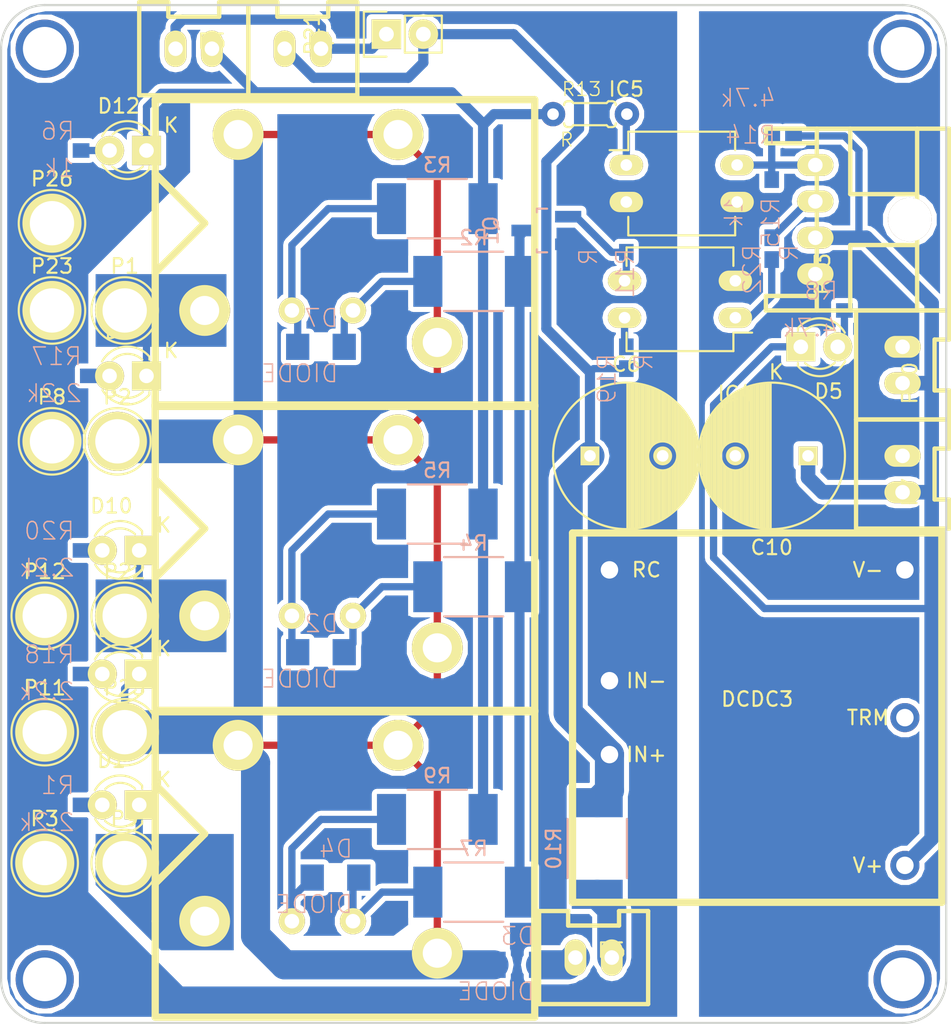
<source format=kicad_pcb>
(kicad_pcb (version 4) (host pcbnew 4.0.6)

  (general
    (links 92)
    (no_connects 0)
    (area -2.033333 -3.033334 66.200002 71.200002)
    (thickness 1.6)
    (drawings 8)
    (tracks 231)
    (zones 0)
    (modules 56)
    (nets 32)
  )

  (page A4)
  (layers
    (0 F.Cu signal)
    (31 B.Cu signal)
    (32 B.Adhes user)
    (33 F.Adhes user)
    (34 B.Paste user)
    (35 F.Paste user)
    (36 B.SilkS user)
    (37 F.SilkS user)
    (38 B.Mask user)
    (39 F.Mask user)
    (40 Dwgs.User user)
    (41 Cmts.User user)
    (42 Eco1.User user)
    (43 Eco2.User user)
    (44 Edge.Cuts user)
    (45 Margin user)
    (46 B.CrtYd user)
    (47 F.CrtYd user)
    (48 B.Fab user)
    (49 F.Fab user)
  )

  (setup
    (last_trace_width 0.5)
    (user_trace_width 0.5)
    (user_trace_width 0.7)
    (user_trace_width 1)
    (user_trace_width 2)
    (user_trace_width 3)
    (trace_clearance 0.2)
    (zone_clearance 0.35)
    (zone_45_only no)
    (trace_min 0.2)
    (segment_width 0.2)
    (edge_width 0.15)
    (via_size 0.6)
    (via_drill 0.4)
    (via_min_size 0.4)
    (via_min_drill 0.3)
    (user_via 1.5 0.8)
    (user_via 4 3)
    (uvia_size 0.3)
    (uvia_drill 0.1)
    (uvias_allowed no)
    (uvia_min_size 0.2)
    (uvia_min_drill 0.1)
    (pcb_text_width 0.3)
    (pcb_text_size 1.5 1.5)
    (mod_edge_width 0.15)
    (mod_text_size 1 1)
    (mod_text_width 0.15)
    (pad_size 2 2)
    (pad_drill 1)
    (pad_to_mask_clearance 0.2)
    (aux_axis_origin 0 0)
    (visible_elements 7FFDFFFF)
    (pcbplotparams
      (layerselection 0x01000_80000000)
      (usegerberextensions false)
      (excludeedgelayer true)
      (linewidth 0.100000)
      (plotframeref false)
      (viasonmask false)
      (mode 1)
      (useauxorigin false)
      (hpglpennumber 1)
      (hpglpenspeed 20)
      (hpglpendiameter 15)
      (hpglpenoverlay 2)
      (psnegative false)
      (psa4output false)
      (plotreference true)
      (plotvalue true)
      (plotinvisibletext false)
      (padsonsilk false)
      (subtractmaskfromsilk false)
      (outputformat 1)
      (mirror false)
      (drillshape 0)
      (scaleselection 1)
      (outputdirectory ""))
  )

  (net 0 "")
  (net 1 GNDPWR)
  (net 2 +BATT)
  (net 3 "Net-(D5-Pad2)")
  (net 4 "Net-(D3-Pad1)")
  (net 5 "Net-(D8-Pad1)")
  (net 6 "Net-(D8-Pad2)")
  (net 7 "Net-(D9-Pad2)")
  (net 8 /15V)
  (net 9 "Net-(D10-Pad1)")
  (net 10 "Net-(D10-Pad2)")
  (net 11 "Net-(IC4-Pad1)")
  (net 12 /POWER_EN_HIGH)
  (net 13 /POWER_EN_LOW)
  (net 14 "Net-(IC5-Pad4)")
  (net 15 "Net-(P13-Pad3)")
  (net 16 "Net-(IC5-Pad1)")
  (net 17 "Net-(P21-Pad1)")
  (net 18 GND)
  (net 19 /12V)
  (net 20 "Net-(D12-Pad2)")
  (net 21 "Net-(IC4-Pad4)")
  (net 22 "Net-(IC4-Pad3)")
  (net 23 "Net-(D2-Pad1)")
  (net 24 "Net-(D2-Pad2)")
  (net 25 "Net-(D7-Pad1)")
  (net 26 "Net-(D7-Pad2)")
  (net 27 "Net-(D1-Pad2)")
  (net 28 "Net-(D1-Pad1)")
  (net 29 "Net-(D4-Pad1)")
  (net 30 "Net-(D4-Pad2)")
  (net 31 "Net-(P6-Pad2)")

  (net_class Default "これは標準のネット クラスです。"
    (clearance 0.2)
    (trace_width 0.25)
    (via_dia 0.6)
    (via_drill 0.4)
    (uvia_dia 0.3)
    (uvia_drill 0.1)
    (add_net +BATT)
    (add_net /12V)
    (add_net /15V)
    (add_net /POWER_EN_HIGH)
    (add_net /POWER_EN_LOW)
    (add_net GND)
    (add_net GNDPWR)
    (add_net "Net-(D1-Pad1)")
    (add_net "Net-(D1-Pad2)")
    (add_net "Net-(D10-Pad1)")
    (add_net "Net-(D10-Pad2)")
    (add_net "Net-(D12-Pad2)")
    (add_net "Net-(D2-Pad1)")
    (add_net "Net-(D2-Pad2)")
    (add_net "Net-(D3-Pad1)")
    (add_net "Net-(D4-Pad1)")
    (add_net "Net-(D4-Pad2)")
    (add_net "Net-(D5-Pad2)")
    (add_net "Net-(D7-Pad1)")
    (add_net "Net-(D7-Pad2)")
    (add_net "Net-(D8-Pad1)")
    (add_net "Net-(D8-Pad2)")
    (add_net "Net-(D9-Pad2)")
    (add_net "Net-(IC4-Pad1)")
    (add_net "Net-(IC4-Pad3)")
    (add_net "Net-(IC4-Pad4)")
    (add_net "Net-(IC5-Pad1)")
    (add_net "Net-(IC5-Pad4)")
    (add_net "Net-(P13-Pad3)")
    (add_net "Net-(P21-Pad1)")
    (add_net "Net-(P6-Pad2)")
  )

  (module Relays_ThroughHole:V23076-A3001-D142 (layer F.Cu) (tedit 57049A26) (tstamp 57FCAE45)
    (at 14 42 180)
    (path /57FDEB1C)
    (fp_text reference U1 (at 0 0.5 180) (layer F.SilkS)
      (effects (font (size 1 1) (thickness 0.15)))
    )
    (fp_text value V23076-D3001-D142 (at 0 -0.5 180) (layer F.Fab)
      (effects (font (size 1 1) (thickness 0.15)))
    )
    (fp_line (start 0 6) (end 3.4 9.4) (layer F.SilkS) (width 0.5))
    (fp_line (start 0 6) (end 3.4 2.6) (layer F.SilkS) (width 0.5))
    (fp_line (start -22.7 -6.6) (end -22.7 14.5) (layer F.SilkS) (width 0.5))
    (fp_line (start 3.4 0) (end 3.4 14.5) (layer F.SilkS) (width 0.5))
    (fp_line (start 3.4 14.5) (end -22.7 14.5) (layer F.SilkS) (width 0.5))
    (fp_line (start 3.4 -6.6) (end -22.7 -6.6) (layer F.SilkS) (width 0.5))
    (fp_line (start 3.4 0) (end 3.4 -6.6) (layer F.SilkS) (width 0.5))
    (pad 5 thru_hole circle (at 0 0 180) (size 3.5 3.5) (drill 2) (layers *.Cu *.Mask F.SilkS)
      (net 9 "Net-(D10-Pad1)"))
    (pad 2 thru_hole circle (at -10.2 0 180) (size 1.8 1.8) (drill 1) (layers *.Cu *.Mask F.SilkS)
      (net 23 "Net-(D2-Pad1)"))
    (pad 1 thru_hole circle (at -6 0 180) (size 1.8 1.8) (drill 1) (layers *.Cu *.Mask F.SilkS)
      (net 24 "Net-(D2-Pad2)"))
    (pad 4 thru_hole circle (at -16 -2.2 180) (size 3.5 3.5) (drill 2) (layers *.Cu *.Mask F.SilkS)
      (net 2 +BATT))
    (pad 4 thru_hole circle (at -2.3 12.1 180) (size 3.5 3.5) (drill 2) (layers *.Cu *.Mask F.SilkS)
      (net 2 +BATT))
    (pad 4 thru_hole circle (at -13.3 12.1 180) (size 3.5 3.5) (drill 2) (layers *.Cu *.Mask F.SilkS)
      (net 2 +BATT))
    (model Relays_ThroughHole.3dshapes/V23076-D3001.wrl
      (at (xyz 0.135 0.26 0))
      (scale (xyz 3.95 3.95 3.95))
      (rotate (xyz 0 0 180))
    )
  )

  (module Relays_ThroughHole:V23076-A3001-D142 (layer F.Cu) (tedit 57049A26) (tstamp 57FCB1B3)
    (at 14 21 180)
    (path /57CFAB0E)
    (fp_text reference U3 (at 0 0.5 180) (layer F.SilkS)
      (effects (font (size 1 1) (thickness 0.15)))
    )
    (fp_text value V23076-D3001-D142 (at 0 -0.5 180) (layer F.Fab)
      (effects (font (size 1 1) (thickness 0.15)))
    )
    (fp_line (start 0 6) (end 3.4 9.4) (layer F.SilkS) (width 0.5))
    (fp_line (start 0 6) (end 3.4 2.6) (layer F.SilkS) (width 0.5))
    (fp_line (start -22.7 -6.6) (end -22.7 14.5) (layer F.SilkS) (width 0.5))
    (fp_line (start 3.4 0) (end 3.4 14.5) (layer F.SilkS) (width 0.5))
    (fp_line (start 3.4 14.5) (end -22.7 14.5) (layer F.SilkS) (width 0.5))
    (fp_line (start 3.4 -6.6) (end -22.7 -6.6) (layer F.SilkS) (width 0.5))
    (fp_line (start 3.4 0) (end 3.4 -6.6) (layer F.SilkS) (width 0.5))
    (pad 5 thru_hole circle (at 0 0 180) (size 3.5 3.5) (drill 2) (layers *.Cu *.Mask F.SilkS)
      (net 5 "Net-(D8-Pad1)"))
    (pad 2 thru_hole circle (at -10.2 0 180) (size 1.8 1.8) (drill 1) (layers *.Cu *.Mask F.SilkS)
      (net 25 "Net-(D7-Pad1)"))
    (pad 1 thru_hole circle (at -6 0 180) (size 1.8 1.8) (drill 1) (layers *.Cu *.Mask F.SilkS)
      (net 26 "Net-(D7-Pad2)"))
    (pad 4 thru_hole circle (at -16 -2.2 180) (size 3.5 3.5) (drill 2) (layers *.Cu *.Mask F.SilkS)
      (net 2 +BATT))
    (pad 4 thru_hole circle (at -2.3 12.1 180) (size 3.5 3.5) (drill 2) (layers *.Cu *.Mask F.SilkS)
      (net 2 +BATT))
    (pad 4 thru_hole circle (at -13.3 12.1 180) (size 3.5 3.5) (drill 2) (layers *.Cu *.Mask F.SilkS)
      (net 2 +BATT))
    (model Relays_ThroughHole.3dshapes/V23076-D3001.wrl
      (at (xyz 0.135 0.26 0))
      (scale (xyz 3.95 3.95 3.95))
      (rotate (xyz 0 0 180))
    )
  )

  (module LEDs:LED-3MM (layer F.Cu) (tedit 559B82F6) (tstamp 57FCAFEF)
    (at 55 23.5)
    (descr "LED 3mm round vertical")
    (tags "LED  3mm round vertical")
    (path /57CFB6E8)
    (fp_text reference D5 (at 1.91 3.06) (layer F.SilkS)
      (effects (font (size 1 1) (thickness 0.15)))
    )
    (fp_text value LED (at 1.3 -2.9) (layer F.Fab)
      (effects (font (size 1 1) (thickness 0.15)))
    )
    (fp_line (start -1.2 2.3) (end 3.8 2.3) (layer F.CrtYd) (width 0.05))
    (fp_line (start 3.8 2.3) (end 3.8 -2.2) (layer F.CrtYd) (width 0.05))
    (fp_line (start 3.8 -2.2) (end -1.2 -2.2) (layer F.CrtYd) (width 0.05))
    (fp_line (start -1.2 -2.2) (end -1.2 2.3) (layer F.CrtYd) (width 0.05))
    (fp_line (start -0.199 1.314) (end -0.199 1.114) (layer F.SilkS) (width 0.15))
    (fp_line (start -0.199 -1.28) (end -0.199 -1.1) (layer F.SilkS) (width 0.15))
    (fp_arc (start 1.301 0.034) (end -0.199 -1.286) (angle 108.5) (layer F.SilkS) (width 0.15))
    (fp_arc (start 1.301 0.034) (end 0.25 -1.1) (angle 85.7) (layer F.SilkS) (width 0.15))
    (fp_arc (start 1.311 0.034) (end 3.051 0.994) (angle 110) (layer F.SilkS) (width 0.15))
    (fp_arc (start 1.301 0.034) (end 2.335 1.094) (angle 87.5) (layer F.SilkS) (width 0.15))
    (fp_text user K (at -1.69 1.74) (layer F.SilkS)
      (effects (font (size 1 1) (thickness 0.15)))
    )
    (pad 1 thru_hole rect (at 0 0 90) (size 2 2) (drill 1.00076) (layers *.Cu *.Mask F.SilkS)
      (net 19 /12V))
    (pad 2 thru_hole circle (at 2.54 0) (size 2 2) (drill 1.00076) (layers *.Cu *.Mask F.SilkS)
      (net 3 "Net-(D5-Pad2)"))
    (model LEDs.3dshapes/LED-3MM.wrl
      (at (xyz 0.05 0 0))
      (scale (xyz 1 1 1))
      (rotate (xyz 0 0 90))
    )
  )

  (module LEDs:LED-3MM (layer F.Cu) (tedit 559B82F6) (tstamp 57FCB001)
    (at 10 25.5 180)
    (descr "LED 3mm round vertical")
    (tags "LED  3mm round vertical")
    (path /57D91ADF)
    (fp_text reference D8 (at 1.91 3.06 180) (layer F.SilkS)
      (effects (font (size 1 1) (thickness 0.15)))
    )
    (fp_text value LED (at 1.3 -2.9 180) (layer F.Fab)
      (effects (font (size 1 1) (thickness 0.15)))
    )
    (fp_line (start -1.2 2.3) (end 3.8 2.3) (layer F.CrtYd) (width 0.05))
    (fp_line (start 3.8 2.3) (end 3.8 -2.2) (layer F.CrtYd) (width 0.05))
    (fp_line (start 3.8 -2.2) (end -1.2 -2.2) (layer F.CrtYd) (width 0.05))
    (fp_line (start -1.2 -2.2) (end -1.2 2.3) (layer F.CrtYd) (width 0.05))
    (fp_line (start -0.199 1.314) (end -0.199 1.114) (layer F.SilkS) (width 0.15))
    (fp_line (start -0.199 -1.28) (end -0.199 -1.1) (layer F.SilkS) (width 0.15))
    (fp_arc (start 1.301 0.034) (end -0.199 -1.286) (angle 108.5) (layer F.SilkS) (width 0.15))
    (fp_arc (start 1.301 0.034) (end 0.25 -1.1) (angle 85.7) (layer F.SilkS) (width 0.15))
    (fp_arc (start 1.311 0.034) (end 3.051 0.994) (angle 110) (layer F.SilkS) (width 0.15))
    (fp_arc (start 1.301 0.034) (end 2.335 1.094) (angle 87.5) (layer F.SilkS) (width 0.15))
    (fp_text user K (at -1.69 1.74 180) (layer F.SilkS)
      (effects (font (size 1 1) (thickness 0.15)))
    )
    (pad 1 thru_hole rect (at 0 0 270) (size 2 2) (drill 1.00076) (layers *.Cu *.Mask F.SilkS)
      (net 5 "Net-(D8-Pad1)"))
    (pad 2 thru_hole circle (at 2.54 0 180) (size 2 2) (drill 1.00076) (layers *.Cu *.Mask F.SilkS)
      (net 6 "Net-(D8-Pad2)"))
    (model LEDs.3dshapes/LED-3MM.wrl
      (at (xyz 0.05 0 0))
      (scale (xyz 1 1 1))
      (rotate (xyz 0 0 90))
    )
  )

  (module LEDs:LED-3MM (layer F.Cu) (tedit 559B82F6) (tstamp 57FCB007)
    (at 9.5 46 180)
    (descr "LED 3mm round vertical")
    (tags "LED  3mm round vertical")
    (path /57D9739F)
    (fp_text reference D9 (at 1.91 3.06 180) (layer F.SilkS)
      (effects (font (size 1 1) (thickness 0.15)))
    )
    (fp_text value LED (at 1.3 -2.9 180) (layer F.Fab)
      (effects (font (size 1 1) (thickness 0.15)))
    )
    (fp_line (start -1.2 2.3) (end 3.8 2.3) (layer F.CrtYd) (width 0.05))
    (fp_line (start 3.8 2.3) (end 3.8 -2.2) (layer F.CrtYd) (width 0.05))
    (fp_line (start 3.8 -2.2) (end -1.2 -2.2) (layer F.CrtYd) (width 0.05))
    (fp_line (start -1.2 -2.2) (end -1.2 2.3) (layer F.CrtYd) (width 0.05))
    (fp_line (start -0.199 1.314) (end -0.199 1.114) (layer F.SilkS) (width 0.15))
    (fp_line (start -0.199 -1.28) (end -0.199 -1.1) (layer F.SilkS) (width 0.15))
    (fp_arc (start 1.301 0.034) (end -0.199 -1.286) (angle 108.5) (layer F.SilkS) (width 0.15))
    (fp_arc (start 1.301 0.034) (end 0.25 -1.1) (angle 85.7) (layer F.SilkS) (width 0.15))
    (fp_arc (start 1.311 0.034) (end 3.051 0.994) (angle 110) (layer F.SilkS) (width 0.15))
    (fp_arc (start 1.301 0.034) (end 2.335 1.094) (angle 87.5) (layer F.SilkS) (width 0.15))
    (fp_text user K (at -1.69 1.74 180) (layer F.SilkS)
      (effects (font (size 1 1) (thickness 0.15)))
    )
    (pad 1 thru_hole rect (at 0 0 270) (size 2 2) (drill 1.00076) (layers *.Cu *.Mask F.SilkS)
      (net 2 +BATT))
    (pad 2 thru_hole circle (at 2.54 0 180) (size 2 2) (drill 1.00076) (layers *.Cu *.Mask F.SilkS)
      (net 7 "Net-(D9-Pad2)"))
    (model LEDs.3dshapes/LED-3MM.wrl
      (at (xyz 0.05 0 0))
      (scale (xyz 1 1 1))
      (rotate (xyz 0 0 90))
    )
  )

  (module LEDs:LED-3MM (layer F.Cu) (tedit 559B82F6) (tstamp 57FCB00D)
    (at 9.5 37.5 180)
    (descr "LED 3mm round vertical")
    (tags "LED  3mm round vertical")
    (path /57FDEB4E)
    (fp_text reference D10 (at 1.91 3.06 180) (layer F.SilkS)
      (effects (font (size 1 1) (thickness 0.15)))
    )
    (fp_text value LED (at 1.3 -2.9 180) (layer F.Fab)
      (effects (font (size 1 1) (thickness 0.15)))
    )
    (fp_line (start -1.2 2.3) (end 3.8 2.3) (layer F.CrtYd) (width 0.05))
    (fp_line (start 3.8 2.3) (end 3.8 -2.2) (layer F.CrtYd) (width 0.05))
    (fp_line (start 3.8 -2.2) (end -1.2 -2.2) (layer F.CrtYd) (width 0.05))
    (fp_line (start -1.2 -2.2) (end -1.2 2.3) (layer F.CrtYd) (width 0.05))
    (fp_line (start -0.199 1.314) (end -0.199 1.114) (layer F.SilkS) (width 0.15))
    (fp_line (start -0.199 -1.28) (end -0.199 -1.1) (layer F.SilkS) (width 0.15))
    (fp_arc (start 1.301 0.034) (end -0.199 -1.286) (angle 108.5) (layer F.SilkS) (width 0.15))
    (fp_arc (start 1.301 0.034) (end 0.25 -1.1) (angle 85.7) (layer F.SilkS) (width 0.15))
    (fp_arc (start 1.311 0.034) (end 3.051 0.994) (angle 110) (layer F.SilkS) (width 0.15))
    (fp_arc (start 1.301 0.034) (end 2.335 1.094) (angle 87.5) (layer F.SilkS) (width 0.15))
    (fp_text user K (at -1.69 1.74 180) (layer F.SilkS)
      (effects (font (size 1 1) (thickness 0.15)))
    )
    (pad 1 thru_hole rect (at 0 0 270) (size 2 2) (drill 1.00076) (layers *.Cu *.Mask F.SilkS)
      (net 9 "Net-(D10-Pad1)"))
    (pad 2 thru_hole circle (at 2.54 0 180) (size 2 2) (drill 1.00076) (layers *.Cu *.Mask F.SilkS)
      (net 10 "Net-(D10-Pad2)"))
    (model LEDs.3dshapes/LED-3MM.wrl
      (at (xyz 0.05 0 0))
      (scale (xyz 1 1 1))
      (rotate (xyz 0 0 90))
    )
  )

  (module Pin_Headers:Pin_Header_Straight_1x02 (layer F.Cu) (tedit 54EA090C) (tstamp 57FCB0EE)
    (at 26.5 2 90)
    (descr "Through hole pin header")
    (tags "pin header")
    (path /57DBF6F3)
    (fp_text reference P21 (at 0 -5.1 90) (layer F.SilkS)
      (effects (font (size 1 1) (thickness 0.15)))
    )
    (fp_text value CONN_01X02 (at 0 -3.1 90) (layer F.Fab)
      (effects (font (size 1 1) (thickness 0.15)))
    )
    (fp_line (start 1.27 1.27) (end 1.27 3.81) (layer F.SilkS) (width 0.15))
    (fp_line (start 1.55 -1.55) (end 1.55 0) (layer F.SilkS) (width 0.15))
    (fp_line (start -1.75 -1.75) (end -1.75 4.3) (layer F.CrtYd) (width 0.05))
    (fp_line (start 1.75 -1.75) (end 1.75 4.3) (layer F.CrtYd) (width 0.05))
    (fp_line (start -1.75 -1.75) (end 1.75 -1.75) (layer F.CrtYd) (width 0.05))
    (fp_line (start -1.75 4.3) (end 1.75 4.3) (layer F.CrtYd) (width 0.05))
    (fp_line (start 1.27 1.27) (end -1.27 1.27) (layer F.SilkS) (width 0.15))
    (fp_line (start -1.55 0) (end -1.55 -1.55) (layer F.SilkS) (width 0.15))
    (fp_line (start -1.55 -1.55) (end 1.55 -1.55) (layer F.SilkS) (width 0.15))
    (fp_line (start -1.27 1.27) (end -1.27 3.81) (layer F.SilkS) (width 0.15))
    (fp_line (start -1.27 3.81) (end 1.27 3.81) (layer F.SilkS) (width 0.15))
    (pad 1 thru_hole rect (at 0 0 90) (size 2.032 2.032) (drill 1.016) (layers *.Cu *.Mask F.SilkS)
      (net 17 "Net-(P21-Pad1)"))
    (pad 2 thru_hole oval (at 0 2.54 90) (size 2.032 2.032) (drill 1.016) (layers *.Cu *.Mask F.SilkS)
      (net 8 /15V))
    (model Pin_Headers.3dshapes/Pin_Header_Straight_1x02.wrl
      (at (xyz 0 -0.05 0))
      (scale (xyz 1 1 1))
      (rotate (xyz 0 0 90))
    )
  )

  (module Capacitors_ThroughHole:C_Radial_D10_L20_P5 (layer F.Cu) (tedit 0) (tstamp 58046B14)
    (at 40.5 31)
    (descr "Radial Electrolytic Capacitor Diameter 10mm x Length 20mm, Pitch 5mm")
    (tags "Electrolytic Capacitor")
    (path /57D48AFF)
    (fp_text reference C6 (at 2.5 -6.3) (layer F.SilkS)
      (effects (font (size 1 1) (thickness 0.15)))
    )
    (fp_text value 1000u (at 2.5 6.3) (layer F.Fab)
      (effects (font (size 1 1) (thickness 0.15)))
    )
    (fp_line (start 2.575 -4.999) (end 2.575 4.999) (layer F.SilkS) (width 0.15))
    (fp_line (start 2.715 -4.995) (end 2.715 4.995) (layer F.SilkS) (width 0.15))
    (fp_line (start 2.855 -4.987) (end 2.855 4.987) (layer F.SilkS) (width 0.15))
    (fp_line (start 2.995 -4.975) (end 2.995 4.975) (layer F.SilkS) (width 0.15))
    (fp_line (start 3.135 -4.96) (end 3.135 4.96) (layer F.SilkS) (width 0.15))
    (fp_line (start 3.275 -4.94) (end 3.275 4.94) (layer F.SilkS) (width 0.15))
    (fp_line (start 3.415 -4.916) (end 3.415 4.916) (layer F.SilkS) (width 0.15))
    (fp_line (start 3.555 -4.887) (end 3.555 4.887) (layer F.SilkS) (width 0.15))
    (fp_line (start 3.695 -4.855) (end 3.695 4.855) (layer F.SilkS) (width 0.15))
    (fp_line (start 3.835 -4.818) (end 3.835 4.818) (layer F.SilkS) (width 0.15))
    (fp_line (start 3.975 -4.777) (end 3.975 4.777) (layer F.SilkS) (width 0.15))
    (fp_line (start 4.115 -4.732) (end 4.115 -0.466) (layer F.SilkS) (width 0.15))
    (fp_line (start 4.115 0.466) (end 4.115 4.732) (layer F.SilkS) (width 0.15))
    (fp_line (start 4.255 -4.682) (end 4.255 -0.667) (layer F.SilkS) (width 0.15))
    (fp_line (start 4.255 0.667) (end 4.255 4.682) (layer F.SilkS) (width 0.15))
    (fp_line (start 4.395 -4.627) (end 4.395 -0.796) (layer F.SilkS) (width 0.15))
    (fp_line (start 4.395 0.796) (end 4.395 4.627) (layer F.SilkS) (width 0.15))
    (fp_line (start 4.535 -4.567) (end 4.535 -0.885) (layer F.SilkS) (width 0.15))
    (fp_line (start 4.535 0.885) (end 4.535 4.567) (layer F.SilkS) (width 0.15))
    (fp_line (start 4.675 -4.502) (end 4.675 -0.946) (layer F.SilkS) (width 0.15))
    (fp_line (start 4.675 0.946) (end 4.675 4.502) (layer F.SilkS) (width 0.15))
    (fp_line (start 4.815 -4.432) (end 4.815 -0.983) (layer F.SilkS) (width 0.15))
    (fp_line (start 4.815 0.983) (end 4.815 4.432) (layer F.SilkS) (width 0.15))
    (fp_line (start 4.955 -4.356) (end 4.955 -0.999) (layer F.SilkS) (width 0.15))
    (fp_line (start 4.955 0.999) (end 4.955 4.356) (layer F.SilkS) (width 0.15))
    (fp_line (start 5.095 -4.274) (end 5.095 -0.995) (layer F.SilkS) (width 0.15))
    (fp_line (start 5.095 0.995) (end 5.095 4.274) (layer F.SilkS) (width 0.15))
    (fp_line (start 5.235 -4.186) (end 5.235 -0.972) (layer F.SilkS) (width 0.15))
    (fp_line (start 5.235 0.972) (end 5.235 4.186) (layer F.SilkS) (width 0.15))
    (fp_line (start 5.375 -4.091) (end 5.375 -0.927) (layer F.SilkS) (width 0.15))
    (fp_line (start 5.375 0.927) (end 5.375 4.091) (layer F.SilkS) (width 0.15))
    (fp_line (start 5.515 -3.989) (end 5.515 -0.857) (layer F.SilkS) (width 0.15))
    (fp_line (start 5.515 0.857) (end 5.515 3.989) (layer F.SilkS) (width 0.15))
    (fp_line (start 5.655 -3.879) (end 5.655 -0.756) (layer F.SilkS) (width 0.15))
    (fp_line (start 5.655 0.756) (end 5.655 3.879) (layer F.SilkS) (width 0.15))
    (fp_line (start 5.795 -3.761) (end 5.795 -0.607) (layer F.SilkS) (width 0.15))
    (fp_line (start 5.795 0.607) (end 5.795 3.761) (layer F.SilkS) (width 0.15))
    (fp_line (start 5.935 -3.633) (end 5.935 -0.355) (layer F.SilkS) (width 0.15))
    (fp_line (start 5.935 0.355) (end 5.935 3.633) (layer F.SilkS) (width 0.15))
    (fp_line (start 6.075 -3.496) (end 6.075 3.496) (layer F.SilkS) (width 0.15))
    (fp_line (start 6.215 -3.346) (end 6.215 3.346) (layer F.SilkS) (width 0.15))
    (fp_line (start 6.355 -3.184) (end 6.355 3.184) (layer F.SilkS) (width 0.15))
    (fp_line (start 6.495 -3.007) (end 6.495 3.007) (layer F.SilkS) (width 0.15))
    (fp_line (start 6.635 -2.811) (end 6.635 2.811) (layer F.SilkS) (width 0.15))
    (fp_line (start 6.775 -2.593) (end 6.775 2.593) (layer F.SilkS) (width 0.15))
    (fp_line (start 6.915 -2.347) (end 6.915 2.347) (layer F.SilkS) (width 0.15))
    (fp_line (start 7.055 -2.062) (end 7.055 2.062) (layer F.SilkS) (width 0.15))
    (fp_line (start 7.195 -1.72) (end 7.195 1.72) (layer F.SilkS) (width 0.15))
    (fp_line (start 7.335 -1.274) (end 7.335 1.274) (layer F.SilkS) (width 0.15))
    (fp_line (start 7.475 -0.499) (end 7.475 0.499) (layer F.SilkS) (width 0.15))
    (fp_circle (center 5 0) (end 5 -1) (layer F.SilkS) (width 0.15))
    (fp_circle (center 2.5 0) (end 2.5 -5.0375) (layer F.SilkS) (width 0.15))
    (fp_circle (center 2.5 0) (end 2.5 -5.3) (layer F.CrtYd) (width 0.05))
    (pad 1 thru_hole rect (at 0 0) (size 1.3 1.3) (drill 0.8) (layers *.Cu *.Mask F.SilkS)
      (net 8 /15V))
    (pad 2 thru_hole circle (at 5 0) (size 1.3 1.3) (drill 0.8) (layers *.Cu *.Mask F.SilkS)
      (net 1 GNDPWR))
    (model Capacitors_ThroughHole.3dshapes/C_Radial_D10_L20_P5.wrl
      (at (xyz 0 0 0))
      (scale (xyz 1 1 1))
      (rotate (xyz 0 0 0))
    )
  )

  (module TO_SOT_Packages_SMD:SOT-23_Handsoldering (layer B.Cu) (tedit 56FA59B0) (tstamp 57FCB11F)
    (at 37.5 15.5 270)
    (descr "SOT-23, Handsoldering")
    (tags SOT-23)
    (path /57DC060C)
    (attr smd)
    (fp_text reference Q1 (at 0 3.81 270) (layer B.SilkS)
      (effects (font (size 1 1) (thickness 0.15)) (justify mirror))
    )
    (fp_text value MOSFET_N (at 0 -3.81 270) (layer B.Fab)
      (effects (font (size 1 1) (thickness 0.15)) (justify mirror))
    )
    (fp_line (start -1.49982 -0.0508) (end -1.49982 0.65024) (layer B.SilkS) (width 0.15))
    (fp_line (start -1.49982 0.65024) (end -1.2509 0.65024) (layer B.SilkS) (width 0.15))
    (fp_line (start 1.29916 0.65024) (end 1.49982 0.65024) (layer B.SilkS) (width 0.15))
    (fp_line (start 1.49982 0.65024) (end 1.49982 -0.0508) (layer B.SilkS) (width 0.15))
    (pad G smd rect (at -0.95 -1.50114 270) (size 0.8001 1.80086) (layers B.Cu B.Paste B.Mask)
      (net 22 "Net-(IC4-Pad3)"))
    (pad S smd rect (at 0.95 -1.50114 270) (size 0.8001 1.80086) (layers B.Cu B.Paste B.Mask)
      (net 1 GNDPWR))
    (pad D smd rect (at 0 1.50114 270) (size 0.8001 1.80086) (layers B.Cu B.Paste B.Mask)
      (net 13 /POWER_EN_LOW))
    (model TO_SOT_Packages_SMD.3dshapes/SOT-23_Handsoldering.wrl
      (at (xyz 0 0 0))
      (scale (xyz 1 1 1))
      (rotate (xyz 0 0 0))
    )
  )

  (module RP_KiCAD_Libs:C3216 (layer B.Cu) (tedit 0) (tstamp 5826E9EF)
    (at 22 23.5 180)
    (descr <b>CAPACITOR</b>)
    (path /5826FDC3)
    (fp_text reference D7 (at -1.27 1.27 180) (layer B.SilkS)
      (effects (font (size 1.2065 1.2065) (thickness 0.1016)) (justify left bottom mirror))
    )
    (fp_text value DIODE (at -1.27 -2.54 180) (layer B.SilkS)
      (effects (font (size 1.2065 1.2065) (thickness 0.1016)) (justify left bottom mirror))
    )
    (fp_line (start -0.965 0.787) (end 0.965 0.787) (layer Dwgs.User) (width 0.1016))
    (fp_line (start -0.965 -0.787) (end 0.965 -0.787) (layer Dwgs.User) (width 0.1016))
    (fp_poly (pts (xy -1.7018 -0.8509) (xy -0.9517 -0.8509) (xy -0.9517 0.8491) (xy -1.7018 0.8491)) (layer Dwgs.User) (width 0))
    (fp_poly (pts (xy 0.9517 -0.8491) (xy 1.7018 -0.8491) (xy 1.7018 0.8509) (xy 0.9517 0.8509)) (layer Dwgs.User) (width 0))
    (fp_poly (pts (xy -0.3 -0.5001) (xy 0.3 -0.5001) (xy 0.3 0.5001) (xy -0.3 0.5001)) (layer B.Adhes) (width 0))
    (pad 1 smd rect (at -1.6 0 180) (size 1.6 1.8) (layers B.Cu B.Paste B.Mask)
      (net 25 "Net-(D7-Pad1)"))
    (pad 2 smd rect (at 1.6 0 180) (size 1.6 1.8) (layers B.Cu B.Paste B.Mask)
      (net 26 "Net-(D7-Pad2)"))
    (model Resistors_SMD.3dshapes/R_1206.wrl
      (at (xyz 0 0 0))
      (scale (xyz 1 1 1))
      (rotate (xyz 0 0 0))
    )
  )

  (module LEDs:LED-3MM (layer F.Cu) (tedit 559B82F6) (tstamp 58C7BB4A)
    (at 10 10 180)
    (descr "LED 3mm round vertical")
    (tags "LED  3mm round vertical")
    (path /58C95A48)
    (fp_text reference D12 (at 1.91 3.06 180) (layer F.SilkS)
      (effects (font (size 1 1) (thickness 0.15)))
    )
    (fp_text value LED (at 1.3 -2.9 180) (layer F.Fab)
      (effects (font (size 1 1) (thickness 0.15)))
    )
    (fp_line (start -1.2 2.3) (end 3.8 2.3) (layer F.CrtYd) (width 0.05))
    (fp_line (start 3.8 2.3) (end 3.8 -2.2) (layer F.CrtYd) (width 0.05))
    (fp_line (start 3.8 -2.2) (end -1.2 -2.2) (layer F.CrtYd) (width 0.05))
    (fp_line (start -1.2 -2.2) (end -1.2 2.3) (layer F.CrtYd) (width 0.05))
    (fp_line (start -0.199 1.314) (end -0.199 1.114) (layer F.SilkS) (width 0.15))
    (fp_line (start -0.199 -1.28) (end -0.199 -1.1) (layer F.SilkS) (width 0.15))
    (fp_arc (start 1.301 0.034) (end -0.199 -1.286) (angle 108.5) (layer F.SilkS) (width 0.15))
    (fp_arc (start 1.301 0.034) (end 0.25 -1.1) (angle 85.7) (layer F.SilkS) (width 0.15))
    (fp_arc (start 1.311 0.034) (end 3.051 0.994) (angle 110) (layer F.SilkS) (width 0.15))
    (fp_arc (start 1.301 0.034) (end 2.335 1.094) (angle 87.5) (layer F.SilkS) (width 0.15))
    (fp_text user K (at -1.69 1.74 180) (layer F.SilkS)
      (effects (font (size 1 1) (thickness 0.15)))
    )
    (pad 1 thru_hole rect (at 0 0 270) (size 2 2) (drill 1.00076) (layers *.Cu *.Mask F.SilkS)
      (net 12 /POWER_EN_HIGH))
    (pad 2 thru_hole circle (at 2.54 0 180) (size 2 2) (drill 1.00076) (layers *.Cu *.Mask F.SilkS)
      (net 20 "Net-(D12-Pad2)"))
    (model LEDs.3dshapes/LED-3MM.wrl
      (at (xyz 0.05 0 0))
      (scale (xyz 1 1 1))
      (rotate (xyz 0 0 90))
    )
  )

  (module RP_KiCAD_Libs:C1608_NP (layer B.Cu) (tedit 58C9EFDC) (tstamp 58C9F36A)
    (at 4.5 10 180)
    (descr <b>CAPACITOR</b>)
    (path /58C95A4E)
    (fp_text reference R6 (at -0.635 0.635 180) (layer B.SilkS)
      (effects (font (size 1.2065 1.2065) (thickness 0.1016)) (justify left bottom mirror))
    )
    (fp_text value 1k (at -0.635 -1.905 180) (layer B.SilkS)
      (effects (font (size 1.2065 1.2065) (thickness 0.1016)) (justify left bottom mirror))
    )
    (fp_line (start -0.356 0.432) (end 0.356 0.432) (layer Dwgs.User) (width 0.1016))
    (fp_line (start -0.356 -0.419) (end 0.356 -0.419) (layer Dwgs.User) (width 0.1016))
    (fp_poly (pts (xy -0.8382 -0.4699) (xy -0.3381 -0.4699) (xy -0.3381 0.4801) (xy -0.8382 0.4801)) (layer Dwgs.User) (width 0))
    (fp_poly (pts (xy 0.3302 -0.4699) (xy 0.8303 -0.4699) (xy 0.8303 0.4801) (xy 0.3302 0.4801)) (layer Dwgs.User) (width 0))
    (fp_poly (pts (xy -0.1999 -0.3) (xy 0.1999 -0.3) (xy 0.1999 0.3) (xy -0.1999 0.3)) (layer B.Adhes) (width 0))
    (pad 1 smd rect (at -1 0 180) (size 1.15 1) (layers B.Cu B.Paste B.Mask)
      (net 20 "Net-(D12-Pad2)"))
    (pad 2 smd rect (at 0.5 0 180) (size 1.15 1) (layers B.Cu B.Paste B.Mask)
      (net 1 GNDPWR))
    (model Resistors_SMD.3dshapes/R_0603.wrl
      (at (xyz 0 0 0))
      (scale (xyz 1 1 1))
      (rotate (xyz 0 0 0))
    )
  )

  (module RP_KiCAD_Libs:C1608_NP (layer B.Cu) (tedit 58C9EFDC) (tstamp 58C9F36F)
    (at 57 21 180)
    (descr <b>CAPACITOR</b>)
    (path /57CFC051)
    (fp_text reference R8 (at -0.635 0.635 180) (layer B.SilkS)
      (effects (font (size 1.2065 1.2065) (thickness 0.1016)) (justify left bottom mirror))
    )
    (fp_text value 4.7k (at -0.635 -1.905 180) (layer B.SilkS)
      (effects (font (size 1.2065 1.2065) (thickness 0.1016)) (justify left bottom mirror))
    )
    (fp_line (start -0.356 0.432) (end 0.356 0.432) (layer Dwgs.User) (width 0.1016))
    (fp_line (start -0.356 -0.419) (end 0.356 -0.419) (layer Dwgs.User) (width 0.1016))
    (fp_poly (pts (xy -0.8382 -0.4699) (xy -0.3381 -0.4699) (xy -0.3381 0.4801) (xy -0.8382 0.4801)) (layer Dwgs.User) (width 0))
    (fp_poly (pts (xy 0.3302 -0.4699) (xy 0.8303 -0.4699) (xy 0.8303 0.4801) (xy 0.3302 0.4801)) (layer Dwgs.User) (width 0))
    (fp_poly (pts (xy -0.1999 -0.3) (xy 0.1999 -0.3) (xy 0.1999 0.3) (xy -0.1999 0.3)) (layer B.Adhes) (width 0))
    (pad 1 smd rect (at -1 0 180) (size 1.15 1) (layers B.Cu B.Paste B.Mask)
      (net 3 "Net-(D5-Pad2)"))
    (pad 2 smd rect (at 0.5 0 180) (size 1.15 1) (layers B.Cu B.Paste B.Mask)
      (net 18 GND))
    (model Resistors_SMD.3dshapes/R_0603.wrl
      (at (xyz 0 0 0))
      (scale (xyz 1 1 1))
      (rotate (xyz 0 0 0))
    )
  )

  (module RP_KiCAD_Libs:C1608_NP (layer B.Cu) (tedit 58C9EFDC) (tstamp 58C9F37E)
    (at 43 16 90)
    (descr <b>CAPACITOR</b>)
    (path /57DC0A0C)
    (fp_text reference R11 (at -0.635 0.635 90) (layer B.SilkS)
      (effects (font (size 1.2065 1.2065) (thickness 0.1016)) (justify left bottom mirror))
    )
    (fp_text value R (at -0.635 -1.905 90) (layer B.SilkS)
      (effects (font (size 1.2065 1.2065) (thickness 0.1016)) (justify left bottom mirror))
    )
    (fp_line (start -0.356 0.432) (end 0.356 0.432) (layer Dwgs.User) (width 0.1016))
    (fp_line (start -0.356 -0.419) (end 0.356 -0.419) (layer Dwgs.User) (width 0.1016))
    (fp_poly (pts (xy -0.8382 -0.4699) (xy -0.3381 -0.4699) (xy -0.3381 0.4801) (xy -0.8382 0.4801)) (layer Dwgs.User) (width 0))
    (fp_poly (pts (xy 0.3302 -0.4699) (xy 0.8303 -0.4699) (xy 0.8303 0.4801) (xy 0.3302 0.4801)) (layer Dwgs.User) (width 0))
    (fp_poly (pts (xy -0.1999 -0.3) (xy 0.1999 -0.3) (xy 0.1999 0.3) (xy -0.1999 0.3)) (layer B.Adhes) (width 0))
    (pad 1 smd rect (at -1 0 90) (size 1.15 1) (layers B.Cu B.Paste B.Mask)
      (net 22 "Net-(IC4-Pad3)"))
    (pad 2 smd rect (at 0.5 0 90) (size 1.15 1) (layers B.Cu B.Paste B.Mask)
      (net 1 GNDPWR))
    (model Resistors_SMD.3dshapes/R_0603.wrl
      (at (xyz 0 0 0))
      (scale (xyz 1 1 1))
      (rotate (xyz 0 0 0))
    )
  )

  (module RP_KiCAD_Libs:C1608_NP (layer B.Cu) (tedit 58C9EFDC) (tstamp 58C9F383)
    (at 54 9)
    (descr <b>CAPACITOR</b>)
    (path /5825D3DA)
    (fp_text reference R14 (at -0.635 0.635) (layer B.SilkS)
      (effects (font (size 1.2065 1.2065) (thickness 0.1016)) (justify left bottom mirror))
    )
    (fp_text value 4.7k (at -0.635 -1.905) (layer B.SilkS)
      (effects (font (size 1.2065 1.2065) (thickness 0.1016)) (justify left bottom mirror))
    )
    (fp_line (start -0.356 0.432) (end 0.356 0.432) (layer Dwgs.User) (width 0.1016))
    (fp_line (start -0.356 -0.419) (end 0.356 -0.419) (layer Dwgs.User) (width 0.1016))
    (fp_poly (pts (xy -0.8382 -0.4699) (xy -0.3381 -0.4699) (xy -0.3381 0.4801) (xy -0.8382 0.4801)) (layer Dwgs.User) (width 0))
    (fp_poly (pts (xy 0.3302 -0.4699) (xy 0.8303 -0.4699) (xy 0.8303 0.4801) (xy 0.3302 0.4801)) (layer Dwgs.User) (width 0))
    (fp_poly (pts (xy -0.1999 -0.3) (xy 0.1999 -0.3) (xy 0.1999 0.3) (xy -0.1999 0.3)) (layer B.Adhes) (width 0))
    (pad 1 smd rect (at -1 0) (size 1.15 1) (layers B.Cu B.Paste B.Mask)
      (net 14 "Net-(IC5-Pad4)"))
    (pad 2 smd rect (at 0.5 0) (size 1.15 1) (layers B.Cu B.Paste B.Mask)
      (net 19 /12V))
    (model Resistors_SMD.3dshapes/R_0603.wrl
      (at (xyz 0 0 0))
      (scale (xyz 1 1 1))
      (rotate (xyz 0 0 0))
    )
  )

  (module RP_KiCAD_Libs:C1608_NP (layer B.Cu) (tedit 58C9EFDC) (tstamp 58C9F388)
    (at 53 12.5 90)
    (descr <b>CAPACITOR</b>)
    (path /58CA39E1)
    (fp_text reference R15 (at -0.635 0.635 90) (layer B.SilkS)
      (effects (font (size 1.2065 1.2065) (thickness 0.1016)) (justify left bottom mirror))
    )
    (fp_text value 1k (at -0.635 -1.905 90) (layer B.SilkS)
      (effects (font (size 1.2065 1.2065) (thickness 0.1016)) (justify left bottom mirror))
    )
    (fp_line (start -0.356 0.432) (end 0.356 0.432) (layer Dwgs.User) (width 0.1016))
    (fp_line (start -0.356 -0.419) (end 0.356 -0.419) (layer Dwgs.User) (width 0.1016))
    (fp_poly (pts (xy -0.8382 -0.4699) (xy -0.3381 -0.4699) (xy -0.3381 0.4801) (xy -0.8382 0.4801)) (layer Dwgs.User) (width 0))
    (fp_poly (pts (xy 0.3302 -0.4699) (xy 0.8303 -0.4699) (xy 0.8303 0.4801) (xy 0.3302 0.4801)) (layer Dwgs.User) (width 0))
    (fp_poly (pts (xy -0.1999 -0.3) (xy 0.1999 -0.3) (xy 0.1999 0.3) (xy -0.1999 0.3)) (layer B.Adhes) (width 0))
    (pad 1 smd rect (at -1 0 90) (size 1.15 1) (layers B.Cu B.Paste B.Mask)
      (net 18 GND))
    (pad 2 smd rect (at 0.5 0 90) (size 1.15 1) (layers B.Cu B.Paste B.Mask)
      (net 14 "Net-(IC5-Pad4)"))
    (model Resistors_SMD.3dshapes/R_0603.wrl
      (at (xyz 0 0 0))
      (scale (xyz 1 1 1))
      (rotate (xyz 0 0 0))
    )
  )

  (module RP_KiCAD_Libs:C1608_NP (layer B.Cu) (tedit 58C9EFDC) (tstamp 58C9F38D)
    (at 5 25.5 180)
    (descr <b>CAPACITOR</b>)
    (path /57D91AE5)
    (fp_text reference R17 (at -0.635 0.635 180) (layer B.SilkS)
      (effects (font (size 1.2065 1.2065) (thickness 0.1016)) (justify left bottom mirror))
    )
    (fp_text value 2.2k (at -0.635 -1.905 180) (layer B.SilkS)
      (effects (font (size 1.2065 1.2065) (thickness 0.1016)) (justify left bottom mirror))
    )
    (fp_line (start -0.356 0.432) (end 0.356 0.432) (layer Dwgs.User) (width 0.1016))
    (fp_line (start -0.356 -0.419) (end 0.356 -0.419) (layer Dwgs.User) (width 0.1016))
    (fp_poly (pts (xy -0.8382 -0.4699) (xy -0.3381 -0.4699) (xy -0.3381 0.4801) (xy -0.8382 0.4801)) (layer Dwgs.User) (width 0))
    (fp_poly (pts (xy 0.3302 -0.4699) (xy 0.8303 -0.4699) (xy 0.8303 0.4801) (xy 0.3302 0.4801)) (layer Dwgs.User) (width 0))
    (fp_poly (pts (xy -0.1999 -0.3) (xy 0.1999 -0.3) (xy 0.1999 0.3) (xy -0.1999 0.3)) (layer B.Adhes) (width 0))
    (pad 1 smd rect (at -1 0 180) (size 1.15 1) (layers B.Cu B.Paste B.Mask)
      (net 6 "Net-(D8-Pad2)"))
    (pad 2 smd rect (at 0.5 0 180) (size 1.15 1) (layers B.Cu B.Paste B.Mask)
      (net 1 GNDPWR))
    (model Resistors_SMD.3dshapes/R_0603.wrl
      (at (xyz 0 0 0))
      (scale (xyz 1 1 1))
      (rotate (xyz 0 0 0))
    )
  )

  (module RP_KiCAD_Libs:C1608_NP (layer B.Cu) (tedit 58C9EFDC) (tstamp 58C9F392)
    (at 4.5 46 180)
    (descr <b>CAPACITOR</b>)
    (path /57D973A5)
    (fp_text reference R18 (at -0.635 0.635 180) (layer B.SilkS)
      (effects (font (size 1.2065 1.2065) (thickness 0.1016)) (justify left bottom mirror))
    )
    (fp_text value 2.2k (at -0.635 -1.905 180) (layer B.SilkS)
      (effects (font (size 1.2065 1.2065) (thickness 0.1016)) (justify left bottom mirror))
    )
    (fp_line (start -0.356 0.432) (end 0.356 0.432) (layer Dwgs.User) (width 0.1016))
    (fp_line (start -0.356 -0.419) (end 0.356 -0.419) (layer Dwgs.User) (width 0.1016))
    (fp_poly (pts (xy -0.8382 -0.4699) (xy -0.3381 -0.4699) (xy -0.3381 0.4801) (xy -0.8382 0.4801)) (layer Dwgs.User) (width 0))
    (fp_poly (pts (xy 0.3302 -0.4699) (xy 0.8303 -0.4699) (xy 0.8303 0.4801) (xy 0.3302 0.4801)) (layer Dwgs.User) (width 0))
    (fp_poly (pts (xy -0.1999 -0.3) (xy 0.1999 -0.3) (xy 0.1999 0.3) (xy -0.1999 0.3)) (layer B.Adhes) (width 0))
    (pad 1 smd rect (at -1 0 180) (size 1.15 1) (layers B.Cu B.Paste B.Mask)
      (net 7 "Net-(D9-Pad2)"))
    (pad 2 smd rect (at 0.5 0 180) (size 1.15 1) (layers B.Cu B.Paste B.Mask)
      (net 1 GNDPWR))
    (model Resistors_SMD.3dshapes/R_0603.wrl
      (at (xyz 0 0 0))
      (scale (xyz 1 1 1))
      (rotate (xyz 0 0 0))
    )
  )

  (module RP_KiCAD_Libs:C1608_NP (layer B.Cu) (tedit 58C9EFDC) (tstamp 58C9F397)
    (at 4.5 37.5 180)
    (descr <b>CAPACITOR</b>)
    (path /57FDEB54)
    (fp_text reference R20 (at -0.635 0.635 180) (layer B.SilkS)
      (effects (font (size 1.2065 1.2065) (thickness 0.1016)) (justify left bottom mirror))
    )
    (fp_text value 2.2k (at -0.635 -1.905 180) (layer B.SilkS)
      (effects (font (size 1.2065 1.2065) (thickness 0.1016)) (justify left bottom mirror))
    )
    (fp_line (start -0.356 0.432) (end 0.356 0.432) (layer Dwgs.User) (width 0.1016))
    (fp_line (start -0.356 -0.419) (end 0.356 -0.419) (layer Dwgs.User) (width 0.1016))
    (fp_poly (pts (xy -0.8382 -0.4699) (xy -0.3381 -0.4699) (xy -0.3381 0.4801) (xy -0.8382 0.4801)) (layer Dwgs.User) (width 0))
    (fp_poly (pts (xy 0.3302 -0.4699) (xy 0.8303 -0.4699) (xy 0.8303 0.4801) (xy 0.3302 0.4801)) (layer Dwgs.User) (width 0))
    (fp_poly (pts (xy -0.1999 -0.3) (xy 0.1999 -0.3) (xy 0.1999 0.3) (xy -0.1999 0.3)) (layer B.Adhes) (width 0))
    (pad 1 smd rect (at -1 0 180) (size 1.15 1) (layers B.Cu B.Paste B.Mask)
      (net 10 "Net-(D10-Pad2)"))
    (pad 2 smd rect (at 0.5 0 180) (size 1.15 1) (layers B.Cu B.Paste B.Mask)
      (net 1 GNDPWR))
    (model Resistors_SMD.3dshapes/R_0603.wrl
      (at (xyz 0 0 0))
      (scale (xyz 1 1 1))
      (rotate (xyz 0 0 0))
    )
  )

  (module RP_KiCAD_Libs:C1608_NP (layer B.Cu) (tedit 58C9EFDC) (tstamp 58C9F3A1)
    (at 53 17 270)
    (descr <b>CAPACITOR</b>)
    (path /57FD8342)
    (fp_text reference R22 (at -0.635 0.635 270) (layer B.SilkS)
      (effects (font (size 1.2065 1.2065) (thickness 0.1016)) (justify left bottom mirror))
    )
    (fp_text value R (at -0.635 -1.905 270) (layer B.SilkS)
      (effects (font (size 1.2065 1.2065) (thickness 0.1016)) (justify left bottom mirror))
    )
    (fp_line (start -0.356 0.432) (end 0.356 0.432) (layer Dwgs.User) (width 0.1016))
    (fp_line (start -0.356 -0.419) (end 0.356 -0.419) (layer Dwgs.User) (width 0.1016))
    (fp_poly (pts (xy -0.8382 -0.4699) (xy -0.3381 -0.4699) (xy -0.3381 0.4801) (xy -0.8382 0.4801)) (layer Dwgs.User) (width 0))
    (fp_poly (pts (xy 0.3302 -0.4699) (xy 0.8303 -0.4699) (xy 0.8303 0.4801) (xy 0.3302 0.4801)) (layer Dwgs.User) (width 0))
    (fp_poly (pts (xy -0.1999 -0.3) (xy 0.1999 -0.3) (xy 0.1999 0.3) (xy -0.1999 0.3)) (layer B.Adhes) (width 0))
    (pad 1 smd rect (at -1 0 270) (size 1.15 1) (layers B.Cu B.Paste B.Mask)
      (net 15 "Net-(P13-Pad3)"))
    (pad 2 smd rect (at 0.5 0 270) (size 1.15 1) (layers B.Cu B.Paste B.Mask)
      (net 11 "Net-(IC4-Pad1)"))
    (model Resistors_SMD.3dshapes/R_0603.wrl
      (at (xyz 0 0 0))
      (scale (xyz 1 1 1))
      (rotate (xyz 0 0 0))
    )
  )

  (module RP_KiCAD_Libs:C3216 (layer B.Cu) (tedit 0) (tstamp 5902ED83)
    (at 35.5 66 180)
    (descr <b>CAPACITOR</b>)
    (path /57D480C4)
    (fp_text reference D3 (at -1.27 1.27 180) (layer B.SilkS)
      (effects (font (size 1.2065 1.2065) (thickness 0.1016)) (justify left bottom mirror))
    )
    (fp_text value DIODE (at -1.27 -2.54 180) (layer B.SilkS)
      (effects (font (size 1.2065 1.2065) (thickness 0.1016)) (justify left bottom mirror))
    )
    (fp_line (start -0.965 0.787) (end 0.965 0.787) (layer Dwgs.User) (width 0.1016))
    (fp_line (start -0.965 -0.787) (end 0.965 -0.787) (layer Dwgs.User) (width 0.1016))
    (fp_poly (pts (xy -1.7018 -0.8509) (xy -0.9517 -0.8509) (xy -0.9517 0.8491) (xy -1.7018 0.8491)) (layer Dwgs.User) (width 0))
    (fp_poly (pts (xy 0.9517 -0.8491) (xy 1.7018 -0.8491) (xy 1.7018 0.8509) (xy 0.9517 0.8509)) (layer Dwgs.User) (width 0))
    (fp_poly (pts (xy -0.3 -0.5001) (xy 0.3 -0.5001) (xy 0.3 0.5001) (xy -0.3 0.5001)) (layer B.Adhes) (width 0))
    (pad 1 smd rect (at -1.6 0 180) (size 1.6 1.8) (layers B.Cu B.Paste B.Mask)
      (net 4 "Net-(D3-Pad1)"))
    (pad 2 smd rect (at 1.6 0 180) (size 1.6 1.8) (layers B.Cu B.Paste B.Mask)
      (net 2 +BATT))
    (model Resistors_SMD.3dshapes/R_1206.wrl
      (at (xyz 0 0 0))
      (scale (xyz 1 1 1))
      (rotate (xyz 0 0 0))
    )
  )

  (module RP_KiCAD_Connector:XA_2T (layer F.Cu) (tedit 5907D1EC) (tstamp 59086C95)
    (at 22 3 180)
    (path /57CFF4A3)
    (fp_text reference P4 (at 0 0.5 180) (layer F.SilkS)
      (effects (font (size 1 1) (thickness 0.15)))
    )
    (fp_text value CONN_01X02 (at 0 -0.5 180) (layer F.Fab)
      (effects (font (size 1 1) (thickness 0.15)))
    )
    (fp_line (start -2.5 3.2) (end -0.5 3.2) (layer F.SilkS) (width 0.3))
    (fp_line (start -0.5 3.2) (end -0.5 2.2) (layer F.SilkS) (width 0.3))
    (fp_line (start -0.5 2.2) (end 3 2.2) (layer F.SilkS) (width 0.3))
    (fp_line (start 3 2.2) (end 3 3.2) (layer F.SilkS) (width 0.3))
    (fp_line (start 3 3.2) (end 5 3.2) (layer F.SilkS) (width 0.3))
    (fp_line (start -2.5 -3.2) (end -2.5 3.2) (layer F.SilkS) (width 0.3))
    (fp_line (start 5 3.2) (end 5 -3.2) (layer F.SilkS) (width 0.3))
    (fp_line (start 5 -3.2) (end -2.5 -3.2) (layer F.SilkS) (width 0.3))
    (pad 2 thru_hole oval (at 0 0 180) (size 1.5 2.5) (drill 1) (layers *.Cu *.Mask F.SilkS)
      (net 17 "Net-(P21-Pad1)"))
    (pad 1 thru_hole oval (at 2.5 0 180) (size 1.5 2.5) (drill 1) (layers *.Cu *.Mask F.SilkS)
      (net 8 /15V))
    (model conn_XA/XA_2T.wrl
      (at (xyz 0.05 0 0))
      (scale (xyz 4 4 4))
      (rotate (xyz -90 0 0))
    )
  )

  (module RP_KiCAD_Connector:XA_2T (layer F.Cu) (tedit 5907D1EC) (tstamp 59086C9A)
    (at 14.5 3 180)
    (path /57CFF430)
    (fp_text reference P5 (at 0 0.5 180) (layer F.SilkS)
      (effects (font (size 1 1) (thickness 0.15)))
    )
    (fp_text value CONN_01X02 (at 0 -0.5 180) (layer F.Fab)
      (effects (font (size 1 1) (thickness 0.15)))
    )
    (fp_line (start -2.5 3.2) (end -0.5 3.2) (layer F.SilkS) (width 0.3))
    (fp_line (start -0.5 3.2) (end -0.5 2.2) (layer F.SilkS) (width 0.3))
    (fp_line (start -0.5 2.2) (end 3 2.2) (layer F.SilkS) (width 0.3))
    (fp_line (start 3 2.2) (end 3 3.2) (layer F.SilkS) (width 0.3))
    (fp_line (start 3 3.2) (end 5 3.2) (layer F.SilkS) (width 0.3))
    (fp_line (start -2.5 -3.2) (end -2.5 3.2) (layer F.SilkS) (width 0.3))
    (fp_line (start 5 3.2) (end 5 -3.2) (layer F.SilkS) (width 0.3))
    (fp_line (start 5 -3.2) (end -2.5 -3.2) (layer F.SilkS) (width 0.3))
    (pad 2 thru_hole oval (at 0 0 180) (size 1.5 2.5) (drill 1) (layers *.Cu *.Mask F.SilkS)
      (net 12 /POWER_EN_HIGH))
    (pad 1 thru_hole oval (at 2.5 0 180) (size 1.5 2.5) (drill 1) (layers *.Cu *.Mask F.SilkS)
      (net 17 "Net-(P21-Pad1)"))
    (model conn_XA/XA_2T.wrl
      (at (xyz 0.05 0 0))
      (scale (xyz 4 4 4))
      (rotate (xyz -90 0 0))
    )
  )

  (module RP_KiCAD_Connector:XA_2T (layer F.Cu) (tedit 5907D1EC) (tstamp 5902E8EC)
    (at 42 65.5 180)
    (path /5902EDBA)
    (fp_text reference P6 (at 0 0.5 180) (layer F.SilkS)
      (effects (font (size 1 1) (thickness 0.15)))
    )
    (fp_text value CONN_01X02 (at 0 -0.5 180) (layer F.Fab)
      (effects (font (size 1 1) (thickness 0.15)))
    )
    (fp_line (start -2.5 3.2) (end -0.5 3.2) (layer F.SilkS) (width 0.3))
    (fp_line (start -0.5 3.2) (end -0.5 2.2) (layer F.SilkS) (width 0.3))
    (fp_line (start -0.5 2.2) (end 3 2.2) (layer F.SilkS) (width 0.3))
    (fp_line (start 3 2.2) (end 3 3.2) (layer F.SilkS) (width 0.3))
    (fp_line (start 3 3.2) (end 5 3.2) (layer F.SilkS) (width 0.3))
    (fp_line (start -2.5 -3.2) (end -2.5 3.2) (layer F.SilkS) (width 0.3))
    (fp_line (start 5 3.2) (end 5 -3.2) (layer F.SilkS) (width 0.3))
    (fp_line (start 5 -3.2) (end -2.5 -3.2) (layer F.SilkS) (width 0.3))
    (pad 2 thru_hole oval (at 0 0 180) (size 1.5 2.5) (drill 1) (layers *.Cu *.Mask F.SilkS)
      (net 31 "Net-(P6-Pad2)"))
    (pad 1 thru_hole oval (at 2.5 0 180) (size 1.5 2.5) (drill 1) (layers *.Cu *.Mask F.SilkS)
      (net 4 "Net-(D3-Pad1)"))
    (model conn_XA/XA_2T.wrl
      (at (xyz 0.05 0 0))
      (scale (xyz 4 4 4))
      (rotate (xyz -90 0 0))
    )
  )

  (module Resistors_SMD:R_2812 (layer B.Cu) (tedit 5906B95C) (tstamp 5909273E)
    (at 32.5 19 180)
    (descr "Resistor SMD 2812, reflow soldering, Vishay (see WSL-VISHAY.PDF)")
    (tags "resistor 2812")
    (path /5909579D)
    (attr smd)
    (fp_text reference R2 (at 0 3 180) (layer B.SilkS)
      (effects (font (size 1 1) (thickness 0.15)) (justify mirror))
    )
    (fp_text value R (at 0 -3 180) (layer B.Fab)
      (effects (font (size 1 1) (thickness 0.15)) (justify mirror))
    )
    (fp_line (start -4.572 2.794) (end 4.572 2.794) (layer B.CrtYd) (width 0.05))
    (fp_line (start 4.572 2.794) (end 4.572 -2.794) (layer B.CrtYd) (width 0.05))
    (fp_line (start 4.572 -2.794) (end -4.572 -2.794) (layer B.CrtYd) (width 0.05))
    (fp_line (start -4.572 -2.794) (end -4.572 2.794) (layer B.CrtYd) (width 0.05))
    (fp_line (start -2.032 -2.04) (end 2.032 -2.04) (layer B.SilkS) (width 0.15))
    (fp_line (start -2.032 2.04) (end 2.032 2.04) (layer B.SilkS) (width 0.15))
    (pad 1 smd rect (at -3.15 0 180) (size 2 3.5) (layers B.Cu B.Paste B.Mask)
      (net 13 /POWER_EN_LOW))
    (pad 2 smd rect (at 3.15 0 180) (size 2 3.5) (layers B.Cu B.Paste B.Mask)
      (net 25 "Net-(D7-Pad1)"))
  )

  (module Resistors_SMD:R_2812 (layer B.Cu) (tedit 5906B95C) (tstamp 59092744)
    (at 30 14 180)
    (descr "Resistor SMD 2812, reflow soldering, Vishay (see WSL-VISHAY.PDF)")
    (tags "resistor 2812")
    (path /59095FA6)
    (attr smd)
    (fp_text reference R3 (at 0 3 180) (layer B.SilkS)
      (effects (font (size 1 1) (thickness 0.15)) (justify mirror))
    )
    (fp_text value R (at 0 -3 180) (layer B.Fab)
      (effects (font (size 1 1) (thickness 0.15)) (justify mirror))
    )
    (fp_line (start -4.572 2.794) (end 4.572 2.794) (layer B.CrtYd) (width 0.05))
    (fp_line (start 4.572 2.794) (end 4.572 -2.794) (layer B.CrtYd) (width 0.05))
    (fp_line (start 4.572 -2.794) (end -4.572 -2.794) (layer B.CrtYd) (width 0.05))
    (fp_line (start -4.572 -2.794) (end -4.572 2.794) (layer B.CrtYd) (width 0.05))
    (fp_line (start -2.032 -2.04) (end 2.032 -2.04) (layer B.SilkS) (width 0.15))
    (fp_line (start -2.032 2.04) (end 2.032 2.04) (layer B.SilkS) (width 0.15))
    (pad 1 smd rect (at -3.15 0 180) (size 2 3.5) (layers B.Cu B.Paste B.Mask)
      (net 12 /POWER_EN_HIGH))
    (pad 2 smd rect (at 3.15 0 180) (size 2 3.5) (layers B.Cu B.Paste B.Mask)
      (net 26 "Net-(D7-Pad2)"))
  )

  (module Resistors_SMD:R_2812 (layer B.Cu) (tedit 5906B95C) (tstamp 5909274A)
    (at 32.5 40 180)
    (descr "Resistor SMD 2812, reflow soldering, Vishay (see WSL-VISHAY.PDF)")
    (tags "resistor 2812")
    (path /59096067)
    (attr smd)
    (fp_text reference R4 (at 0 3 180) (layer B.SilkS)
      (effects (font (size 1 1) (thickness 0.15)) (justify mirror))
    )
    (fp_text value R (at 0 -3 180) (layer B.Fab)
      (effects (font (size 1 1) (thickness 0.15)) (justify mirror))
    )
    (fp_line (start -4.572 2.794) (end 4.572 2.794) (layer B.CrtYd) (width 0.05))
    (fp_line (start 4.572 2.794) (end 4.572 -2.794) (layer B.CrtYd) (width 0.05))
    (fp_line (start 4.572 -2.794) (end -4.572 -2.794) (layer B.CrtYd) (width 0.05))
    (fp_line (start -4.572 -2.794) (end -4.572 2.794) (layer B.CrtYd) (width 0.05))
    (fp_line (start -2.032 -2.04) (end 2.032 -2.04) (layer B.SilkS) (width 0.15))
    (fp_line (start -2.032 2.04) (end 2.032 2.04) (layer B.SilkS) (width 0.15))
    (pad 1 smd rect (at -3.15 0 180) (size 2 3.5) (layers B.Cu B.Paste B.Mask)
      (net 13 /POWER_EN_LOW))
    (pad 2 smd rect (at 3.15 0 180) (size 2 3.5) (layers B.Cu B.Paste B.Mask)
      (net 23 "Net-(D2-Pad1)"))
  )

  (module Resistors_SMD:R_2812 (layer B.Cu) (tedit 5906B95C) (tstamp 59092750)
    (at 30 35 180)
    (descr "Resistor SMD 2812, reflow soldering, Vishay (see WSL-VISHAY.PDF)")
    (tags "resistor 2812")
    (path /590967EB)
    (attr smd)
    (fp_text reference R5 (at 0 3 180) (layer B.SilkS)
      (effects (font (size 1 1) (thickness 0.15)) (justify mirror))
    )
    (fp_text value R (at 0 -3 180) (layer B.Fab)
      (effects (font (size 1 1) (thickness 0.15)) (justify mirror))
    )
    (fp_line (start -4.572 2.794) (end 4.572 2.794) (layer B.CrtYd) (width 0.05))
    (fp_line (start 4.572 2.794) (end 4.572 -2.794) (layer B.CrtYd) (width 0.05))
    (fp_line (start 4.572 -2.794) (end -4.572 -2.794) (layer B.CrtYd) (width 0.05))
    (fp_line (start -4.572 -2.794) (end -4.572 2.794) (layer B.CrtYd) (width 0.05))
    (fp_line (start -2.032 -2.04) (end 2.032 -2.04) (layer B.SilkS) (width 0.15))
    (fp_line (start -2.032 2.04) (end 2.032 2.04) (layer B.SilkS) (width 0.15))
    (pad 1 smd rect (at -3.15 0 180) (size 2 3.5) (layers B.Cu B.Paste B.Mask)
      (net 12 /POWER_EN_HIGH))
    (pad 2 smd rect (at 3.15 0 180) (size 2 3.5) (layers B.Cu B.Paste B.Mask)
      (net 24 "Net-(D2-Pad2)"))
  )

  (module RP_KiCAD_Libs:C3216 (layer B.Cu) (tedit 0) (tstamp 5909293A)
    (at 22 44.5 180)
    (descr <b>CAPACITOR</b>)
    (path /5909AD84)
    (fp_text reference D2 (at -1.27 1.27 180) (layer B.SilkS)
      (effects (font (size 1.2065 1.2065) (thickness 0.1016)) (justify left bottom mirror))
    )
    (fp_text value DIODE (at -1.27 -2.54 180) (layer B.SilkS)
      (effects (font (size 1.2065 1.2065) (thickness 0.1016)) (justify left bottom mirror))
    )
    (fp_line (start -0.965 0.787) (end 0.965 0.787) (layer Dwgs.User) (width 0.1016))
    (fp_line (start -0.965 -0.787) (end 0.965 -0.787) (layer Dwgs.User) (width 0.1016))
    (fp_poly (pts (xy -1.7018 -0.8509) (xy -0.9517 -0.8509) (xy -0.9517 0.8491) (xy -1.7018 0.8491)) (layer Dwgs.User) (width 0))
    (fp_poly (pts (xy 0.9517 -0.8491) (xy 1.7018 -0.8491) (xy 1.7018 0.8509) (xy 0.9517 0.8509)) (layer Dwgs.User) (width 0))
    (fp_poly (pts (xy -0.3 -0.5001) (xy 0.3 -0.5001) (xy 0.3 0.5001) (xy -0.3 0.5001)) (layer B.Adhes) (width 0))
    (pad 1 smd rect (at -1.6 0 180) (size 1.6 1.8) (layers B.Cu B.Paste B.Mask)
      (net 23 "Net-(D2-Pad1)"))
    (pad 2 smd rect (at 1.6 0 180) (size 1.6 1.8) (layers B.Cu B.Paste B.Mask)
      (net 24 "Net-(D2-Pad2)"))
    (model Resistors_SMD.3dshapes/R_1206.wrl
      (at (xyz 0 0 0))
      (scale (xyz 1 1 1))
      (rotate (xyz 0 0 0))
    )
  )

  (module RP_KiCAD_Libs:C1608_NP (layer B.Cu) (tedit 58C9EFDC) (tstamp 59093503)
    (at 43 24.5 270)
    (descr <b>CAPACITOR</b>)
    (path /57DC0B9F)
    (fp_text reference R19 (at -0.635 0.635 270) (layer B.SilkS)
      (effects (font (size 1.2065 1.2065) (thickness 0.1016)) (justify left bottom mirror))
    )
    (fp_text value R (at -0.635 -1.905 270) (layer B.SilkS)
      (effects (font (size 1.2065 1.2065) (thickness 0.1016)) (justify left bottom mirror))
    )
    (fp_line (start -0.356 0.432) (end 0.356 0.432) (layer Dwgs.User) (width 0.1016))
    (fp_line (start -0.356 -0.419) (end 0.356 -0.419) (layer Dwgs.User) (width 0.1016))
    (fp_poly (pts (xy -0.8382 -0.4699) (xy -0.3381 -0.4699) (xy -0.3381 0.4801) (xy -0.8382 0.4801)) (layer Dwgs.User) (width 0))
    (fp_poly (pts (xy 0.3302 -0.4699) (xy 0.8303 -0.4699) (xy 0.8303 0.4801) (xy 0.3302 0.4801)) (layer Dwgs.User) (width 0))
    (fp_poly (pts (xy -0.1999 -0.3) (xy 0.1999 -0.3) (xy 0.1999 0.3) (xy -0.1999 0.3)) (layer B.Adhes) (width 0))
    (pad 1 smd rect (at -1 0 270) (size 1.15 1) (layers B.Cu B.Paste B.Mask)
      (net 21 "Net-(IC4-Pad4)"))
    (pad 2 smd rect (at 0.5 0 270) (size 1.15 1) (layers B.Cu B.Paste B.Mask)
      (net 8 /15V))
    (model Resistors_SMD.3dshapes/R_0603.wrl
      (at (xyz 0 0 0))
      (scale (xyz 1 1 1))
      (rotate (xyz 0 0 0))
    )
  )

  (module RP_KiCAD_Connector:XA_2T (layer F.Cu) (tedit 5907D1EC) (tstamp 59093DC3)
    (at 62 33.5 90)
    (path /5909E67F)
    (fp_text reference P7 (at 0 0.5 90) (layer F.SilkS)
      (effects (font (size 1 1) (thickness 0.15)))
    )
    (fp_text value CONN_01X02 (at 0 -0.5 90) (layer F.Fab)
      (effects (font (size 1 1) (thickness 0.15)))
    )
    (fp_line (start -2.5 3.2) (end -0.5 3.2) (layer F.SilkS) (width 0.3))
    (fp_line (start -0.5 3.2) (end -0.5 2.2) (layer F.SilkS) (width 0.3))
    (fp_line (start -0.5 2.2) (end 3 2.2) (layer F.SilkS) (width 0.3))
    (fp_line (start 3 2.2) (end 3 3.2) (layer F.SilkS) (width 0.3))
    (fp_line (start 3 3.2) (end 5 3.2) (layer F.SilkS) (width 0.3))
    (fp_line (start -2.5 -3.2) (end -2.5 3.2) (layer F.SilkS) (width 0.3))
    (fp_line (start 5 3.2) (end 5 -3.2) (layer F.SilkS) (width 0.3))
    (fp_line (start 5 -3.2) (end -2.5 -3.2) (layer F.SilkS) (width 0.3))
    (pad 2 thru_hole oval (at 0 0 90) (size 1.5 2.5) (drill 1) (layers *.Cu *.Mask F.SilkS)
      (net 19 /12V))
    (pad 1 thru_hole oval (at 2.5 0 90) (size 1.5 2.5) (drill 1) (layers *.Cu *.Mask F.SilkS)
      (net 18 GND))
    (model conn_XA/XA_2T.wrl
      (at (xyz 0.05 0 0))
      (scale (xyz 4 4 4))
      (rotate (xyz -90 0 0))
    )
  )

  (module RP_KiCAD_Connector:XA_2T (layer F.Cu) (tedit 5907D1EC) (tstamp 58047648)
    (at 62 26 90)
    (path /57D5FC5F)
    (fp_text reference P10 (at 0 0.5 90) (layer F.SilkS)
      (effects (font (size 1 1) (thickness 0.15)))
    )
    (fp_text value CONN_01X02 (at 0 -0.5 90) (layer F.Fab)
      (effects (font (size 1 1) (thickness 0.15)))
    )
    (fp_line (start -2.5 3.2) (end -0.5 3.2) (layer F.SilkS) (width 0.3))
    (fp_line (start -0.5 3.2) (end -0.5 2.2) (layer F.SilkS) (width 0.3))
    (fp_line (start -0.5 2.2) (end 3 2.2) (layer F.SilkS) (width 0.3))
    (fp_line (start 3 2.2) (end 3 3.2) (layer F.SilkS) (width 0.3))
    (fp_line (start 3 3.2) (end 5 3.2) (layer F.SilkS) (width 0.3))
    (fp_line (start -2.5 -3.2) (end -2.5 3.2) (layer F.SilkS) (width 0.3))
    (fp_line (start 5 3.2) (end 5 -3.2) (layer F.SilkS) (width 0.3))
    (fp_line (start 5 -3.2) (end -2.5 -3.2) (layer F.SilkS) (width 0.3))
    (pad 2 thru_hole oval (at 0 0 90) (size 1.5 2.5) (drill 1) (layers *.Cu *.Mask F.SilkS)
      (net 19 /12V))
    (pad 1 thru_hole oval (at 2.5 0 90) (size 1.5 2.5) (drill 1) (layers *.Cu *.Mask F.SilkS)
      (net 18 GND))
    (model conn_XA/XA_2T.wrl
      (at (xyz 0.05 0 0))
      (scale (xyz 4 4 4))
      (rotate (xyz -90 0 0))
    )
  )

  (module RP_KiCAD_Connector:XA_4LC (layer F.Cu) (tedit 585B7649) (tstamp 5806053F)
    (at 56 18.5 90)
    (path /5807D231)
    (fp_text reference P13 (at 0 0.5 90) (layer F.SilkS)
      (effects (font (size 1 1) (thickness 0.15)))
    )
    (fp_text value CONN_01X04 (at 3.5 8 90) (layer F.Fab)
      (effects (font (size 1 1) (thickness 0.15)))
    )
    (fp_line (start 10 9.2) (end -2.5 9.2) (layer F.SilkS) (width 0.3))
    (fp_line (start 10 -3.4) (end 10 9.2) (layer F.SilkS) (width 0.3))
    (fp_line (start 9 0.1) (end 9 -3.4) (layer F.SilkS) (width 0.3))
    (fp_line (start 9 -3.4) (end 10 -3.4) (layer F.SilkS) (width 0.3))
    (fp_line (start -2.5 0.1) (end 10 0.1) (layer F.SilkS) (width 0.3))
    (fp_line (start 5.5 2.4) (end 5.5 7) (layer F.SilkS) (width 0.3))
    (fp_line (start 5.5 2.4) (end 10 2.4) (layer F.SilkS) (width 0.3))
    (fp_line (start 2 7) (end 2 2.4) (layer F.SilkS) (width 0.3))
    (fp_line (start 2 2.4) (end -2.5 2.4) (layer F.SilkS) (width 0.3))
    (fp_line (start -2.5 7) (end 10 7) (layer F.SilkS) (width 0.3))
    (fp_line (start -2.5 -3.4) (end -2.5 9.2) (layer F.SilkS) (width 0.3))
    (fp_line (start -2.5 -3.4) (end -1.5 -3.4) (layer F.SilkS) (width 0.3))
    (fp_line (start -1.5 -3.4) (end -1.5 0.1) (layer F.SilkS) (width 0.3))
    (pad 1 thru_hole oval (at 0 0 90) (size 1.5 2.5) (drill 1) (layers *.Cu *.Mask F.SilkS)
      (net 18 GND))
    (pad 2 thru_hole oval (at 2.5 0 90) (size 1.5 2.5) (drill 1) (layers *.Cu *.Mask F.SilkS)
      (net 19 /12V))
    (pad 3 thru_hole oval (at 5 0 90) (size 1.5 2.5) (drill 1) (layers *.Cu *.Mask F.SilkS)
      (net 15 "Net-(P13-Pad3)"))
    (pad 4 thru_hole oval (at 7.5 0 90) (size 1.5 2.5) (drill 1) (layers *.Cu *.Mask F.SilkS)
      (net 14 "Net-(IC5-Pad4)"))
    (pad "" thru_hole circle (at 3.75 6.5 90) (size 3 3) (drill 3) (layers *.Cu *.Mask F.SilkS)
      (clearance -0.3))
    (model conn_XA/XA_4S.wrl
      (at (xyz 0.15 -0.2 0))
      (scale (xyz 4 4 4))
      (rotate (xyz 0 0 180))
    )
  )

  (module Capacitors_ThroughHole:C_Radial_D10_L20_P5 (layer F.Cu) (tedit 0) (tstamp 59094067)
    (at 55.5 31 180)
    (descr "Radial Electrolytic Capacitor Diameter 10mm x Length 20mm, Pitch 5mm")
    (tags "Electrolytic Capacitor")
    (path /57D438CB)
    (fp_text reference C10 (at 2.5 -6.3 180) (layer F.SilkS)
      (effects (font (size 1 1) (thickness 0.15)))
    )
    (fp_text value 1000u (at 2.5 6.3 180) (layer F.Fab)
      (effects (font (size 1 1) (thickness 0.15)))
    )
    (fp_line (start 2.575 -4.999) (end 2.575 4.999) (layer F.SilkS) (width 0.15))
    (fp_line (start 2.715 -4.995) (end 2.715 4.995) (layer F.SilkS) (width 0.15))
    (fp_line (start 2.855 -4.987) (end 2.855 4.987) (layer F.SilkS) (width 0.15))
    (fp_line (start 2.995 -4.975) (end 2.995 4.975) (layer F.SilkS) (width 0.15))
    (fp_line (start 3.135 -4.96) (end 3.135 4.96) (layer F.SilkS) (width 0.15))
    (fp_line (start 3.275 -4.94) (end 3.275 4.94) (layer F.SilkS) (width 0.15))
    (fp_line (start 3.415 -4.916) (end 3.415 4.916) (layer F.SilkS) (width 0.15))
    (fp_line (start 3.555 -4.887) (end 3.555 4.887) (layer F.SilkS) (width 0.15))
    (fp_line (start 3.695 -4.855) (end 3.695 4.855) (layer F.SilkS) (width 0.15))
    (fp_line (start 3.835 -4.818) (end 3.835 4.818) (layer F.SilkS) (width 0.15))
    (fp_line (start 3.975 -4.777) (end 3.975 4.777) (layer F.SilkS) (width 0.15))
    (fp_line (start 4.115 -4.732) (end 4.115 -0.466) (layer F.SilkS) (width 0.15))
    (fp_line (start 4.115 0.466) (end 4.115 4.732) (layer F.SilkS) (width 0.15))
    (fp_line (start 4.255 -4.682) (end 4.255 -0.667) (layer F.SilkS) (width 0.15))
    (fp_line (start 4.255 0.667) (end 4.255 4.682) (layer F.SilkS) (width 0.15))
    (fp_line (start 4.395 -4.627) (end 4.395 -0.796) (layer F.SilkS) (width 0.15))
    (fp_line (start 4.395 0.796) (end 4.395 4.627) (layer F.SilkS) (width 0.15))
    (fp_line (start 4.535 -4.567) (end 4.535 -0.885) (layer F.SilkS) (width 0.15))
    (fp_line (start 4.535 0.885) (end 4.535 4.567) (layer F.SilkS) (width 0.15))
    (fp_line (start 4.675 -4.502) (end 4.675 -0.946) (layer F.SilkS) (width 0.15))
    (fp_line (start 4.675 0.946) (end 4.675 4.502) (layer F.SilkS) (width 0.15))
    (fp_line (start 4.815 -4.432) (end 4.815 -0.983) (layer F.SilkS) (width 0.15))
    (fp_line (start 4.815 0.983) (end 4.815 4.432) (layer F.SilkS) (width 0.15))
    (fp_line (start 4.955 -4.356) (end 4.955 -0.999) (layer F.SilkS) (width 0.15))
    (fp_line (start 4.955 0.999) (end 4.955 4.356) (layer F.SilkS) (width 0.15))
    (fp_line (start 5.095 -4.274) (end 5.095 -0.995) (layer F.SilkS) (width 0.15))
    (fp_line (start 5.095 0.995) (end 5.095 4.274) (layer F.SilkS) (width 0.15))
    (fp_line (start 5.235 -4.186) (end 5.235 -0.972) (layer F.SilkS) (width 0.15))
    (fp_line (start 5.235 0.972) (end 5.235 4.186) (layer F.SilkS) (width 0.15))
    (fp_line (start 5.375 -4.091) (end 5.375 -0.927) (layer F.SilkS) (width 0.15))
    (fp_line (start 5.375 0.927) (end 5.375 4.091) (layer F.SilkS) (width 0.15))
    (fp_line (start 5.515 -3.989) (end 5.515 -0.857) (layer F.SilkS) (width 0.15))
    (fp_line (start 5.515 0.857) (end 5.515 3.989) (layer F.SilkS) (width 0.15))
    (fp_line (start 5.655 -3.879) (end 5.655 -0.756) (layer F.SilkS) (width 0.15))
    (fp_line (start 5.655 0.756) (end 5.655 3.879) (layer F.SilkS) (width 0.15))
    (fp_line (start 5.795 -3.761) (end 5.795 -0.607) (layer F.SilkS) (width 0.15))
    (fp_line (start 5.795 0.607) (end 5.795 3.761) (layer F.SilkS) (width 0.15))
    (fp_line (start 5.935 -3.633) (end 5.935 -0.355) (layer F.SilkS) (width 0.15))
    (fp_line (start 5.935 0.355) (end 5.935 3.633) (layer F.SilkS) (width 0.15))
    (fp_line (start 6.075 -3.496) (end 6.075 3.496) (layer F.SilkS) (width 0.15))
    (fp_line (start 6.215 -3.346) (end 6.215 3.346) (layer F.SilkS) (width 0.15))
    (fp_line (start 6.355 -3.184) (end 6.355 3.184) (layer F.SilkS) (width 0.15))
    (fp_line (start 6.495 -3.007) (end 6.495 3.007) (layer F.SilkS) (width 0.15))
    (fp_line (start 6.635 -2.811) (end 6.635 2.811) (layer F.SilkS) (width 0.15))
    (fp_line (start 6.775 -2.593) (end 6.775 2.593) (layer F.SilkS) (width 0.15))
    (fp_line (start 6.915 -2.347) (end 6.915 2.347) (layer F.SilkS) (width 0.15))
    (fp_line (start 7.055 -2.062) (end 7.055 2.062) (layer F.SilkS) (width 0.15))
    (fp_line (start 7.195 -1.72) (end 7.195 1.72) (layer F.SilkS) (width 0.15))
    (fp_line (start 7.335 -1.274) (end 7.335 1.274) (layer F.SilkS) (width 0.15))
    (fp_line (start 7.475 -0.499) (end 7.475 0.499) (layer F.SilkS) (width 0.15))
    (fp_circle (center 5 0) (end 5 -1) (layer F.SilkS) (width 0.15))
    (fp_circle (center 2.5 0) (end 2.5 -5.0375) (layer F.SilkS) (width 0.15))
    (fp_circle (center 2.5 0) (end 2.5 -5.3) (layer F.CrtYd) (width 0.05))
    (pad 1 thru_hole rect (at 0 0 180) (size 1.3 1.3) (drill 0.8) (layers *.Cu *.Mask F.SilkS)
      (net 19 /12V))
    (pad 2 thru_hole circle (at 5 0 180) (size 1.3 1.3) (drill 0.8) (layers *.Cu *.Mask F.SilkS)
      (net 18 GND))
    (model Capacitors_ThroughHole.3dshapes/C_Radial_D10_L20_P5.wrl
      (at (xyz 0 0 0))
      (scale (xyz 1 1 1))
      (rotate (xyz 0 0 0))
    )
  )

  (module LEDs:LED-3MM (layer F.Cu) (tedit 559B82F6) (tstamp 590D305E)
    (at 9.5 55 180)
    (descr "LED 3mm round vertical")
    (tags "LED  3mm round vertical")
    (path /591D8E76)
    (fp_text reference D1 (at 1.91 3.06 180) (layer F.SilkS)
      (effects (font (size 1 1) (thickness 0.15)))
    )
    (fp_text value LED (at 1.3 -2.9 180) (layer F.Fab)
      (effects (font (size 1 1) (thickness 0.15)))
    )
    (fp_line (start -1.2 2.3) (end 3.8 2.3) (layer F.CrtYd) (width 0.05))
    (fp_line (start 3.8 2.3) (end 3.8 -2.2) (layer F.CrtYd) (width 0.05))
    (fp_line (start 3.8 -2.2) (end -1.2 -2.2) (layer F.CrtYd) (width 0.05))
    (fp_line (start -1.2 -2.2) (end -1.2 2.3) (layer F.CrtYd) (width 0.05))
    (fp_line (start -0.199 1.314) (end -0.199 1.114) (layer F.SilkS) (width 0.15))
    (fp_line (start -0.199 -1.28) (end -0.199 -1.1) (layer F.SilkS) (width 0.15))
    (fp_arc (start 1.301 0.034) (end -0.199 -1.286) (angle 108.5) (layer F.SilkS) (width 0.15))
    (fp_arc (start 1.301 0.034) (end 0.25 -1.1) (angle 85.7) (layer F.SilkS) (width 0.15))
    (fp_arc (start 1.311 0.034) (end 3.051 0.994) (angle 110) (layer F.SilkS) (width 0.15))
    (fp_arc (start 1.301 0.034) (end 2.335 1.094) (angle 87.5) (layer F.SilkS) (width 0.15))
    (fp_text user K (at -1.69 1.74 180) (layer F.SilkS)
      (effects (font (size 1 1) (thickness 0.15)))
    )
    (pad 1 thru_hole rect (at 0 0 270) (size 2 2) (drill 1.00076) (layers *.Cu *.Mask F.SilkS)
      (net 28 "Net-(D1-Pad1)"))
    (pad 2 thru_hole circle (at 2.54 0 180) (size 2 2) (drill 1.00076) (layers *.Cu *.Mask F.SilkS)
      (net 27 "Net-(D1-Pad2)"))
    (model LEDs.3dshapes/LED-3MM.wrl
      (at (xyz 0.05 0 0))
      (scale (xyz 1 1 1))
      (rotate (xyz 0 0 90))
    )
  )

  (module RP_KiCAD_Libs:C1608_NP (layer B.Cu) (tedit 58C9EFDC) (tstamp 590D3069)
    (at 4.5 55 180)
    (descr <b>CAPACITOR</b>)
    (path /591D8E7C)
    (fp_text reference R1 (at -0.635 0.635 180) (layer B.SilkS)
      (effects (font (size 1.2065 1.2065) (thickness 0.1016)) (justify left bottom mirror))
    )
    (fp_text value 2.2k (at -0.635 -1.905 180) (layer B.SilkS)
      (effects (font (size 1.2065 1.2065) (thickness 0.1016)) (justify left bottom mirror))
    )
    (fp_line (start -0.356 0.432) (end 0.356 0.432) (layer Dwgs.User) (width 0.1016))
    (fp_line (start -0.356 -0.419) (end 0.356 -0.419) (layer Dwgs.User) (width 0.1016))
    (fp_poly (pts (xy -0.8382 -0.4699) (xy -0.3381 -0.4699) (xy -0.3381 0.4801) (xy -0.8382 0.4801)) (layer Dwgs.User) (width 0))
    (fp_poly (pts (xy 0.3302 -0.4699) (xy 0.8303 -0.4699) (xy 0.8303 0.4801) (xy 0.3302 0.4801)) (layer Dwgs.User) (width 0))
    (fp_poly (pts (xy -0.1999 -0.3) (xy 0.1999 -0.3) (xy 0.1999 0.3) (xy -0.1999 0.3)) (layer B.Adhes) (width 0))
    (pad 1 smd rect (at -1 0 180) (size 1.15 1) (layers B.Cu B.Paste B.Mask)
      (net 27 "Net-(D1-Pad2)"))
    (pad 2 smd rect (at 0.5 0 180) (size 1.15 1) (layers B.Cu B.Paste B.Mask)
      (net 1 GNDPWR))
    (model Resistors_SMD.3dshapes/R_0603.wrl
      (at (xyz 0 0 0))
      (scale (xyz 1 1 1))
      (rotate (xyz 0 0 0))
    )
  )

  (module Converters_DCDC_ACDC:MGS15 (layer F.Cu) (tedit 59103D31) (tstamp 57FCB030)
    (at 52 49 180)
    (path /57D3CDC6)
    (fp_text reference DCDC3 (at 0 1.27 180) (layer F.SilkS)
      (effects (font (size 1 1) (thickness 0.15)))
    )
    (fp_text value MGS15 (at 0 -1.27 180) (layer F.Fab)
      (effects (font (size 1 1) (thickness 0.15)))
    )
    (fp_text user RC (at 7.62 10.16 180) (layer F.SilkS)
      (effects (font (size 1 1) (thickness 0.15)))
    )
    (fp_text user IN- (at 7.62 2.54 180) (layer F.SilkS)
      (effects (font (size 1 1) (thickness 0.15)))
    )
    (fp_text user IN+ (at 7.62 -2.54 180) (layer F.SilkS)
      (effects (font (size 1 1) (thickness 0.15)))
    )
    (fp_text user V- (at -7.62 10.16 180) (layer F.SilkS)
      (effects (font (size 1 1) (thickness 0.15)))
    )
    (fp_text user TRM (at -7.62 0 180) (layer F.SilkS)
      (effects (font (size 1 1) (thickness 0.15)))
    )
    (fp_text user V+ (at -7.62 -10.16 180) (layer F.SilkS)
      (effects (font (size 1 1) (thickness 0.15)))
    )
    (fp_line (start -12.7 -12.7) (end -12.7 12.7) (layer F.SilkS) (width 0.5))
    (fp_line (start -12.7 12.7) (end 12.7 12.7) (layer F.SilkS) (width 0.5))
    (fp_line (start 12.7 12.7) (end 12.7 -12.7) (layer F.SilkS) (width 0.5))
    (fp_line (start 12.7 -12.7) (end -12.7 -12.7) (layer F.SilkS) (width 0.5))
    (pad 6 thru_hole circle (at 10.16 -2.54 180) (size 2 2) (drill 1.2) (layers *.Cu *.Mask)
      (net 8 /15V))
    (pad 5 thru_hole circle (at 10.16 2.54 180) (size 2 2) (drill 1.2) (layers *.Cu *.Mask)
      (net 1 GNDPWR))
    (pad 4 thru_hole circle (at 10.16 10.16 180) (size 2 2) (drill 1.2) (layers *.Cu *.Mask)
      (net 1 GNDPWR))
    (pad 3 thru_hole circle (at -10.16 10.16 180) (size 2 2) (drill 1.2) (layers *.Cu *.Mask)
      (net 18 GND))
    (pad 2 thru_hole circle (at -10.16 0 180) (size 2 2) (drill 1.2) (layers *.Cu *.Mask))
    (pad 1 thru_hole circle (at -10.16 -10.16 180) (size 2 2) (drill 1.2) (layers *.Cu *.Mask)
      (net 19 /12V))
    (model user/MGS15.wrl
      (at (xyz 0 0 0))
      (scale (xyz 4 4 4))
      (rotate (xyz 90 180 0))
    )
  )

  (module Housings_DIP:DIP-4_W7.62mm_LongPads_Slim (layer F.Cu) (tedit 59147E18) (tstamp 59147ECB)
    (at 50.5 21.5 180)
    (descr "4-lead dip package, row spacing 7.62 mm (300 mils), longer pads")
    (tags "dil dip 2.54 300")
    (path /57FD4457)
    (fp_text reference IC4 (at 0 -5.22 180) (layer F.SilkS)
      (effects (font (size 1 1) (thickness 0.15)))
    )
    (fp_text value PC817 (at 0 -3.72 180) (layer F.Fab)
      (effects (font (size 1 1) (thickness 0.15)))
    )
    (fp_line (start -1.4 -2.45) (end -1.4 5) (layer F.CrtYd) (width 0.05))
    (fp_line (start 9 -2.45) (end 9 5) (layer F.CrtYd) (width 0.05))
    (fp_line (start -1.4 -2.45) (end 9 -2.45) (layer F.CrtYd) (width 0.05))
    (fp_line (start -1.4 5) (end 9 5) (layer F.CrtYd) (width 0.05))
    (fp_line (start 0.135 -2.295) (end 0.135 -1.025) (layer F.SilkS) (width 0.15))
    (fp_line (start 7.485 -2.295) (end 7.485 -1.025) (layer F.SilkS) (width 0.15))
    (fp_line (start 7.485 4.835) (end 7.485 3.565) (layer F.SilkS) (width 0.15))
    (fp_line (start 0.135 4.835) (end 0.135 3.565) (layer F.SilkS) (width 0.15))
    (fp_line (start 0.135 -2.295) (end 7.485 -2.295) (layer F.SilkS) (width 0.15))
    (fp_line (start 0.135 4.835) (end 7.485 4.835) (layer F.SilkS) (width 0.15))
    (fp_line (start 0.135 -1.025) (end -1.15 -1.025) (layer F.SilkS) (width 0.15))
    (pad 1 thru_hole oval (at 0 0 180) (size 2.3 1.4) (drill 0.8) (layers *.Cu *.Mask F.SilkS)
      (net 11 "Net-(IC4-Pad1)"))
    (pad 2 thru_hole oval (at 0 2.54 180) (size 2.3 1.4) (drill 0.8) (layers *.Cu *.Mask F.SilkS)
      (net 18 GND))
    (pad 3 thru_hole oval (at 7.62 2.54 180) (size 2.3 1.4) (drill 0.8) (layers *.Cu *.Mask F.SilkS)
      (net 22 "Net-(IC4-Pad3)"))
    (pad 4 thru_hole oval (at 7.62 0 180) (size 2.3 1.4) (drill 0.8) (layers *.Cu *.Mask F.SilkS)
      (net 21 "Net-(IC4-Pad4)"))
    (model Housings_DIP.3dshapes/DIP-4_W7.62mm_LongPads.wrl
      (at (xyz 0 0 0))
      (scale (xyz 1 1 1))
      (rotate (xyz 0 0 0))
    )
  )

  (module Housings_DIP:DIP-4_W7.62mm_LongPads_Slim (layer F.Cu) (tedit 59147E18) (tstamp 59147ED2)
    (at 43 11)
    (descr "4-lead dip package, row spacing 7.62 mm (300 mils), longer pads")
    (tags "dil dip 2.54 300")
    (path /58078414)
    (fp_text reference IC5 (at 0 -5.22) (layer F.SilkS)
      (effects (font (size 1 1) (thickness 0.15)))
    )
    (fp_text value PC817 (at 0 -3.72) (layer F.Fab)
      (effects (font (size 1 1) (thickness 0.15)))
    )
    (fp_line (start -1.4 -2.45) (end -1.4 5) (layer F.CrtYd) (width 0.05))
    (fp_line (start 9 -2.45) (end 9 5) (layer F.CrtYd) (width 0.05))
    (fp_line (start -1.4 -2.45) (end 9 -2.45) (layer F.CrtYd) (width 0.05))
    (fp_line (start -1.4 5) (end 9 5) (layer F.CrtYd) (width 0.05))
    (fp_line (start 0.135 -2.295) (end 0.135 -1.025) (layer F.SilkS) (width 0.15))
    (fp_line (start 7.485 -2.295) (end 7.485 -1.025) (layer F.SilkS) (width 0.15))
    (fp_line (start 7.485 4.835) (end 7.485 3.565) (layer F.SilkS) (width 0.15))
    (fp_line (start 0.135 4.835) (end 0.135 3.565) (layer F.SilkS) (width 0.15))
    (fp_line (start 0.135 -2.295) (end 7.485 -2.295) (layer F.SilkS) (width 0.15))
    (fp_line (start 0.135 4.835) (end 7.485 4.835) (layer F.SilkS) (width 0.15))
    (fp_line (start 0.135 -1.025) (end -1.15 -1.025) (layer F.SilkS) (width 0.15))
    (pad 1 thru_hole oval (at 0 0) (size 2.3 1.4) (drill 0.8) (layers *.Cu *.Mask F.SilkS)
      (net 16 "Net-(IC5-Pad1)"))
    (pad 2 thru_hole oval (at 0 2.54) (size 2.3 1.4) (drill 0.8) (layers *.Cu *.Mask F.SilkS)
      (net 1 GNDPWR))
    (pad 3 thru_hole oval (at 7.62 2.54) (size 2.3 1.4) (drill 0.8) (layers *.Cu *.Mask F.SilkS)
      (net 18 GND))
    (pad 4 thru_hole oval (at 7.62 0) (size 2.3 1.4) (drill 0.8) (layers *.Cu *.Mask F.SilkS)
      (net 14 "Net-(IC5-Pad4)"))
    (model Housings_DIP.3dshapes/DIP-4_W7.62mm_LongPads.wrl
      (at (xyz 0 0 0))
      (scale (xyz 1 1 1))
      (rotate (xyz 0 0 0))
    )
  )

  (module RP_KiCAD_Libs:C3216 (layer B.Cu) (tedit 0) (tstamp 591D81AC)
    (at 23 60 180)
    (descr <b>CAPACITOR</b>)
    (path /591D8E9F)
    (fp_text reference D4 (at -1.27 1.27 180) (layer B.SilkS)
      (effects (font (size 1.2065 1.2065) (thickness 0.1016)) (justify left bottom mirror))
    )
    (fp_text value DIODE (at -1.27 -2.54 180) (layer B.SilkS)
      (effects (font (size 1.2065 1.2065) (thickness 0.1016)) (justify left bottom mirror))
    )
    (fp_line (start -0.965 0.787) (end 0.965 0.787) (layer Dwgs.User) (width 0.1016))
    (fp_line (start -0.965 -0.787) (end 0.965 -0.787) (layer Dwgs.User) (width 0.1016))
    (fp_poly (pts (xy -1.7018 -0.8509) (xy -0.9517 -0.8509) (xy -0.9517 0.8491) (xy -1.7018 0.8491)) (layer Dwgs.User) (width 0))
    (fp_poly (pts (xy 0.9517 -0.8491) (xy 1.7018 -0.8491) (xy 1.7018 0.8509) (xy 0.9517 0.8509)) (layer Dwgs.User) (width 0))
    (fp_poly (pts (xy -0.3 -0.5001) (xy 0.3 -0.5001) (xy 0.3 0.5001) (xy -0.3 0.5001)) (layer B.Adhes) (width 0))
    (pad 1 smd rect (at -1.6 0 180) (size 1.6 1.8) (layers B.Cu B.Paste B.Mask)
      (net 29 "Net-(D4-Pad1)"))
    (pad 2 smd rect (at 1.6 0 180) (size 1.6 1.8) (layers B.Cu B.Paste B.Mask)
      (net 30 "Net-(D4-Pad2)"))
    (model Resistors_SMD.3dshapes/R_1206.wrl
      (at (xyz 0 0 0))
      (scale (xyz 1 1 1))
      (rotate (xyz 0 0 0))
    )
  )

  (module Resistors_SMD:R_2812 (layer B.Cu) (tedit 5906B95C) (tstamp 591D81C4)
    (at 32.5 61 180)
    (descr "Resistor SMD 2812, reflow soldering, Vishay (see WSL-VISHAY.PDF)")
    (tags "resistor 2812")
    (path /591D8EA5)
    (attr smd)
    (fp_text reference R7 (at 0 3 180) (layer B.SilkS)
      (effects (font (size 1 1) (thickness 0.15)) (justify mirror))
    )
    (fp_text value R (at 0 -3 180) (layer B.Fab)
      (effects (font (size 1 1) (thickness 0.15)) (justify mirror))
    )
    (fp_line (start -4.572 2.794) (end 4.572 2.794) (layer B.CrtYd) (width 0.05))
    (fp_line (start 4.572 2.794) (end 4.572 -2.794) (layer B.CrtYd) (width 0.05))
    (fp_line (start 4.572 -2.794) (end -4.572 -2.794) (layer B.CrtYd) (width 0.05))
    (fp_line (start -4.572 -2.794) (end -4.572 2.794) (layer B.CrtYd) (width 0.05))
    (fp_line (start -2.032 -2.04) (end 2.032 -2.04) (layer B.SilkS) (width 0.15))
    (fp_line (start -2.032 2.04) (end 2.032 2.04) (layer B.SilkS) (width 0.15))
    (pad 1 smd rect (at -3.15 0 180) (size 2 3.5) (layers B.Cu B.Paste B.Mask)
      (net 13 /POWER_EN_LOW))
    (pad 2 smd rect (at 3.15 0 180) (size 2 3.5) (layers B.Cu B.Paste B.Mask)
      (net 29 "Net-(D4-Pad1)"))
  )

  (module Resistors_SMD:R_2812 (layer B.Cu) (tedit 5906B95C) (tstamp 591D81D0)
    (at 30 56 180)
    (descr "Resistor SMD 2812, reflow soldering, Vishay (see WSL-VISHAY.PDF)")
    (tags "resistor 2812")
    (path /591D8EAB)
    (attr smd)
    (fp_text reference R9 (at 0 3 180) (layer B.SilkS)
      (effects (font (size 1 1) (thickness 0.15)) (justify mirror))
    )
    (fp_text value R (at 0 -3 180) (layer B.Fab)
      (effects (font (size 1 1) (thickness 0.15)) (justify mirror))
    )
    (fp_line (start -4.572 2.794) (end 4.572 2.794) (layer B.CrtYd) (width 0.05))
    (fp_line (start 4.572 2.794) (end 4.572 -2.794) (layer B.CrtYd) (width 0.05))
    (fp_line (start 4.572 -2.794) (end -4.572 -2.794) (layer B.CrtYd) (width 0.05))
    (fp_line (start -4.572 -2.794) (end -4.572 2.794) (layer B.CrtYd) (width 0.05))
    (fp_line (start -2.032 -2.04) (end 2.032 -2.04) (layer B.SilkS) (width 0.15))
    (fp_line (start -2.032 2.04) (end 2.032 2.04) (layer B.SilkS) (width 0.15))
    (pad 1 smd rect (at -3.15 0 180) (size 2 3.5) (layers B.Cu B.Paste B.Mask)
      (net 12 /POWER_EN_HIGH))
    (pad 2 smd rect (at 3.15 0 180) (size 2 3.5) (layers B.Cu B.Paste B.Mask)
      (net 30 "Net-(D4-Pad2)"))
  )

  (module Relays_ThroughHole:V23076-A3001-D142 (layer F.Cu) (tedit 57049A26) (tstamp 591D81E1)
    (at 14 63 180)
    (path /591D8E64)
    (fp_text reference U2 (at 0 0.5 180) (layer F.SilkS)
      (effects (font (size 1 1) (thickness 0.15)))
    )
    (fp_text value V23076-D3001-D142 (at 0 -0.5 180) (layer F.Fab)
      (effects (font (size 1 1) (thickness 0.15)))
    )
    (fp_line (start 0 6) (end 3.4 9.4) (layer F.SilkS) (width 0.5))
    (fp_line (start 0 6) (end 3.4 2.6) (layer F.SilkS) (width 0.5))
    (fp_line (start -22.7 -6.6) (end -22.7 14.5) (layer F.SilkS) (width 0.5))
    (fp_line (start 3.4 0) (end 3.4 14.5) (layer F.SilkS) (width 0.5))
    (fp_line (start 3.4 14.5) (end -22.7 14.5) (layer F.SilkS) (width 0.5))
    (fp_line (start 3.4 -6.6) (end -22.7 -6.6) (layer F.SilkS) (width 0.5))
    (fp_line (start 3.4 0) (end 3.4 -6.6) (layer F.SilkS) (width 0.5))
    (pad 5 thru_hole circle (at 0 0 180) (size 3.5 3.5) (drill 2) (layers *.Cu *.Mask F.SilkS)
      (net 28 "Net-(D1-Pad1)"))
    (pad 2 thru_hole circle (at -10.2 0 180) (size 1.8 1.8) (drill 1) (layers *.Cu *.Mask F.SilkS)
      (net 29 "Net-(D4-Pad1)"))
    (pad 1 thru_hole circle (at -6 0 180) (size 1.8 1.8) (drill 1) (layers *.Cu *.Mask F.SilkS)
      (net 30 "Net-(D4-Pad2)"))
    (pad 4 thru_hole circle (at -16 -2.2 180) (size 3.5 3.5) (drill 2) (layers *.Cu *.Mask F.SilkS)
      (net 2 +BATT))
    (pad 4 thru_hole circle (at -2.3 12.1 180) (size 3.5 3.5) (drill 2) (layers *.Cu *.Mask F.SilkS)
      (net 2 +BATT))
    (pad 4 thru_hole circle (at -13.3 12.1 180) (size 3.5 3.5) (drill 2) (layers *.Cu *.Mask F.SilkS)
      (net 2 +BATT))
    (model Relays_ThroughHole.3dshapes/V23076-D3001.wrl
      (at (xyz 0.135 0.26 0))
      (scale (xyz 3.95 3.95 3.95))
      (rotate (xyz 0 0 180))
    )
  )

  (module RP_KiCAD_Libs:0204_2f5 (layer F.Cu) (tedit 0) (tstamp 591F92E7)
    (at 40.5 7.5)
    (descr "<b>RESISTOR</b><p>\ntype 0204, grid 5 mm")
    (path /5825ED28)
    (fp_text reference R13 (at -2.0066 -1.1684) (layer F.SilkS)
      (effects (font (size 0.94107 0.94107) (thickness 0.09906)) (justify left bottom))
    )
    (fp_text value R (at -2.1336 2.3114) (layer F.SilkS)
      (effects (font (size 0.94107 0.94107) (thickness 0.09906)) (justify left bottom))
    )
    (fp_line (start 2.54 0) (end 2.032 0) (layer Dwgs.User) (width 0.508))
    (fp_line (start -2.54 0) (end -2.032 0) (layer Dwgs.User) (width 0.508))
    (fp_arc (start -1.524 -0.635) (end -1.778 -0.635) (angle 90) (layer F.SilkS) (width 0.1524))
    (fp_arc (start -1.524 0.635) (end -1.778 0.635) (angle -90) (layer F.SilkS) (width 0.1524))
    (fp_arc (start 1.524 0.635) (end 1.524 0.889) (angle -90) (layer F.SilkS) (width 0.1524))
    (fp_arc (start 1.524 -0.635) (end 1.524 -0.889) (angle 90) (layer F.SilkS) (width 0.1524))
    (fp_line (start -1.778 0.635) (end -1.778 -0.635) (layer Dwgs.User) (width 0.1524))
    (fp_line (start -1.524 -0.889) (end -1.27 -0.889) (layer F.SilkS) (width 0.1524))
    (fp_line (start -1.143 -0.762) (end -1.27 -0.889) (layer F.SilkS) (width 0.1524))
    (fp_line (start -1.524 0.889) (end -1.27 0.889) (layer F.SilkS) (width 0.1524))
    (fp_line (start -1.143 0.762) (end -1.27 0.889) (layer F.SilkS) (width 0.1524))
    (fp_line (start 1.143 -0.762) (end 1.27 -0.889) (layer F.SilkS) (width 0.1524))
    (fp_line (start 1.143 -0.762) (end -1.143 -0.762) (layer F.SilkS) (width 0.1524))
    (fp_line (start 1.143 0.762) (end 1.27 0.889) (layer F.SilkS) (width 0.1524))
    (fp_line (start 1.143 0.762) (end -1.143 0.762) (layer F.SilkS) (width 0.1524))
    (fp_line (start 1.524 -0.889) (end 1.27 -0.889) (layer F.SilkS) (width 0.1524))
    (fp_line (start 1.524 0.889) (end 1.27 0.889) (layer F.SilkS) (width 0.1524))
    (fp_line (start 1.778 0.635) (end 1.778 -0.635) (layer Dwgs.User) (width 0.1524))
    (fp_poly (pts (xy -2.032 0.254) (xy -1.778 0.254) (xy -1.778 -0.254) (xy -2.032 -0.254)) (layer Dwgs.User) (width 0))
    (fp_poly (pts (xy 1.778 0.254) (xy 2.032 0.254) (xy 2.032 -0.254) (xy 1.778 -0.254)) (layer Dwgs.User) (width 0))
    (pad 1 thru_hole circle (at -2.54 0) (size 1.6764 1.6764) (drill 0.8) (layers *.Cu *.Mask)
      (net 12 /POWER_EN_HIGH))
    (pad 2 thru_hole circle (at 2.54 0) (size 1.6764 1.6764) (drill 0.8) (layers *.Cu *.Mask)
      (net 16 "Net-(IC5-Pad1)"))
    (model discret/resistors/horizontal/r_h_1R.wrl
      (at (xyz 0 0 0))
      (scale (xyz 0.2 0.2 0.2))
      (rotate (xyz 0 0 0))
    )
  )

  (module Resistors_SMD:R_2812 (layer B.Cu) (tedit 5906B95C) (tstamp 5923DFF8)
    (at 41 58 270)
    (descr "Resistor SMD 2812, reflow soldering, Vishay (see WSL-VISHAY.PDF)")
    (tags "resistor 2812")
    (path /5923EB8E)
    (attr smd)
    (fp_text reference R10 (at 0 3 270) (layer B.SilkS)
      (effects (font (size 1 1) (thickness 0.15)) (justify mirror))
    )
    (fp_text value R (at 0 -3 270) (layer B.Fab)
      (effects (font (size 1 1) (thickness 0.15)) (justify mirror))
    )
    (fp_line (start -4.572 2.794) (end 4.572 2.794) (layer B.CrtYd) (width 0.05))
    (fp_line (start 4.572 2.794) (end 4.572 -2.794) (layer B.CrtYd) (width 0.05))
    (fp_line (start 4.572 -2.794) (end -4.572 -2.794) (layer B.CrtYd) (width 0.05))
    (fp_line (start -4.572 -2.794) (end -4.572 2.794) (layer B.CrtYd) (width 0.05))
    (fp_line (start -2.032 -2.04) (end 2.032 -2.04) (layer B.SilkS) (width 0.15))
    (fp_line (start -2.032 2.04) (end 2.032 2.04) (layer B.SilkS) (width 0.15))
    (pad 1 smd rect (at -3.15 0 270) (size 2 3.5) (layers B.Cu B.Paste B.Mask)
      (net 8 /15V))
    (pad 2 smd rect (at 3.15 0 270) (size 2 3.5) (layers B.Cu B.Paste B.Mask)
      (net 31 "Net-(P6-Pad2)"))
  )

  (module Connect:1pin (layer F.Cu) (tedit 0) (tstamp 5923E0CB)
    (at 8.5 21)
    (descr "module 1 pin (ou trou mecanique de percage)")
    (tags DEV)
    (path /57FE580E)
    (fp_text reference P1 (at 0 -3.048) (layer F.SilkS)
      (effects (font (size 1 1) (thickness 0.15)))
    )
    (fp_text value CONN_01X01 (at 0 2.794) (layer F.Fab)
      (effects (font (size 1 1) (thickness 0.15)))
    )
    (fp_circle (center 0 0) (end 0 -2.286) (layer F.SilkS) (width 0.15))
    (pad 1 thru_hole circle (at 0 0) (size 4.064 4.064) (drill 3.048) (layers *.Cu *.Mask F.SilkS)
      (net 5 "Net-(D8-Pad1)"))
  )

  (module Connect:1pin (layer F.Cu) (tedit 0) (tstamp 5923E0D1)
    (at 8 30)
    (descr "module 1 pin (ou trou mecanique de percage)")
    (tags DEV)
    (path /5923D6BD)
    (fp_text reference P2 (at 0 -3.048) (layer F.SilkS)
      (effects (font (size 1 1) (thickness 0.15)))
    )
    (fp_text value CONN_01X01 (at 0 2.794) (layer F.Fab)
      (effects (font (size 1 1) (thickness 0.15)))
    )
    (fp_circle (center 0 0) (end 0 -2.286) (layer F.SilkS) (width 0.15))
    (pad 1 thru_hole circle (at 0 0) (size 4.064 4.064) (drill 3.048) (layers *.Cu *.Mask F.SilkS)
      (net 2 +BATT))
  )

  (module Connect:1pin (layer F.Cu) (tedit 0) (tstamp 5923E0D7)
    (at 3 59)
    (descr "module 1 pin (ou trou mecanique de percage)")
    (tags DEV)
    (path /5923D9C7)
    (fp_text reference P3 (at 0 -3.048) (layer F.SilkS)
      (effects (font (size 1 1) (thickness 0.15)))
    )
    (fp_text value CONN_01X01 (at 0 2.794) (layer F.Fab)
      (effects (font (size 1 1) (thickness 0.15)))
    )
    (fp_circle (center 0 0) (end 0 -2.286) (layer F.SilkS) (width 0.15))
    (pad 1 thru_hole circle (at 0 0) (size 4.064 4.064) (drill 3.048) (layers *.Cu *.Mask F.SilkS)
      (net 1 GNDPWR))
  )

  (module Connect:1pin (layer F.Cu) (tedit 0) (tstamp 5923E0DD)
    (at 3.5 30)
    (descr "module 1 pin (ou trou mecanique de percage)")
    (tags DEV)
    (path /57FE6796)
    (fp_text reference P8 (at 0 -3.048) (layer F.SilkS)
      (effects (font (size 1 1) (thickness 0.15)))
    )
    (fp_text value CONN_01X01 (at 0 2.794) (layer F.Fab)
      (effects (font (size 1 1) (thickness 0.15)))
    )
    (fp_circle (center 0 0) (end 0 -2.286) (layer F.SilkS) (width 0.15))
    (pad 1 thru_hole circle (at 0 0) (size 4.064 4.064) (drill 3.048) (layers *.Cu *.Mask F.SilkS)
      (net 1 GNDPWR))
  )

  (module Connect:1pin (layer F.Cu) (tedit 0) (tstamp 5923E0E3)
    (at 8.5 59)
    (descr "module 1 pin (ou trou mecanique de percage)")
    (tags DEV)
    (path /591D8E8A)
    (fp_text reference P9 (at 0 -3.048) (layer F.SilkS)
      (effects (font (size 1 1) (thickness 0.15)))
    )
    (fp_text value CONN_01X01 (at 0 2.794) (layer F.Fab)
      (effects (font (size 1 1) (thickness 0.15)))
    )
    (fp_circle (center 0 0) (end 0 -2.286) (layer F.SilkS) (width 0.15))
    (pad 1 thru_hole circle (at 0 0) (size 4.064 4.064) (drill 3.048) (layers *.Cu *.Mask F.SilkS)
      (net 28 "Net-(D1-Pad1)"))
  )

  (module Connect:1pin (layer F.Cu) (tedit 0) (tstamp 5923E0E9)
    (at 3 50)
    (descr "module 1 pin (ou trou mecanique de percage)")
    (tags DEV)
    (path /591D8E90)
    (fp_text reference P11 (at 0 -3.048) (layer F.SilkS)
      (effects (font (size 1 1) (thickness 0.15)))
    )
    (fp_text value CONN_01X01 (at 0 2.794) (layer F.Fab)
      (effects (font (size 1 1) (thickness 0.15)))
    )
    (fp_circle (center 0 0) (end 0 -2.286) (layer F.SilkS) (width 0.15))
    (pad 1 thru_hole circle (at 0 0) (size 4.064 4.064) (drill 3.048) (layers *.Cu *.Mask F.SilkS)
      (net 1 GNDPWR))
  )

  (module Connect:1pin (layer F.Cu) (tedit 0) (tstamp 5923E0EF)
    (at 3 42)
    (descr "module 1 pin (ou trou mecanique de percage)")
    (tags DEV)
    (path /58075349)
    (fp_text reference P12 (at 0 -3.048) (layer F.SilkS)
      (effects (font (size 1 1) (thickness 0.15)))
    )
    (fp_text value CONN_01X01 (at 0 2.794) (layer F.Fab)
      (effects (font (size 1 1) (thickness 0.15)))
    )
    (fp_circle (center 0 0) (end 0 -2.286) (layer F.SilkS) (width 0.15))
    (pad 1 thru_hole circle (at 0 0) (size 4.064 4.064) (drill 3.048) (layers *.Cu *.Mask F.SilkS)
      (net 1 GNDPWR))
  )

  (module Connect:1pin (layer F.Cu) (tedit 0) (tstamp 5923E0F5)
    (at 8.5 42)
    (descr "module 1 pin (ou trou mecanique de percage)")
    (tags DEV)
    (path /57FE4D21)
    (fp_text reference P22 (at 0 -3.048) (layer F.SilkS)
      (effects (font (size 1 1) (thickness 0.15)))
    )
    (fp_text value CONN_01X01 (at 0 2.794) (layer F.Fab)
      (effects (font (size 1 1) (thickness 0.15)))
    )
    (fp_circle (center 0 0) (end 0 -2.286) (layer F.SilkS) (width 0.15))
    (pad 1 thru_hole circle (at 0 0) (size 4.064 4.064) (drill 3.048) (layers *.Cu *.Mask F.SilkS)
      (net 9 "Net-(D10-Pad1)"))
  )

  (module Connect:1pin (layer F.Cu) (tedit 0) (tstamp 5923E0FB)
    (at 3.5 21)
    (descr "module 1 pin (ou trou mecanique de percage)")
    (tags DEV)
    (path /57FE4F2C)
    (fp_text reference P23 (at 0 -3.048) (layer F.SilkS)
      (effects (font (size 1 1) (thickness 0.15)))
    )
    (fp_text value CONN_01X01 (at 0 2.794) (layer F.Fab)
      (effects (font (size 1 1) (thickness 0.15)))
    )
    (fp_circle (center 0 0) (end 0 -2.286) (layer F.SilkS) (width 0.15))
    (pad 1 thru_hole circle (at 0 0) (size 4.064 4.064) (drill 3.048) (layers *.Cu *.Mask F.SilkS)
      (net 1 GNDPWR))
  )

  (module Connect:1pin (layer F.Cu) (tedit 0) (tstamp 5923E101)
    (at 8.5 50)
    (descr "module 1 pin (ou trou mecanique de percage)")
    (tags DEV)
    (path /57FE3DD0)
    (fp_text reference P25 (at 0 -3.048) (layer F.SilkS)
      (effects (font (size 1 1) (thickness 0.15)))
    )
    (fp_text value CONN_01X01 (at 0 2.794) (layer F.Fab)
      (effects (font (size 1 1) (thickness 0.15)))
    )
    (fp_circle (center 0 0) (end 0 -2.286) (layer F.SilkS) (width 0.15))
    (pad 1 thru_hole circle (at 0 0) (size 4.064 4.064) (drill 3.048) (layers *.Cu *.Mask F.SilkS)
      (net 2 +BATT))
  )

  (module Connect:1pin (layer F.Cu) (tedit 0) (tstamp 5923E107)
    (at 3.5 15)
    (descr "module 1 pin (ou trou mecanique de percage)")
    (tags DEV)
    (path /57FE40CB)
    (fp_text reference P26 (at 0 -3.048) (layer F.SilkS)
      (effects (font (size 1 1) (thickness 0.15)))
    )
    (fp_text value CONN_01X01 (at 0 2.794) (layer F.Fab)
      (effects (font (size 1 1) (thickness 0.15)))
    )
    (fp_circle (center 0 0) (end 0 -2.286) (layer F.SilkS) (width 0.15))
    (pad 1 thru_hole circle (at 0 0) (size 4.064 4.064) (drill 3.048) (layers *.Cu *.Mask F.SilkS)
      (net 1 GNDPWR))
  )

  (gr_line (start 65 3) (end 65 67) (angle 90) (layer Edge.Cuts) (width 0.15))
  (gr_line (start 3 0) (end 62 0) (angle 90) (layer Edge.Cuts) (width 0.15))
  (gr_line (start 0 67) (end 0 3) (angle 90) (layer Edge.Cuts) (width 0.15))
  (gr_line (start 62 70) (end 3 70) (angle 90) (layer Edge.Cuts) (width 0.15))
  (gr_arc (start 3 3) (end 0 3) (angle 90) (layer Edge.Cuts) (width 0.15))
  (gr_arc (start 3 67) (end 3 70) (angle 90) (layer Edge.Cuts) (width 0.15))
  (gr_arc (start 62 67) (end 65 67) (angle 90) (layer Edge.Cuts) (width 0.15))
  (gr_arc (start 62 3) (end 62 0) (angle 90) (layer Edge.Cuts) (width 0.15))

  (via (at 3 3) (size 4) (drill 3) (layers F.Cu B.Cu) (net 0))
  (via (at 3 67) (size 4) (drill 3) (layers F.Cu B.Cu) (net 0))
  (via (at 62 67) (size 4) (drill 3) (layers F.Cu B.Cu) (net 0))
  (via (at 62 3) (size 4) (drill 3) (layers F.Cu B.Cu) (net 0))
  (segment (start 4 37.5) (end 4 34) (width 0.5) (layer B.Cu) (net 1))
  (segment (start 4 34) (end 3.5 33.5) (width 0.5) (layer B.Cu) (net 1) (tstamp 591F968D))
  (segment (start 39.00114 16.45) (end 39.00114 18.50114) (width 0.5) (layer B.Cu) (net 1))
  (segment (start 40.75 20.25) (end 45.5 20.25) (width 0.5) (layer B.Cu) (net 1) (tstamp 5923CECA))
  (segment (start 39.00114 18.50114) (end 40.75 20.25) (width 0.5) (layer B.Cu) (net 1) (tstamp 5923CEC9))
  (segment (start 3.5 60) (end 12 68.5) (width 2) (layer B.Cu) (net 1))
  (segment (start 44.5 49.12) (end 41.84 46.46) (width 2) (layer B.Cu) (net 1) (tstamp 592047D6))
  (segment (start 44.5 66.5) (end 44.5 49.12) (width 2) (layer B.Cu) (net 1) (tstamp 592047D5))
  (segment (start 42.5 68.5) (end 44.5 66.5) (width 2) (layer B.Cu) (net 1) (tstamp 592047D4))
  (segment (start 12 68.5) (end 42.5 68.5) (width 2) (layer B.Cu) (net 1) (tstamp 592047D2))
  (segment (start 43 15.5) (end 45 15.5) (width 0.5) (layer B.Cu) (net 1))
  (segment (start 45.5 16) (end 45.5 20.25) (width 0.5) (layer B.Cu) (net 1) (tstamp 592047C9))
  (segment (start 45 15.5) (end 45.5 16) (width 0.5) (layer B.Cu) (net 1) (tstamp 592047C8))
  (segment (start 4.5 25.5) (end 3.5 25.5) (width 0.5) (layer B.Cu) (net 1))
  (segment (start 4 46) (end 3.5 45.5) (width 0.5) (layer B.Cu) (net 1))
  (segment (start 3.5 45.5) (end 3.5 45) (width 0.5) (layer B.Cu) (net 1) (tstamp 591F9681))
  (segment (start 3.5 54) (end 3.5 54.5) (width 0.5) (layer B.Cu) (net 1))
  (segment (start 3.5 54.5) (end 4 55) (width 0.5) (layer B.Cu) (net 1) (tstamp 591F9679))
  (segment (start 3.5 50) (end 3.5 54) (width 0.5) (layer B.Cu) (net 1))
  (segment (start 3.5 54) (end 3.5 60) (width 0.5) (layer B.Cu) (net 1) (tstamp 591F9677))
  (segment (start 3.5 42) (end 3.5 45) (width 0.5) (layer B.Cu) (net 1))
  (segment (start 3.5 45) (end 3.5 50) (width 0.5) (layer B.Cu) (net 1) (tstamp 591F9684))
  (segment (start 3.5 33.5) (end 3.5 42) (width 0.5) (layer B.Cu) (net 1))
  (segment (start 3.5 21) (end 3.5 25.5) (width 0.5) (layer B.Cu) (net 1))
  (segment (start 3.5 25.5) (end 3.5 33.5) (width 0.5) (layer B.Cu) (net 1) (tstamp 591F96A3))
  (segment (start 3.5 21) (end 3.5 10.5) (width 0.5) (layer B.Cu) (net 1))
  (segment (start 3.5 10.5) (end 4 10) (width 0.5) (layer B.Cu) (net 1) (tstamp 591F965C))
  (segment (start 45.5 20.25) (end 45.5 21.5) (width 0.5) (layer B.Cu) (net 1) (tstamp 59204759))
  (segment (start 45.5 21.5) (end 45.5 31) (width 0.5) (layer B.Cu) (net 1) (tstamp 591F962C))
  (segment (start 41.84 38.84) (end 41.84 34.66) (width 2) (layer B.Cu) (net 1))
  (segment (start 41.84 34.66) (end 45.5 31) (width 2) (layer B.Cu) (net 1) (tstamp 591F94D3))
  (segment (start 41.84 38.84) (end 41.84 46.46) (width 2) (layer B.Cu) (net 1))
  (segment (start 43 13.54) (end 43 15.5) (width 0.5) (layer B.Cu) (net 1))
  (segment (start 33.9 66) (end 19.5 66) (width 2) (layer B.Cu) (net 2))
  (segment (start 19.5 66) (end 17.5 64) (width 2) (layer B.Cu) (net 2) (tstamp 5923E03D))
  (segment (start 17.5 64) (end 17.5 52.1) (width 2) (layer B.Cu) (net 2) (tstamp 591F94AD))
  (segment (start 30.8 66) (end 30 65.2) (width 2) (layer B.Cu) (net 2) (tstamp 5920483F))
  (segment (start 17.5 52.1) (end 16.3 50.9) (width 2) (layer B.Cu) (net 2) (tstamp 591F94AE))
  (segment (start 16.2 30) (end 16.3 29.9) (width 3) (layer B.Cu) (net 2) (tstamp 5923DC9B))
  (segment (start 8.5 50) (end 8.5 47) (width 0.5) (layer B.Cu) (net 2))
  (segment (start 8.5 47) (end 9.5 46) (width 0.5) (layer B.Cu) (net 2) (tstamp 591F967C))
  (segment (start 16.3 8.9) (end 27.3 8.9) (width 0.5) (layer F.Cu) (net 2))
  (segment (start 30 23.2) (end 30 11.6) (width 0.5) (layer F.Cu) (net 2))
  (segment (start 30 11.6) (end 27.3 8.9) (width 0.5) (layer F.Cu) (net 2) (tstamp 591F9647))
  (segment (start 27.3 29.9) (end 30 27.2) (width 0.5) (layer F.Cu) (net 2))
  (segment (start 30 27.2) (end 30 23.2) (width 0.5) (layer F.Cu) (net 2) (tstamp 591F9643))
  (segment (start 27.3 29.9) (end 16.3 29.9) (width 0.5) (layer F.Cu) (net 2))
  (segment (start 30 44.2) (end 30 32.6) (width 0.5) (layer F.Cu) (net 2))
  (segment (start 30 32.6) (end 27.3 29.9) (width 0.5) (layer F.Cu) (net 2) (tstamp 591F963D))
  (segment (start 27.3 50.9) (end 30 48.2) (width 0.5) (layer F.Cu) (net 2))
  (segment (start 30 48.2) (end 30 44.2) (width 0.5) (layer F.Cu) (net 2) (tstamp 591F9639))
  (segment (start 27.3 50.9) (end 30 53.6) (width 0.5) (layer F.Cu) (net 2))
  (segment (start 30 53.6) (end 30 65.2) (width 0.5) (layer F.Cu) (net 2) (tstamp 591F9635))
  (segment (start 16.3 50.9) (end 27.3 50.9) (width 0.5) (layer F.Cu) (net 2))
  (segment (start 8.5 50) (end 15.4 50) (width 3) (layer B.Cu) (net 2))
  (segment (start 15.4 50) (end 16.3 50.9) (width 3) (layer B.Cu) (net 2) (tstamp 591F9381))
  (segment (start 16.3 50.9) (end 17 50.2) (width 2) (layer B.Cu) (net 2))
  (segment (start 17 50.2) (end 17 9.6) (width 2) (layer B.Cu) (net 2) (tstamp 591F937D))
  (segment (start 17 9.6) (end 16.3 8.9) (width 2) (layer B.Cu) (net 2) (tstamp 591F937E))
  (segment (start 16.3 8.9) (end 17 9.6) (width 2) (layer B.Cu) (net 2))
  (segment (start 17 9.6) (end 17 29.2) (width 2) (layer B.Cu) (net 2) (tstamp 591F9335))
  (segment (start 17 29.2) (end 16.3 29.9) (width 2) (layer B.Cu) (net 2) (tstamp 591F9336))
  (segment (start 8.5 30) (end 16.2 30) (width 3) (layer B.Cu) (net 2))
  (segment (start 58 23.04) (end 58 21) (width 0.5) (layer B.Cu) (net 3) (tstamp 5926A938))
  (segment (start 57.54 23.5) (end 58 23.04) (width 0.5) (layer B.Cu) (net 3))
  (segment (start 58 23.46) (end 58.04 23.5) (width 0.5) (layer B.Cu) (net 3) (tstamp 5926A82A))
  (segment (start 37.1 66) (end 39 66) (width 2) (layer B.Cu) (net 4))
  (segment (start 39 66) (end 39.5 65.5) (width 2) (layer B.Cu) (net 4) (tstamp 59204842))
  (segment (start 8.5 21) (end 10 22.5) (width 0.5) (layer B.Cu) (net 5))
  (segment (start 10 22.5) (end 10 25.5) (width 0.5) (layer B.Cu) (net 5) (tstamp 591F9657))
  (segment (start 8.5 21) (end 14 21) (width 0.5) (layer B.Cu) (net 5))
  (segment (start 7.46 25.5) (end 6 25.5) (width 0.5) (layer B.Cu) (net 6))
  (segment (start 6.96 46) (end 5.5 46) (width 0.5) (layer B.Cu) (net 7))
  (segment (start 43 25) (end 40.75 25) (width 0.5) (layer B.Cu) (net 8) (status 400000))
  (segment (start 40.75 25) (end 40.5 25.25) (width 0.5) (layer B.Cu) (net 8) (tstamp 593491D8))
  (segment (start 29.04 2) (end 29.04 3.96) (width 0.7) (layer B.Cu) (net 8) (status 400000))
  (segment (start 21.5 5) (end 19.5 3) (width 0.7) (layer B.Cu) (net 8) (tstamp 593491A9) (status 800000))
  (segment (start 28 5) (end 21.5 5) (width 0.7) (layer B.Cu) (net 8) (tstamp 593491A8))
  (segment (start 29.04 3.96) (end 28 5) (width 0.7) (layer B.Cu) (net 8) (tstamp 593491A7))
  (segment (start 40.5 31) (end 40.5 25.25) (width 0.7) (layer B.Cu) (net 8) (status 400000))
  (segment (start 35.25 2) (end 29.04 2) (width 0.7) (layer B.Cu) (net 8) (tstamp 593491A3) (status 800000))
  (segment (start 39.75 6.5) (end 35.25 2) (width 0.7) (layer B.Cu) (net 8) (tstamp 593491A2))
  (segment (start 39.75 8.5) (end 39.75 6.5) (width 0.7) (layer B.Cu) (net 8) (tstamp 593491A1))
  (segment (start 37.5 10.75) (end 39.75 8.5) (width 0.7) (layer B.Cu) (net 8) (tstamp 593491A0))
  (segment (start 37.5 22.25) (end 37.5 10.75) (width 0.7) (layer B.Cu) (net 8) (tstamp 5934919E))
  (segment (start 40.5 25.25) (end 37.5 22.25) (width 0.7) (layer B.Cu) (net 8) (tstamp 5934919D))
  (segment (start 29.04 2) (end 29 2.04) (width 0.5) (layer B.Cu) (net 8))
  (segment (start 29.04 1.5) (end 29 1.54) (width 0.5) (layer B.Cu) (net 8))
  (segment (start 41 54.85) (end 41.84 54.01) (width 2) (layer B.Cu) (net 8))
  (segment (start 41.84 54.01) (end 41.84 51.54) (width 2) (layer B.Cu) (net 8) (tstamp 5923E01F))
  (segment (start 29.04 1.5) (end 29 1.54) (width 0.5) (layer B.Cu) (net 8))
  (segment (start 40.5 31) (end 39 32.5) (width 2) (layer B.Cu) (net 8))
  (segment (start 39 48.7) (end 41.84 51.54) (width 2) (layer B.Cu) (net 8) (tstamp 591F94D7))
  (segment (start 39 32.5) (end 39 48.7) (width 2) (layer B.Cu) (net 8) (tstamp 591F94D6))
  (segment (start 9.5 37.5) (end 9.5 41) (width 0.5) (layer B.Cu) (net 9))
  (segment (start 9.5 41) (end 8.5 42) (width 0.5) (layer B.Cu) (net 9) (tstamp 591F9688))
  (segment (start 8.5 42) (end 14 42) (width 0.5) (layer B.Cu) (net 9))
  (segment (start 6.96 37.5) (end 5.5 37.5) (width 0.5) (layer B.Cu) (net 10))
  (segment (start 53 20) (end 51.5 21.5) (width 0.5) (layer B.Cu) (net 11) (tstamp 5926A90B))
  (segment (start 53 17.5) (end 53 20) (width 0.5) (layer B.Cu) (net 11))
  (segment (start 51.5 21.5) (end 50.5 21.5) (width 0.5) (layer B.Cu) (net 11) (tstamp 5926A90C))
  (segment (start 33.15 35) (end 33.15 56) (width 0.7) (layer B.Cu) (net 12) (status C00000))
  (segment (start 33.15 8.25) (end 33.9 7.5) (width 0.7) (layer B.Cu) (net 12))
  (segment (start 33.9 7.5) (end 37.96 7.5) (width 0.7) (layer B.Cu) (net 12) (tstamp 59349191) (status 800000))
  (segment (start 33.15 14) (end 33.15 8.25) (width 0.7) (layer B.Cu) (net 12) (status 400000))
  (segment (start 33.15 8.25) (end 33.15 8.15) (width 0.7) (layer B.Cu) (net 12) (tstamp 5934918F))
  (segment (start 31 6) (end 17.5 6) (width 0.7) (layer B.Cu) (net 12) (tstamp 5934918C))
  (segment (start 33.15 8.15) (end 31 6) (width 0.7) (layer B.Cu) (net 12) (tstamp 5934918B))
  (segment (start 17.5 6) (end 14.5 3) (width 0.7) (layer B.Cu) (net 12) (tstamp 59349175))
  (segment (start 33.15 14) (end 33.15 35) (width 0.7) (layer B.Cu) (net 12))
  (segment (start 17.5 6) (end 14.5 3) (width 0.5) (layer B.Cu) (net 12) (tstamp 5926AB4E))
  (segment (start 10 10) (end 10 7) (width 0.5) (layer B.Cu) (net 12))
  (segment (start 10 7) (end 11 6) (width 0.5) (layer B.Cu) (net 12) (tstamp 5926AB56))
  (segment (start 11 6) (end 17.5 6) (width 0.5) (layer B.Cu) (net 12) (tstamp 5926AB5A))
  (segment (start 35.65 19) (end 35.65 15.84886) (width 0.7) (layer B.Cu) (net 13) (status C00000))
  (segment (start 35.65 15.84886) (end 35.99886 15.5) (width 0.7) (layer B.Cu) (net 13) (tstamp 593491D5) (status C00000))
  (segment (start 35.65 40) (end 35.65 19) (width 0.7) (layer B.Cu) (net 13) (status C00000))
  (segment (start 35.65 61) (end 35.65 40) (width 0.7) (layer B.Cu) (net 13) (status C00000))
  (segment (start 35.65 15.84886) (end 35.99886 15.5) (width 0.5) (layer B.Cu) (net 13) (tstamp 5923CED0))
  (segment (start 35.65 19) (end 35.99886 18.65114) (width 0.5) (layer B.Cu) (net 13))
  (segment (start 35.99886 18) (end 34.99886 19) (width 0.5) (layer B.Cu) (net 13))
  (segment (start 53 12) (end 53 11) (width 0.5) (layer B.Cu) (net 14))
  (segment (start 53 9) (end 53 11) (width 0.5) (layer B.Cu) (net 14))
  (segment (start 50.62 11) (end 53 11) (width 0.5) (layer B.Cu) (net 14))
  (segment (start 53 11) (end 56 11) (width 0.5) (layer B.Cu) (net 14) (tstamp 5926A777))
  (segment (start 53 16) (end 55.5 13.5) (width 0.5) (layer B.Cu) (net 15))
  (segment (start 55.5 13.5) (end 56 13.5) (width 0.5) (layer B.Cu) (net 15) (tstamp 5926A908))
  (segment (start 55.5 13.5) (end 56 13.5) (width 0.5) (layer B.Cu) (net 15) (tstamp 5926A8CE))
  (segment (start 43 11) (end 43 7.54) (width 0.5) (layer B.Cu) (net 16))
  (segment (start 43 7.54) (end 43.04 7.5) (width 0.5) (layer B.Cu) (net 16) (tstamp 5920473C))
  (segment (start 22 3) (end 25.5 3) (width 0.7) (layer B.Cu) (net 17) (status C00000))
  (segment (start 25.5 3) (end 26.5 2) (width 0.7) (layer B.Cu) (net 17) (tstamp 593491B8) (status C00000))
  (segment (start 12 3) (end 12 1.5) (width 0.7) (layer B.Cu) (net 17) (status 400000))
  (segment (start 22 1.5) (end 22 3) (width 0.7) (layer B.Cu) (net 17) (tstamp 593491B4) (status 800000))
  (segment (start 21.5 1) (end 22 1.5) (width 0.7) (layer B.Cu) (net 17) (tstamp 593491B3))
  (segment (start 12.5 1) (end 21.5 1) (width 0.7) (layer B.Cu) (net 17) (tstamp 593491B2))
  (segment (start 12 1.5) (end 12.5 1) (width 0.7) (layer B.Cu) (net 17) (tstamp 593491B0))
  (segment (start 50.62 13.54) (end 50.66 13.5) (width 0.5) (layer B.Cu) (net 18))
  (segment (start 50.66 13.5) (end 53 13.5) (width 0.5) (layer B.Cu) (net 18) (tstamp 5926A8C8))
  (segment (start 51.5 23) (end 53.5 21) (width 0.5) (layer B.Cu) (net 18))
  (segment (start 48.5 20.96) (end 48.5 22) (width 0.5) (layer B.Cu) (net 18) (tstamp 5926A810))
  (segment (start 48.5 22) (end 49.5 23) (width 0.5) (layer B.Cu) (net 18) (tstamp 5926A812))
  (segment (start 49.5 23) (end 51.5 23) (width 0.5) (layer B.Cu) (net 18) (tstamp 5926A814))
  (segment (start 50.5 18.96) (end 48.5 20.96) (width 0.5) (layer B.Cu) (net 18))
  (segment (start 53.5 21) (end 56.5 21) (width 0.5) (layer B.Cu) (net 18) (tstamp 5926A833))
  (segment (start 56.5 21) (end 56.5 19) (width 0.5) (layer B.Cu) (net 18))
  (segment (start 56.5 19) (end 56 18.5) (width 0.5) (layer B.Cu) (net 18) (tstamp 5926A82D))
  (segment (start 50.5 18.96) (end 50.5 13.66) (width 0.5) (layer B.Cu) (net 18))
  (segment (start 50.5 13.66) (end 50.62 13.54) (width 0.5) (layer B.Cu) (net 18) (tstamp 5926A747))
  (segment (start 50.5 31) (end 54.5 27) (width 1) (layer B.Cu) (net 18))
  (segment (start 54.5 27) (end 57 27) (width 1) (layer B.Cu) (net 18) (tstamp 59204856))
  (segment (start 50.5 35.5) (end 50.5 31) (width 1) (layer B.Cu) (net 18) (tstamp 59204851))
  (segment (start 53.84 38.84) (end 50.5 35.5) (width 1) (layer B.Cu) (net 18) (tstamp 59204850))
  (segment (start 62.16 38.84) (end 53.84 38.84) (width 1) (layer B.Cu) (net 18))
  (segment (start 62 31) (end 61 31) (width 1) (layer B.Cu) (net 18))
  (segment (start 61 31) (end 57 27) (width 1) (layer B.Cu) (net 18) (tstamp 59152C3A))
  (segment (start 56 18.5) (end 59.5 18.5) (width 1) (layer B.Cu) (net 18))
  (segment (start 59.5 18.5) (end 62.5 21.5) (width 1) (layer B.Cu) (net 18) (tstamp 59147F91))
  (segment (start 62.5 21.5) (end 62.5 23.5) (width 1) (layer B.Cu) (net 18) (tstamp 59147F92))
  (segment (start 57 27) (end 60.5 23.5) (width 1) (layer B.Cu) (net 18) (tstamp 59147FE6))
  (segment (start 60.5 23.5) (end 62.5 23.5) (width 1) (layer B.Cu) (net 18) (tstamp 59147FE7))
  (segment (start 55 23.5) (end 53 23.5) (width 0.5) (layer B.Cu) (net 19))
  (segment (start 49 27.5) (end 49 38) (width 0.5) (layer B.Cu) (net 19) (tstamp 59147FDC))
  (segment (start 49 38) (end 52.5 41.5) (width 0.5) (layer B.Cu) (net 19) (tstamp 59147FDE))
  (segment (start 53 23.5) (end 49 27.5) (width 0.5) (layer B.Cu) (net 19))
  (segment (start 52.5 41.5) (end 64 41.5) (width 0.5) (layer B.Cu) (net 19))
  (segment (start 62 33.5) (end 64 33.5) (width 1) (layer B.Cu) (net 19))
  (segment (start 62 26) (end 64 26) (width 1) (layer B.Cu) (net 19))
  (segment (start 62.16 59.16) (end 64 57.32) (width 1) (layer B.Cu) (net 19))
  (segment (start 64 57.32) (end 64 41.5) (width 1) (layer B.Cu) (net 19) (tstamp 59152C61))
  (segment (start 64 41.5) (end 64 33.5) (width 1) (layer B.Cu) (net 19) (tstamp 59152C7B))
  (segment (start 59.5 16) (end 59 16) (width 1) (layer B.Cu) (net 19) (tstamp 59152C63))
  (segment (start 64 20.5) (end 59.5 16) (width 1) (layer B.Cu) (net 19) (tstamp 59152C62))
  (segment (start 64 33.5) (end 64 26) (width 1) (layer B.Cu) (net 19) (tstamp 59152C74))
  (segment (start 64 26) (end 64 20.5) (width 1) (layer B.Cu) (net 19) (tstamp 59152C70))
  (segment (start 55.5 31) (end 55.5 32.5) (width 1) (layer B.Cu) (net 19))
  (segment (start 56.5 33.5) (end 62 33.5) (width 1) (layer B.Cu) (net 19) (tstamp 59152C3E))
  (segment (start 55.5 32.5) (end 56.5 33.5) (width 1) (layer B.Cu) (net 19) (tstamp 59152C3D))
  (segment (start 59 16) (end 56 16) (width 1) (layer B.Cu) (net 19))
  (segment (start 54.5 9) (end 58 9) (width 0.5) (layer B.Cu) (net 19))
  (segment (start 59 10) (end 59 16) (width 0.5) (layer B.Cu) (net 19) (tstamp 590D33F1))
  (segment (start 58 9) (end 59 10) (width 0.5) (layer B.Cu) (net 19) (tstamp 590D33F0))
  (segment (start 5.5 10) (end 7.46 10) (width 0.5) (layer B.Cu) (net 20))
  (segment (start 42.88 21.5) (end 42.88 23.38) (width 0.5) (layer B.Cu) (net 21))
  (segment (start 42.88 23.38) (end 43 23.5) (width 0.5) (layer B.Cu) (net 21) (tstamp 591F950A))
  (segment (start 39.00114 14.55) (end 39.55 14.55) (width 0.5) (layer B.Cu) (net 22))
  (segment (start 39.55 14.55) (end 42 17) (width 0.5) (layer B.Cu) (net 22) (tstamp 5923CEC5))
  (segment (start 42 17) (end 43 17) (width 0.5) (layer B.Cu) (net 22) (tstamp 5923CEC6))
  (segment (start 42.95 17.05) (end 43 17) (width 0.5) (layer B.Cu) (net 22) (tstamp 59204753))
  (segment (start 43 17) (end 43 18.84) (width 0.5) (layer B.Cu) (net 22))
  (segment (start 43 18.84) (end 42.88 18.96) (width 0.5) (layer B.Cu) (net 22) (tstamp 591F9312))
  (segment (start 24.2 42) (end 24.2 43.9) (width 0.5) (layer B.Cu) (net 23))
  (segment (start 24.2 43.9) (end 23.6 44.5) (width 0.5) (layer B.Cu) (net 23) (tstamp 591F9693))
  (segment (start 24.2 42) (end 26.2 40) (width 0.5) (layer B.Cu) (net 23))
  (segment (start 26.2 40) (end 29.35 40) (width 0.5) (layer B.Cu) (net 23) (tstamp 591F9139))
  (segment (start 20 42) (end 20 44.1) (width 0.5) (layer B.Cu) (net 24))
  (segment (start 20 44.1) (end 20.4 44.5) (width 0.5) (layer B.Cu) (net 24) (tstamp 591F9690))
  (segment (start 20 42) (end 20 37.5) (width 0.5) (layer B.Cu) (net 24))
  (segment (start 22.5 35) (end 26.85 35) (width 0.5) (layer B.Cu) (net 24) (tstamp 591F913F))
  (segment (start 20 37.5) (end 22.5 35) (width 0.5) (layer B.Cu) (net 24) (tstamp 591F913D))
  (segment (start 24.2 21) (end 26.2 19) (width 0.5) (layer B.Cu) (net 25))
  (segment (start 26.2 19) (end 29.35 19) (width 0.5) (layer B.Cu) (net 25) (tstamp 591F9143))
  (segment (start 24.2 21) (end 23.6 21.6) (width 0.5) (layer B.Cu) (net 25))
  (segment (start 23.6 21.6) (end 23.6 23.5) (width 0.5) (layer B.Cu) (net 25) (tstamp 591F8FB2))
  (segment (start 24.5 20.7) (end 24.2 21) (width 0.5) (layer B.Cu) (net 25) (tstamp 591F8FA9))
  (segment (start 20 21) (end 20 16.5) (width 0.5) (layer B.Cu) (net 26))
  (segment (start 22.5 14) (end 26.85 14) (width 0.5) (layer B.Cu) (net 26) (tstamp 591F915E))
  (segment (start 20 16.5) (end 22.5 14) (width 0.5) (layer B.Cu) (net 26) (tstamp 591F915C))
  (segment (start 26.85 14.15) (end 26.85 14) (width 0.5) (layer B.Cu) (net 26) (tstamp 591F9147))
  (segment (start 20 21) (end 20.4 21.4) (width 0.5) (layer B.Cu) (net 26))
  (segment (start 20.4 21.4) (end 20.4 23.5) (width 0.5) (layer B.Cu) (net 26) (tstamp 591F8FAF))
  (segment (start 5.5 55) (end 6.96 55) (width 0.5) (layer B.Cu) (net 27))
  (segment (start 11.5 63) (end 8.5 60) (width 0.5) (layer B.Cu) (net 28) (tstamp 591F969C))
  (segment (start 9.5 55) (end 9.5 59) (width 0.5) (layer B.Cu) (net 28))
  (segment (start 9.5 59) (end 8.5 60) (width 0.5) (layer B.Cu) (net 28) (tstamp 591F966B))
  (segment (start 14 63) (end 11.5 63) (width 0.5) (layer B.Cu) (net 28))
  (segment (start 24.2 63) (end 24.2 60.4) (width 0.5) (layer B.Cu) (net 29))
  (segment (start 24.2 60.4) (end 24.6 60) (width 0.5) (layer B.Cu) (net 29) (tstamp 591F9699))
  (segment (start 24.2 63) (end 26.2 61) (width 0.5) (layer B.Cu) (net 29))
  (segment (start 26.2 61) (end 29.35 61) (width 0.5) (layer B.Cu) (net 29) (tstamp 591F912F))
  (segment (start 20 63) (end 20 61.4) (width 0.5) (layer B.Cu) (net 30))
  (segment (start 20 61.4) (end 21.4 60) (width 0.5) (layer B.Cu) (net 30) (tstamp 591F9696))
  (segment (start 20 63) (end 20 58) (width 0.5) (layer B.Cu) (net 30))
  (segment (start 22 56) (end 26.85 56) (width 0.5) (layer B.Cu) (net 30) (tstamp 591F9135))
  (segment (start 20 58) (end 22 56) (width 0.5) (layer B.Cu) (net 30) (tstamp 591F9133))
  (segment (start 42 65.5) (end 42 62.15) (width 2) (layer B.Cu) (net 31))
  (segment (start 42 62.15) (end 41 61.15) (width 2) (layer B.Cu) (net 31) (tstamp 5923E01C))

  (zone (net 1) (net_name GNDPWR) (layer B.Cu) (tstamp 592047E1) (hatch edge 0.508)
    (connect_pads yes (clearance 0.35))
    (min_thickness 0.026)
    (fill yes (arc_segments 16) (thermal_gap 0.508) (thermal_bridge_width 0.508))
    (polygon
      (pts
        (xy 46.5 70) (xy 0 70) (xy 0 0) (xy 46.5 0)
      )
    )
    (polygon
      (pts        (xy 13 6.5) (xy 13 11.5) (xy 6 18.5) (xy 6 61) (xy 12.5 67.5)
        (xy 35 67.5) (xy 35 67) (xy 35 65) (xy 35 7) (xy 19 7)
        (xy 19 6.5)
      )
    )
    (polygon
      (pts        (xy 39 55.5) (xy 39 60.5) (xy 43 60.5) (xy 43 55.5)
      )
    )
    (filled_polygon
      (pts
        (xy 11.995833 0.495833) (xy 11.495833 0.995833) (xy 11.341274 1.227147) (xy 11.287 1.5) (xy 11.287 1.631937)
        (xy 11.21299 1.681389) (xy 10.971722 2.042472) (xy 10.887 2.468399) (xy 10.887 3.531601) (xy 10.971722 3.957528)
        (xy 11.21299 4.318611) (xy 11.574073 4.559879) (xy 12 4.644601) (xy 12.425927 4.559879) (xy 12.78701 4.318611)
        (xy 13.028278 3.957528) (xy 13.113 3.531601) (xy 13.113 2.468399) (xy 13.028278 2.042472) (xy 12.808132 1.713)
        (xy 13.691868 1.713) (xy 13.471722 2.042472) (xy 13.387 2.468399) (xy 13.387 3.531601) (xy 13.471722 3.957528)
        (xy 13.71299 4.318611) (xy 14.074073 4.559879) (xy 14.5 4.644601) (xy 14.925927 4.559879) (xy 15.001229 4.509563)
        (xy 15.878666 5.387) (xy 11 5.387) (xy 10.765415 5.433662) (xy 10.685759 5.486887) (xy 10.566544 5.566543)
        (xy 9.566544 6.566544) (xy 9.433662 6.765415) (xy 9.387 7) (xy 9.387 8.629889) (xy 9 8.629889)
        (xy 8.86548 8.655201) (xy 8.741932 8.734702) (xy 8.659049 8.856006) (xy 8.629889 9) (xy 8.629889 9.262136)
        (xy 8.616169 9.228931) (xy 8.233086 8.845178) (xy 7.732307 8.637237) (xy 7.190072 8.636764) (xy 6.688931 8.843831)
        (xy 6.310517 9.221584) (xy 6.218994 9.159049) (xy 6.075 9.129889) (xy 4.925 9.129889) (xy 4.79048 9.155201)
        (xy 4.666932 9.234702) (xy 4.584049 9.356006) (xy 4.554889 9.5) (xy 4.554889 10.5) (xy 4.580201 10.63452)
        (xy 4.659702 10.758068) (xy 4.781006 10.840951) (xy 4.925 10.870111) (xy 6.075 10.870111) (xy 6.20952 10.844799)
        (xy 6.311758 10.77901) (xy 6.686914 11.154822) (xy 7.187693 11.362763) (xy 7.729928 11.363236) (xy 8.231069 11.156169)
        (xy 8.614822 10.773086) (xy 8.629889 10.736801) (xy 8.629889 11) (xy 8.655201 11.13452) (xy 8.734702 11.258068)
        (xy 8.856006 11.340951) (xy 9 11.370111) (xy 11 11.370111) (xy 11.13452 11.344799) (xy 11.258068 11.265298)
        (xy 11.340951 11.143994) (xy 11.370111 11) (xy 11.370111 9) (xy 11.344799 8.86548) (xy 11.265298 8.741932)
        (xy 11.143994 8.659049) (xy 11 8.629889) (xy 10.613 8.629889) (xy 10.613 7.253912) (xy 11.253913 6.613)
        (xy 12.987 6.613) (xy 12.987 11.494616) (xy 5.990808 18.490808) (xy 5.987955 18.495108) (xy 5.987 18.5)
        (xy 5.987 24.629889) (xy 5.425 24.629889) (xy 5.29048 24.655201) (xy 5.166932 24.734702) (xy 5.084049 24.856006)
        (xy 5.054889 25) (xy 5.054889 26) (xy 5.080201 26.13452) (xy 5.159702 26.258068) (xy 5.281006 26.340951)
        (xy 5.425 26.370111) (xy 5.987 26.370111) (xy 5.987 28.6254) (xy 5.970802 28.64157) (xy 5.605416 29.521515)
        (xy 5.604585 30.474305) (xy 5.968434 31.354886) (xy 5.987 31.373484) (xy 5.987 36.54541) (xy 5.902373 36.629889)
        (xy 4.925 36.629889) (xy 4.79048 36.655201) (xy 4.666932 36.734702) (xy 4.584049 36.856006) (xy 4.554889 37)
        (xy 4.554889 38) (xy 4.580201 38.13452) (xy 4.659702 38.258068) (xy 4.781006 38.340951) (xy 4.925 38.370111)
        (xy 5.9027 38.370111) (xy 5.987 38.454558) (xy 5.987 45.04541) (xy 5.902373 45.129889) (xy 4.925 45.129889)
        (xy 4.79048 45.155201) (xy 4.666932 45.234702) (xy 4.584049 45.356006) (xy 4.554889 45.5) (xy 4.554889 46.5)
        (xy 4.580201 46.63452) (xy 4.659702 46.758068) (xy 4.781006 46.840951) (xy 4.925 46.870111) (xy 5.9027 46.870111)
        (xy 5.987 46.954558) (xy 5.987 54.04541) (xy 5.902373 54.129889) (xy 4.925 54.129889) (xy 4.79048 54.155201)
        (xy 4.666932 54.234702) (xy 4.584049 54.356006) (xy 4.554889 54.5) (xy 4.554889 55.5) (xy 4.580201 55.63452)
        (xy 4.659702 55.758068) (xy 4.781006 55.840951) (xy 4.925 55.870111) (xy 5.9027 55.870111) (xy 5.987 55.954558)
        (xy 5.987 61) (xy 5.988024 61.005058) (xy 5.990808 61.009192) (xy 12.490808 67.509192) (xy 12.495108 67.512045)
        (xy 12.5 67.513) (xy 35 67.513) (xy 35.005058 67.511976) (xy 35.009319 67.509065) (xy 35.012111 67.504725)
        (xy 35.013 67.5) (xy 35.013 67.084902) (xy 35.040951 67.043994) (xy 35.070111 66.9) (xy 35.070111 66.655001)
        (xy 35.159248 66.521598) (xy 35.263 66) (xy 35.159248 65.478402) (xy 35.070111 65.344999) (xy 35.070111 65.1)
        (xy 35.044799 64.96548) (xy 35.013 64.916063) (xy 35.013 63.120111) (xy 36.65 63.120111) (xy 36.78452 63.094799)
        (xy 36.908068 63.015298) (xy 36.990951 62.893994) (xy 37.020111 62.75) (xy 37.020111 59.25) (xy 36.994799 59.11548)
        (xy 36.915298 58.991932) (xy 36.793994 58.909049) (xy 36.65 58.879889) (xy 36.363 58.879889) (xy 36.363 42.120111)
        (xy 36.65 42.120111) (xy 36.78452 42.094799) (xy 36.908068 42.015298) (xy 36.990951 41.893994) (xy 37.020111 41.75)
        (xy 37.020111 38.25) (xy 36.994799 38.11548) (xy 36.915298 37.991932) (xy 36.793994 37.909049) (xy 36.65 37.879889)
        (xy 36.363 37.879889) (xy 36.363 21.120111) (xy 36.65 21.120111) (xy 36.78452 21.094799) (xy 36.787 21.093203)
        (xy 36.787 22.25) (xy 36.841274 22.522853) (xy 36.995833 22.754167) (xy 39.787 25.545334) (xy 39.787 29.868643)
        (xy 39.536213 30.036214) (xy 38.036213 31.536213) (xy 37.740752 31.978402) (xy 37.733943 32.012632) (xy 37.636999 32.5)
        (xy 37.637 32.500005) (xy 37.637 48.699995) (xy 37.636999 48.7) (xy 37.684888 48.940752) (xy 37.740752 49.221598)
        (xy 37.94115 49.521515) (xy 38.036213 49.663787) (xy 40.477 52.104573) (xy 40.477 53.445427) (xy 40.442537 53.479889)
        (xy 39.25 53.479889) (xy 39.11548 53.505201) (xy 38.991932 53.584702) (xy 38.909049 53.706006) (xy 38.879889 53.85)
        (xy 38.879889 55.85) (xy 38.905201 55.98452) (xy 38.984702 56.108068) (xy 38.987 56.109638) (xy 38.987 59.89192)
        (xy 38.909049 60.006006) (xy 38.879889 60.15) (xy 38.879889 62.15) (xy 38.905201 62.28452) (xy 38.984702 62.408068)
        (xy 39.106006 62.490951) (xy 39.25 62.520111) (xy 40.442537 62.520111) (xy 40.637 62.714573) (xy 40.637 64.795445)
        (xy 40.553842 64.67099) (xy 40.528278 64.542472) (xy 40.28701 64.181389) (xy 39.925927 63.940121) (xy 39.5 63.855399)
        (xy 39.074073 63.940121) (xy 38.71299 64.181389) (xy 38.471722 64.542472) (xy 38.457263 64.615164) (xy 38.435427 64.637)
        (xy 37.1 64.637) (xy 36.633014 64.729889) (xy 36.3 64.729889) (xy 36.16548 64.755201) (xy 36.041932 64.834702)
        (xy 35.959049 64.956006) (xy 35.929889 65.1) (xy 35.929889 65.344999) (xy 35.840752 65.478402) (xy 35.737 66)
        (xy 35.840752 66.521598) (xy 35.929889 66.655001) (xy 35.929889 66.9) (xy 35.955201 67.03452) (xy 36.034702 67.158068)
        (xy 36.156006 67.240951) (xy 36.3 67.270111) (xy 36.633014 67.270111) (xy 37.1 67.363) (xy 38.999995 67.363)
        (xy 39 67.363001) (xy 39.435059 67.276462) (xy 39.521598 67.259248) (xy 39.775064 67.089887) (xy 39.925927 67.059879)
        (xy 40.28701 66.818611) (xy 40.528278 66.457528) (xy 40.553842 66.329009) (xy 40.75 66.035438) (xy 40.946158 66.329011)
        (xy 40.971722 66.457528) (xy 41.21299 66.818611) (xy 41.574073 67.059879) (xy 42 67.144601) (xy 42.425927 67.059879)
        (xy 42.78701 66.818611) (xy 43.028278 66.457528) (xy 43.053842 66.329011) (xy 43.259248 66.021598) (xy 43.363 65.5)
        (xy 43.363 62.150005) (xy 43.363001 62.15) (xy 43.259249 61.628403) (xy 43.120111 61.420169) (xy 43.120111 60.15)
        (xy 43.094799 60.01548) (xy 43.015298 59.891932) (xy 43.013 59.890362) (xy 43.013 56.10808) (xy 43.090951 55.993994)
        (xy 43.120111 55.85) (xy 43.120111 54.426712) (xy 43.203 54.01) (xy 43.203 51.540616) (xy 43.203236 51.270072)
        (xy 42.996169 50.768931) (xy 42.613086 50.385178) (xy 42.612513 50.38494) (xy 40.363 48.135426) (xy 40.363 33.064574)
        (xy 41.463786 31.963787) (xy 41.759248 31.521598) (xy 41.863 31) (xy 41.759248 30.478403) (xy 41.463786 30.036214)
        (xy 41.213 29.868644) (xy 41.213 25.613) (xy 42.137039 25.613) (xy 42.155201 25.70952) (xy 42.234702 25.833068)
        (xy 42.356006 25.915951) (xy 42.5 25.945111) (xy 43.5 25.945111) (xy 43.63452 25.919799) (xy 43.758068 25.840298)
        (xy 43.840951 25.718994) (xy 43.870111 25.575) (xy 43.870111 24.425) (xy 43.844799 24.29048) (xy 43.819243 24.250765)
        (xy 43.840951 24.218994) (xy 43.870111 24.075) (xy 43.870111 22.925) (xy 43.844799 22.79048) (xy 43.765298 22.666932)
        (xy 43.643994 22.584049) (xy 43.5 22.554889) (xy 43.493 22.554889) (xy 43.493 22.536473) (xy 43.766433 22.482084)
        (xy 44.111296 22.251655) (xy 44.341725 21.906792) (xy 44.422641 21.5) (xy 44.341725 21.093208) (xy 44.111296 20.748345)
        (xy 43.766433 20.517916) (xy 43.359641 20.437) (xy 42.400359 20.437) (xy 41.993567 20.517916) (xy 41.648704 20.748345)
        (xy 41.418275 21.093208) (xy 41.337359 21.5) (xy 41.418275 21.906792) (xy 41.648704 22.251655) (xy 41.993567 22.482084)
        (xy 42.267 22.536473) (xy 42.267 22.643571) (xy 42.241932 22.659702) (xy 42.159049 22.781006) (xy 42.129889 22.925)
        (xy 42.129889 24.075) (xy 42.155201 24.20952) (xy 42.180757 24.249235) (xy 42.159049 24.281006) (xy 42.137584 24.387)
        (xy 40.75 24.387) (xy 40.662699 24.404365) (xy 38.213 21.954666) (xy 38.213 15.320161) (xy 39.453249 15.320161)
        (xy 41.566543 17.433456) (xy 41.765415 17.566338) (xy 42 17.613) (xy 42.137039 17.613) (xy 42.155201 17.70952)
        (xy 42.234702 17.833068) (xy 42.344525 17.908106) (xy 41.993567 17.977916) (xy 41.648704 18.208345) (xy 41.418275 18.553208)
        (xy 41.337359 18.96) (xy 41.418275 19.366792) (xy 41.648704 19.711655) (xy 41.993567 19.942084) (xy 42.400359 20.023)
        (xy 43.359641 20.023) (xy 43.766433 19.942084) (xy 44.111296 19.711655) (xy 44.341725 19.366792) (xy 44.422641 18.96)
        (xy 44.341725 18.553208) (xy 44.111296 18.208345) (xy 43.766433 17.977916) (xy 43.613 17.947396) (xy 43.613 17.923848)
        (xy 43.63452 17.919799) (xy 43.758068 17.840298) (xy 43.840951 17.718994) (xy 43.870111 17.575) (xy 43.870111 16.425)
        (xy 43.844799 16.29048) (xy 43.765298 16.166932) (xy 43.643994 16.084049) (xy 43.5 16.054889) (xy 42.5 16.054889)
        (xy 42.36548 16.080201) (xy 42.241932 16.159702) (xy 42.159049 16.281006) (xy 42.157175 16.290262) (xy 40.271681 14.404769)
        (xy 40.271681 14.14995) (xy 40.246369 14.01543) (xy 40.166868 13.891882) (xy 40.045564 13.808999) (xy 39.90157 13.779839)
        (xy 38.213 13.779839) (xy 38.213 11.045334) (xy 38.258334 11) (xy 41.457359 11) (xy 41.538275 11.406792)
        (xy 41.768704 11.751655) (xy 42.113567 11.982084) (xy 42.520359 12.063) (xy 43.479641 12.063) (xy 43.886433 11.982084)
        (xy 44.231296 11.751655) (xy 44.461725 11.406792) (xy 44.542641 11) (xy 44.461725 10.593208) (xy 44.231296 10.248345)
        (xy 43.886433 10.017916) (xy 43.613 9.963527) (xy 43.613 8.562942) (xy 43.719536 8.518922) (xy 44.057734 8.181314)
        (xy 44.240991 7.739982) (xy 44.241408 7.262115) (xy 44.058922 6.820464) (xy 43.721314 6.482266) (xy 43.279982 6.299009)
        (xy 42.802115 6.298592) (xy 42.360464 6.481078) (xy 42.022266 6.818686) (xy 41.839009 7.260018) (xy 41.838592 7.737885)
        (xy 42.021078 8.179536) (xy 42.358686 8.517734) (xy 42.387 8.529491) (xy 42.387 9.963527) (xy 42.113567 10.017916)
        (xy 41.768704 10.248345) (xy 41.538275 10.593208) (xy 41.457359 11) (xy 38.258334 11) (xy 40.254167 9.004167)
        (xy 40.408726 8.772853) (xy 40.463 8.5) (xy 40.463 6.5) (xy 40.408726 6.227147) (xy 40.254167 5.995833)
        (xy 35.754167 1.495833) (xy 35.522853 1.341274) (xy 35.25 1.287) (xy 30.208281 1.287) (xy 30.0151 0.997884)
        (xy 29.56772 0.698954) (xy 29.04 0.593984) (xy 28.51228 0.698954) (xy 28.0649 0.997884) (xy 27.886111 1.26546)
        (xy 27.886111 0.984) (xy 27.860799 0.84948) (xy 27.781298 0.725932) (xy 27.659994 0.643049) (xy 27.516 0.613889)
        (xy 25.484 0.613889) (xy 25.34948 0.639201) (xy 25.225932 0.718702) (xy 25.143049 0.840006) (xy 25.113889 0.984)
        (xy 25.113889 2.287) (xy 23.076918 2.287) (xy 23.028278 2.042472) (xy 22.78701 1.681389) (xy 22.713 1.631937)
        (xy 22.713 1.5) (xy 22.658726 1.227147) (xy 22.504167 0.995833) (xy 22.004167 0.495833) (xy 21.917614 0.438)
        (xy 46.487 0.438) (xy 46.487 69.562) (xy 3.04314 69.562) (xy 2.02285 69.359052) (xy 1.194459 68.805538)
        (xy 0.640948 67.97715) (xy 0.539666 67.467968) (xy 0.636591 67.467968) (xy 0.995578 68.336783) (xy 1.65972 69.002086)
        (xy 2.527908 69.362589) (xy 3.467968 69.363409) (xy 4.336783 69.004422) (xy 5.002086 68.34028) (xy 5.362589 67.472092)
        (xy 5.363409 66.532032) (xy 5.004422 65.663217) (xy 4.34028 64.997914) (xy 3.472092 64.637411) (xy 2.532032 64.636591)
        (xy 1.663217 64.995578) (xy 0.997914 65.65972) (xy 0.637411 66.527908) (xy 0.636591 67.467968) (xy 0.539666 67.467968)
        (xy 0.438 66.956861) (xy 0.438 3.467968) (xy 0.636591 3.467968) (xy 0.995578 4.336783) (xy 1.65972 5.002086)
        (xy 2.527908 5.362589) (xy 3.467968 5.363409) (xy 4.336783 5.004422) (xy 5.002086 4.34028) (xy 5.362589 3.472092)
        (xy 5.363409 2.532032) (xy 5.004422 1.663217) (xy 4.34028 0.997914) (xy 3.472092 0.637411) (xy 2.532032 0.636591)
        (xy 1.663217 0.995578) (xy 0.997914 1.65972) (xy 0.637411 2.527908) (xy 0.636591 3.467968) (xy 0.438 3.467968)
        (xy 0.438 3.043139) (xy 0.640948 2.02285) (xy 1.194459 1.194462) (xy 2.02285 0.640948) (xy 3.04314 0.438)
        (xy 12.082386 0.438)
      )
    )
  )
  (zone (net 28) (net_name "Net-(D1-Pad1)") (layer B.Cu) (tstamp 592047F4) (hatch edge 0.508)
    (connect_pads yes (clearance 0.35))
    (min_thickness 0.026)
    (fill yes (arc_segments 16) (thermal_gap 0.508) (thermal_bridge_width 0.508))
    (polygon
      (pts
        (xy 16 65) (xy 11 65) (xy 6.5 60.5) (xy 6.5 57) (xy 16 57)
      )
    )
    (filled_polygon
      (pts
        (xy 15.987 64.987) (xy 11.005384 64.987) (xy 6.513 60.494616) (xy 6.513 57.013) (xy 15.987 57.013)
      )
    )
  )
  (zone (net 9) (net_name "Net-(D10-Pad1)") (layer B.Cu) (tstamp 59204859) (hatch edge 0.508)
    (connect_pads yes (clearance 0.35))
    (min_thickness 0.026)
    (fill yes (arc_segments 16) (thermal_gap 0.508) (thermal_bridge_width 0.508))
    (polygon
      (pts
        (xy 15.5 44.5) (xy 6.5 44.5) (xy 6.5 39.5) (xy 15.5 39.5)
      )
    )
    (filled_polygon
      (pts
        (xy 15.487 44.487) (xy 6.513 44.487) (xy 6.513 39.513) (xy 15.487 39.513)
      )
    )
  )
  (zone (net 5) (net_name "Net-(D8-Pad1)") (layer B.Cu) (tstamp 5920485F) (hatch edge 0.508)
    (connect_pads yes (clearance 0.35))
    (min_thickness 0.026)
    (fill yes (arc_segments 16) (thermal_gap 0.508) (thermal_bridge_width 0.508))
    (polygon
      (pts
        (xy 15.5 23.5) (xy 6.5 23.5) (xy 6.5 18.5) (xy 15.5 18.5)
      )
    )
    (filled_polygon
      (pts
        (xy 15.487 23.487) (xy 6.513 23.487) (xy 6.513 18.513) (xy 15.487 18.513)
      )
    )
  )
  (zone (net 18) (net_name GND) (layer B.Cu) (tstamp 592048DC) (hatch edge 0.508)
    (connect_pads yes (clearance 0.35))
    (min_thickness 0.026)
    (fill yes (arc_segments 16) (thermal_gap 0.508) (thermal_bridge_width 0.508))
    (polygon
      (pts
        (xy 65 70) (xy 48 70) (xy 48 0) (xy 65 0)
      )
    )
    (filled_polygon
      (pts
        (xy 62.97715 0.640948) (xy 63.805538 1.194459) (xy 64.359052 2.02285) (xy 64.562 3.04314) (xy 64.562 19.841534)
        (xy 60.110233 15.389767) (xy 59.830256 15.202692) (xy 59.613 15.159477) (xy 59.613 15.118948) (xy 60.636678 15.118948)
        (xy 60.919705 15.803926) (xy 61.443318 16.328453) (xy 62.127801 16.612676) (xy 62.868948 16.613322) (xy 63.553926 16.330295)
        (xy 64.078453 15.806682) (xy 64.362676 15.122199) (xy 64.363322 14.381052) (xy 64.080295 13.696074) (xy 63.556682 13.171547)
        (xy 62.872199 12.887324) (xy 62.131052 12.886678) (xy 61.446074 13.169705) (xy 60.921547 13.693318) (xy 60.637324 14.377801)
        (xy 60.636678 15.118948) (xy 59.613 15.118948) (xy 59.613 10) (xy 59.566338 9.765415) (xy 59.485207 9.643994)
        (xy 59.433457 9.566544) (xy 58.433456 8.566544) (xy 58.234585 8.433662) (xy 58 8.387) (xy 55.423848 8.387)
        (xy 55.419799 8.36548) (xy 55.340298 8.241932) (xy 55.218994 8.159049) (xy 55.075 8.129889) (xy 53.925 8.129889)
        (xy 53.79048 8.155201) (xy 53.750765 8.180757) (xy 53.718994 8.159049) (xy 53.575 8.129889) (xy 52.425 8.129889)
        (xy 52.29048 8.155201) (xy 52.166932 8.234702) (xy 52.084049 8.356006) (xy 52.054889 8.5) (xy 52.054889 9.5)
        (xy 52.080201 9.63452) (xy 52.159702 9.758068) (xy 52.281006 9.840951) (xy 52.387 9.862416) (xy 52.387 10.387)
        (xy 51.943942 10.387) (xy 51.851296 10.248345) (xy 51.506433 10.017916) (xy 51.099641 9.937) (xy 50.140359 9.937)
        (xy 49.733567 10.017916) (xy 49.388704 10.248345) (xy 49.158275 10.593208) (xy 49.077359 11) (xy 49.158275 11.406792)
        (xy 49.388704 11.751655) (xy 49.733567 11.982084) (xy 50.140359 12.063) (xy 51.099641 12.063) (xy 51.506433 11.982084)
        (xy 51.851296 11.751655) (xy 51.943942 11.613) (xy 52.129889 11.613) (xy 52.129889 12.575) (xy 52.155201 12.70952)
        (xy 52.234702 12.833068) (xy 52.356006 12.915951) (xy 52.5 12.945111) (xy 53.5 12.945111) (xy 53.63452 12.919799)
        (xy 53.758068 12.840298) (xy 53.840951 12.718994) (xy 53.870111 12.575) (xy 53.870111 11.613) (xy 54.565119 11.613)
        (xy 54.681389 11.78701) (xy 55.042472 12.028278) (xy 55.468399 12.113) (xy 56.531601 12.113) (xy 56.957528 12.028278)
        (xy 57.318611 11.78701) (xy 57.559879 11.425927) (xy 57.644601 11) (xy 57.559879 10.574073) (xy 57.318611 10.21299)
        (xy 56.957528 9.971722) (xy 56.531601 9.887) (xy 55.468399 9.887) (xy 55.042472 9.971722) (xy 54.681389 10.21299)
        (xy 54.565119 10.387) (xy 53.613 10.387) (xy 53.613 9.862961) (xy 53.70952 9.844799) (xy 53.749235 9.819243)
        (xy 53.781006 9.840951) (xy 53.925 9.870111) (xy 55.075 9.870111) (xy 55.20952 9.844799) (xy 55.333068 9.765298)
        (xy 55.415951 9.643994) (xy 55.422228 9.613) (xy 57.746088 9.613) (xy 58.387 10.253913) (xy 58.387 15.137)
        (xy 57.204884 15.137) (xy 56.957528 14.971722) (xy 56.531601 14.887) (xy 55.468399 14.887) (xy 55.042472 14.971722)
        (xy 54.681389 15.21299) (xy 54.440121 15.574073) (xy 54.355399 16) (xy 54.440121 16.425927) (xy 54.681389 16.78701)
        (xy 55.042472 17.028278) (xy 55.468399 17.113) (xy 56.531601 17.113) (xy 56.957528 17.028278) (xy 57.204884 16.863)
        (xy 59.142534 16.863) (xy 63.137 20.857466) (xy 63.137 25.091641) (xy 62.957528 24.971722) (xy 62.531601 24.887)
        (xy 61.468399 24.887) (xy 61.042472 24.971722) (xy 60.681389 25.21299) (xy 60.440121 25.574073) (xy 60.355399 26)
        (xy 60.440121 26.425927) (xy 60.681389 26.78701) (xy 61.042472 27.028278) (xy 61.468399 27.113) (xy 62.531601 27.113)
        (xy 62.957528 27.028278) (xy 63.137 26.908359) (xy 63.137 32.591641) (xy 62.957528 32.471722) (xy 62.531601 32.387)
        (xy 61.468399 32.387) (xy 61.042472 32.471722) (xy 60.795116 32.637) (xy 56.857466 32.637) (xy 56.363 32.142534)
        (xy 56.363 31.944298) (xy 56.408068 31.915298) (xy 56.490951 31.793994) (xy 56.520111 31.65) (xy 56.520111 30.35)
        (xy 56.494799 30.21548) (xy 56.415298 30.091932) (xy 56.293994 30.009049) (xy 56.15 29.979889) (xy 54.85 29.979889)
        (xy 54.71548 30.005201) (xy 54.591932 30.084702) (xy 54.509049 30.206006) (xy 54.479889 30.35) (xy 54.479889 31.65)
        (xy 54.505201 31.78452) (xy 54.584702 31.908068) (xy 54.637 31.943801) (xy 54.637 32.5) (xy 54.702692 32.830256)
        (xy 54.889767 33.110233) (xy 55.889767 34.110233) (xy 56.169744 34.297308) (xy 56.5 34.363) (xy 60.795116 34.363)
        (xy 61.042472 34.528278) (xy 61.468399 34.613) (xy 62.531601 34.613) (xy 62.957528 34.528278) (xy 63.137 34.408359)
        (xy 63.137 40.887) (xy 52.753913 40.887) (xy 49.613 37.746088) (xy 49.613 27.753912) (xy 53.253913 24.113)
        (xy 53.629889 24.113) (xy 53.629889 24.5) (xy 53.655201 24.63452) (xy 53.734702 24.758068) (xy 53.856006 24.840951)
        (xy 54 24.870111) (xy 56 24.870111) (xy 56.13452 24.844799) (xy 56.258068 24.765298) (xy 56.340951 24.643994)
        (xy 56.370111 24.5) (xy 56.370111 24.237864) (xy 56.383831 24.271069) (xy 56.766914 24.654822) (xy 57.267693 24.862763)
        (xy 57.809928 24.863236) (xy 58.311069 24.656169) (xy 58.694822 24.273086) (xy 58.902763 23.772307) (xy 58.903236 23.230072)
        (xy 58.696169 22.728931) (xy 58.613 22.645617) (xy 58.613 21.862961) (xy 58.70952 21.844799) (xy 58.833068 21.765298)
        (xy 58.915951 21.643994) (xy 58.945111 21.5) (xy 58.945111 20.5) (xy 58.919799 20.36548) (xy 58.840298 20.241932)
        (xy 58.718994 20.159049) (xy 58.575 20.129889) (xy 57.425 20.129889) (xy 57.29048 20.155201) (xy 57.166932 20.234702)
        (xy 57.084049 20.356006) (xy 57.054889 20.5) (xy 57.054889 21.5) (xy 57.080201 21.63452) (xy 57.159702 21.758068)
        (xy 57.281006 21.840951) (xy 57.387 21.862416) (xy 57.387 22.136866) (xy 57.270072 22.136764) (xy 56.768931 22.343831)
        (xy 56.385178 22.726914) (xy 56.370111 22.763199) (xy 56.370111 22.5) (xy 56.344799 22.36548) (xy 56.265298 22.241932)
        (xy 56.143994 22.159049) (xy 56 22.129889) (xy 54 22.129889) (xy 53.86548 22.155201) (xy 53.741932 22.234702)
        (xy 53.659049 22.356006) (xy 53.629889 22.5) (xy 53.629889 22.887) (xy 53 22.887) (xy 52.765415 22.933662)
        (xy 52.566543 23.066544) (xy 48.566544 27.066544) (xy 48.433662 27.265415) (xy 48.387 27.5) (xy 48.387 38)
        (xy 48.433662 38.234585) (xy 48.566544 38.433456) (xy 52.066543 41.933456) (xy 52.265415 42.066338) (xy 52.5 42.113)
        (xy 63.137 42.113) (xy 63.137 48.049449) (xy 62.933086 47.845178) (xy 62.432307 47.637237) (xy 61.890072 47.636764)
        (xy 61.388931 47.843831) (xy 61.005178 48.226914) (xy 60.797237 48.727693) (xy 60.796764 49.269928) (xy 61.003831 49.771069)
        (xy 61.386914 50.154822) (xy 61.887693 50.362763) (xy 62.429928 50.363236) (xy 62.931069 50.156169) (xy 63.137 49.950598)
        (xy 63.137 56.962534) (xy 62.30241 57.797124) (xy 61.890072 57.796764) (xy 61.388931 58.003831) (xy 61.005178 58.386914)
        (xy 60.797237 58.887693) (xy 60.796764 59.429928) (xy 61.003831 59.931069) (xy 61.386914 60.314822) (xy 61.887693 60.522763)
        (xy 62.429928 60.523236) (xy 62.931069 60.316169) (xy 63.314822 59.933086) (xy 63.522763 59.432307) (xy 63.523125 59.017341)
        (xy 64.562 57.978466) (xy 64.562 66.95686) (xy 64.359052 67.97715) (xy 63.805538 68.805541) (xy 62.97715 69.359052)
        (xy 61.956861 69.562) (xy 48.013 69.562) (xy 48.013 67.467968) (xy 59.636591 67.467968) (xy 59.995578 68.336783)
        (xy 60.65972 69.002086) (xy 61.527908 69.362589) (xy 62.467968 69.363409) (xy 63.336783 69.004422) (xy 64.002086 68.34028)
        (xy 64.362589 67.472092) (xy 64.363409 66.532032) (xy 64.004422 65.663217) (xy 63.34028 64.997914) (xy 62.472092 64.637411)
        (xy 61.532032 64.636591) (xy 60.663217 64.995578) (xy 59.997914 65.65972) (xy 59.637411 66.527908) (xy 59.636591 67.467968)
        (xy 48.013 67.467968) (xy 48.013 21.5) (xy 48.957359 21.5) (xy 49.038275 21.906792) (xy 49.268704 22.251655)
        (xy 49.613567 22.482084) (xy 50.020359 22.563) (xy 50.979641 22.563) (xy 51.386433 22.482084) (xy 51.731296 22.251655)
        (xy 51.961725 21.906792) (xy 51.962124 21.904788) (xy 53.433456 20.433457) (xy 53.566338 20.234585) (xy 53.613 20)
        (xy 53.613 18.423848) (xy 53.63452 18.419799) (xy 53.758068 18.340298) (xy 53.840951 18.218994) (xy 53.870111 18.075)
        (xy 53.870111 16.925) (xy 53.844799 16.79048) (xy 53.819243 16.750765) (xy 53.840951 16.718994) (xy 53.870111 16.575)
        (xy 53.870111 15.996801) (xy 55.289498 14.577414) (xy 55.468399 14.613) (xy 56.531601 14.613) (xy 56.957528 14.528278)
        (xy 57.318611 14.28701) (xy 57.559879 13.925927) (xy 57.644601 13.5) (xy 57.559879 13.074073) (xy 57.318611 12.71299)
        (xy 56.957528 12.471722) (xy 56.531601 12.387) (xy 55.468399 12.387) (xy 55.042472 12.471722) (xy 54.681389 12.71299)
        (xy 54.440121 13.074073) (xy 54.355399 13.5) (xy 54.40147 13.731617) (xy 53.078199 15.054889) (xy 52.5 15.054889)
        (xy 52.36548 15.080201) (xy 52.241932 15.159702) (xy 52.159049 15.281006) (xy 52.129889 15.425) (xy 52.129889 16.575)
        (xy 52.155201 16.70952) (xy 52.180757 16.749235) (xy 52.159049 16.781006) (xy 52.129889 16.925) (xy 52.129889 18.075)
        (xy 52.155201 18.20952) (xy 52.234702 18.333068) (xy 52.356006 18.415951) (xy 52.387 18.422228) (xy 52.387 19.746087)
        (xy 51.523552 20.609536) (xy 51.386433 20.517916) (xy 50.979641 20.437) (xy 50.020359 20.437) (xy 49.613567 20.517916)
        (xy 49.268704 20.748345) (xy 49.038275 21.093208) (xy 48.957359 21.5) (xy 48.013 21.5) (xy 48.013 3.467968)
        (xy 59.636591 3.467968) (xy 59.995578 4.336783) (xy 60.65972 5.002086) (xy 61.527908 5.362589) (xy 62.467968 5.363409)
        (xy 63.336783 5.004422) (xy 64.002086 4.34028) (xy 64.362589 3.472092) (xy 64.363409 2.532032) (xy 64.004422 1.663217)
        (xy 63.34028 0.997914) (xy 62.472092 0.637411) (xy 61.532032 0.636591) (xy 60.663217 0.995578) (xy 59.997914 1.65972)
        (xy 59.637411 2.527908) (xy 59.636591 3.467968) (xy 48.013 3.467968) (xy 48.013 0.438) (xy 61.956861 0.438)
      )
    )
  )
  (zone (net 0) (net_name "") (layer B.Cu) (tstamp 5923E02B) (hatch edge 0.508)
    (connect_pads yes (clearance 0.35))
    (min_thickness 0.026)
    (fill yes (arc_segments 16) (thermal_gap 0.508) (thermal_bridge_width 0.508))
    (polygon
      (pts
        (xy 34.5 12) (xy 28 12) (xy 28 21) (xy 34.5 21) (xy 34.5 33)
        (xy 28 33) (xy 28 42) (xy 34.5 42) (xy 34.5 54) (xy 28 54)
        (xy 28 63.25) (xy 27 64) (xy 20.5 64) (xy 19 62.5) (xy 19 7.5)
        (xy 34.5 7.5)
      )
    )
    (polygon
      (pts        (xy 22 59) (xy 22 61) (xy 24 61) (xy 24 59)
      )
    )
    (polygon
      (pts        (xy 21 43.5) (xy 21 45.5) (xy 23 45.5) (xy 23 43.5)
      )
    )
    (polygon
      (pts        (xy 21 22.5) (xy 21 24.5) (xy 23 24.5) (xy 23 22.5)
      )
    )
    (filled_polygon
      (pts
        (xy 27.979889 62.75) (xy 27.987 62.787791) (xy 27.987 63.2435) (xy 26.995667 63.987) (xy 24.998989 63.987)
        (xy 25.270095 63.716366) (xy 25.462781 63.252328) (xy 25.463219 62.749876) (xy 25.420478 62.646434) (xy 26.453913 61.613)
        (xy 27.979889 61.613)
      )
    )
    (filled_polygon
      (pts
        (xy 23.455201 61.03452) (xy 23.534702 61.158068) (xy 23.587 61.193801) (xy 23.587 61.886718) (xy 23.485502 61.928656)
        (xy 23.129905 62.283634) (xy 22.937219 62.747672) (xy 22.936781 63.250124) (xy 23.128656 63.714498) (xy 23.400684 63.987)
        (xy 20.798989 63.987) (xy 21.070095 63.716366) (xy 21.262781 63.252328) (xy 21.263219 62.749876) (xy 21.071344 62.285502)
        (xy 20.716366 61.929905) (xy 20.613 61.886984) (xy 20.613 61.653912) (xy 20.996801 61.270111) (xy 22.2 61.270111)
        (xy 22.33452 61.244799) (xy 22.458068 61.165298) (xy 22.540951 61.043994) (xy 22.547228 61.013) (xy 23.451152 61.013)
      )
    )
    (filled_polygon
      (pts
        (xy 27.979889 41.75) (xy 27.987 41.787791) (xy 27.987 42) (xy 27.988024 42.005058) (xy 27.990935 42.009319)
        (xy 27.995275 42.012111) (xy 28 42.013) (xy 28.09192 42.013) (xy 28.206006 42.090951) (xy 28.35 42.120111)
        (xy 29.500521 42.120111) (xy 28.804645 42.407641) (xy 28.20973 43.001519) (xy 27.887368 43.777854) (xy 27.886634 44.618458)
        (xy 28.207641 45.395355) (xy 28.801519 45.99027) (xy 29.577854 46.312632) (xy 30.418458 46.313366) (xy 31.195355 45.992359)
        (xy 31.79027 45.398481) (xy 32.112632 44.622146) (xy 32.113366 43.781542) (xy 31.792359 43.004645) (xy 31.198481 42.40973)
        (xy 30.453912 42.100558) (xy 30.48452 42.094799) (xy 30.608068 42.015298) (xy 30.609638 42.013) (xy 32.437 42.013)
        (xy 32.437 53.879889) (xy 32.15 53.879889) (xy 32.01548 53.905201) (xy 31.891932 53.984702) (xy 31.890362 53.987)
        (xy 28.10808 53.987) (xy 27.993994 53.909049) (xy 27.85 53.879889) (xy 25.85 53.879889) (xy 25.71548 53.905201)
        (xy 25.591932 53.984702) (xy 25.509049 54.106006) (xy 25.479889 54.25) (xy 25.479889 55.387) (xy 22 55.387)
        (xy 21.765415 55.433662) (xy 21.566543 55.566544) (xy 19.566544 57.566544) (xy 19.433662 57.765415) (xy 19.387 58)
        (xy 19.387 61.886718) (xy 19.285502 61.928656) (xy 19.013 62.200684) (xy 19.013 51.318458) (xy 25.186634 51.318458)
        (xy 25.507641 52.095355) (xy 26.101519 52.69027) (xy 26.877854 53.012632) (xy 27.718458 53.013366) (xy 28.495355 52.692359)
        (xy 29.09027 52.098481) (xy 29.412632 51.322146) (xy 29.413366 50.481542) (xy 29.092359 49.704645) (xy 28.498481 49.10973)
        (xy 27.722146 48.787368) (xy 26.881542 48.786634) (xy 26.104645 49.107641) (xy 25.50973 49.701519) (xy 25.187368 50.477854)
        (xy 25.186634 51.318458) (xy 19.013 51.318458) (xy 19.013 42.798989) (xy 19.283634 43.070095) (xy 19.387 43.113016)
        (xy 19.387 43.305702) (xy 19.341932 43.334702) (xy 19.259049 43.456006) (xy 19.229889 43.6) (xy 19.229889 45.4)
        (xy 19.255201 45.53452) (xy 19.334702 45.658068) (xy 19.456006 45.740951) (xy 19.6 45.770111) (xy 21.2 45.770111)
        (xy 21.33452 45.744799) (xy 21.458068 45.665298) (xy 21.540951 45.543994) (xy 21.547228 45.513) (xy 22.451152 45.513)
        (xy 22.455201 45.53452) (xy 22.534702 45.658068) (xy 22.656006 45.740951) (xy 22.8 45.770111) (xy 24.4 45.770111)
        (xy 24.53452 45.744799) (xy 24.658068 45.665298) (xy 24.740951 45.543994) (xy 24.770111 45.4) (xy 24.770111 44.115616)
        (xy 24.779872 44.066543) (xy 24.813 43.9) (xy 24.813 43.113282) (xy 24.914498 43.071344) (xy 25.270095 42.716366)
        (xy 25.462781 42.252328) (xy 25.463219 41.749876) (xy 25.420478 41.646434) (xy 26.453913 40.613) (xy 27.979889 40.613)
      )
    )
    (filled_polygon
      (pts
        (xy 24.813 61.520087) (xy 24.813 61.270111) (xy 25.062976 61.270111)
      )
    )
    (filled_polygon
      (pts
        (xy 25.479889 57.75) (xy 25.505201 57.88452) (xy 25.584702 58.008068) (xy 25.706006 58.090951) (xy 25.85 58.120111)
        (xy 27.85 58.120111) (xy 27.98452 58.094799) (xy 27.987 58.093203) (xy 27.987 59.214885) (xy 27.979889 59.25)
        (xy 27.979889 60.387) (xy 26.2 60.387) (xy 25.966451 60.433456) (xy 25.965415 60.433662) (xy 25.770111 60.56416)
        (xy 25.770111 59.1) (xy 25.744799 58.96548) (xy 25.665298 58.841932) (xy 25.543994 58.759049) (xy 25.4 58.729889)
        (xy 23.8 58.729889) (xy 23.66548 58.755201) (xy 23.541932 58.834702) (xy 23.459049 58.956006) (xy 23.452772 58.987)
        (xy 22.548848 58.987) (xy 22.544799 58.96548) (xy 22.465298 58.841932) (xy 22.343994 58.759049) (xy 22.2 58.729889)
        (xy 20.613 58.729889) (xy 20.613 58.253912) (xy 22.253913 56.613) (xy 25.479889 56.613)
      )
    )
    (filled_polygon
      (pts
        (xy 34.487 42.077965) (xy 34.487 53.987) (xy 34.40808 53.987) (xy 34.293994 53.909049) (xy 34.15 53.879889)
        (xy 33.863 53.879889) (xy 33.863 42.013) (xy 34.39192 42.013)
      )
    )
    (filled_polygon
      (pts
        (xy 25.479889 36.75) (xy 25.505201 36.88452) (xy 25.584702 37.008068) (xy 25.706006 37.090951) (xy 25.85 37.120111)
        (xy 27.85 37.120111) (xy 27.98452 37.094799) (xy 27.987 37.093203) (xy 27.987 38.214885) (xy 27.979889 38.25)
        (xy 27.979889 39.387) (xy 26.2 39.387) (xy 25.965415 39.433662) (xy 25.766543 39.566544) (xy 24.553753 40.779335)
        (xy 24.452328 40.737219) (xy 23.949876 40.736781) (xy 23.485502 40.928656) (xy 23.129905 41.283634) (xy 22.937219 41.747672)
        (xy 22.936781 42.250124) (xy 23.128656 42.714498) (xy 23.483634 43.070095) (xy 23.587 43.113016) (xy 23.587 43.229889)
        (xy 22.8 43.229889) (xy 22.66548 43.255201) (xy 22.541932 43.334702) (xy 22.459049 43.456006) (xy 22.452772 43.487)
        (xy 21.548848 43.487) (xy 21.544799 43.46548) (xy 21.465298 43.341932) (xy 21.343994 43.259049) (xy 21.2 43.229889)
        (xy 20.613 43.229889) (xy 20.613 43.113282) (xy 20.714498 43.071344) (xy 21.070095 42.716366) (xy 21.262781 42.252328)
        (xy 21.263219 41.749876) (xy 21.071344 41.285502) (xy 20.716366 40.929905) (xy 20.613 40.886984) (xy 20.613 37.753912)
        (xy 22.753913 35.613) (xy 25.479889 35.613)
      )
    )
    (filled_polygon
      (pts
        (xy 27.979889 20.75) (xy 27.987 20.787791) (xy 27.987 21) (xy 27.988024 21.005058) (xy 27.990935 21.009319)
        (xy 27.995275 21.012111) (xy 28 21.013) (xy 28.09192 21.013) (xy 28.206006 21.090951) (xy 28.35 21.120111)
        (xy 29.500521 21.120111) (xy 28.804645 21.407641) (xy 28.20973 22.001519) (xy 27.887368 22.777854) (xy 27.886634 23.618458)
        (xy 28.207641 24.395355) (xy 28.801519 24.99027) (xy 29.577854 25.312632) (xy 30.418458 25.313366) (xy 31.195355 24.992359)
        (xy 31.79027 24.398481) (xy 32.112632 23.622146) (xy 32.113366 22.781542) (xy 31.792359 22.004645) (xy 31.198481 21.40973)
        (xy 30.453912 21.100558) (xy 30.48452 21.094799) (xy 30.608068 21.015298) (xy 30.609638 21.013) (xy 32.437 21.013)
        (xy 32.437 32.879889) (xy 32.15 32.879889) (xy 32.01548 32.905201) (xy 31.891932 32.984702) (xy 31.890362 32.987)
        (xy 28.10808 32.987) (xy 27.993994 32.909049) (xy 27.85 32.879889) (xy 25.85 32.879889) (xy 25.71548 32.905201)
        (xy 25.591932 32.984702) (xy 25.509049 33.106006) (xy 25.479889 33.25) (xy 25.479889 34.387) (xy 22.5 34.387)
        (xy 22.265415 34.433662) (xy 22.066544 34.566543) (xy 19.566544 37.066544) (xy 19.433662 37.265415) (xy 19.387 37.5)
        (xy 19.387 40.886718) (xy 19.285502 40.928656) (xy 19.013 41.200684) (xy 19.013 30.318458) (xy 25.186634 30.318458)
        (xy 25.507641 31.095355) (xy 26.101519 31.69027) (xy 26.877854 32.012632) (xy 27.718458 32.013366) (xy 28.495355 31.692359)
        (xy 29.09027 31.098481) (xy 29.412632 30.322146) (xy 29.413366 29.481542) (xy 29.092359 28.704645) (xy 28.498481 28.10973)
        (xy 27.722146 27.787368) (xy 26.881542 27.786634) (xy 26.104645 28.107641) (xy 25.50973 28.701519) (xy 25.187368 29.477854)
        (xy 25.186634 30.318458) (xy 19.013 30.318458) (xy 19.013 21.798989) (xy 19.283634 22.070095) (xy 19.66846 22.229889)
        (xy 19.6 22.229889) (xy 19.46548 22.255201) (xy 19.341932 22.334702) (xy 19.259049 22.456006) (xy 19.229889 22.6)
        (xy 19.229889 24.4) (xy 19.255201 24.53452) (xy 19.334702 24.658068) (xy 19.456006 24.740951) (xy 19.6 24.770111)
        (xy 21.2 24.770111) (xy 21.33452 24.744799) (xy 21.458068 24.665298) (xy 21.540951 24.543994) (xy 21.547228 24.513)
        (xy 22.451152 24.513) (xy 22.455201 24.53452) (xy 22.534702 24.658068) (xy 22.656006 24.740951) (xy 22.8 24.770111)
        (xy 24.4 24.770111) (xy 24.53452 24.744799) (xy 24.658068 24.665298) (xy 24.740951 24.543994) (xy 24.770111 24.4)
        (xy 24.770111 22.6) (xy 24.744799 22.46548) (xy 24.665298 22.341932) (xy 24.543994 22.259049) (xy 24.487771 22.247663)
        (xy 24.914498 22.071344) (xy 25.270095 21.716366) (xy 25.462781 21.252328) (xy 25.463219 20.749876) (xy 25.420478 20.646434)
        (xy 26.453913 19.613) (xy 27.979889 19.613)
      )
    )
    (filled_polygon
      (pts
        (xy 34.487 21.077965) (xy 34.487 32.987) (xy 34.40808 32.987) (xy 34.293994 32.909049) (xy 34.15 32.879889)
        (xy 33.863 32.879889) (xy 33.863 21.013) (xy 34.39192 21.013)
      )
    )
    (filled_polygon
      (pts
        (xy 25.479889 15.75) (xy 25.505201 15.88452) (xy 25.584702 16.008068) (xy 25.706006 16.090951) (xy 25.85 16.120111)
        (xy 27.85 16.120111) (xy 27.98452 16.094799) (xy 27.987 16.093203) (xy 27.987 17.214885) (xy 27.979889 17.25)
        (xy 27.979889 18.387) (xy 26.2 18.387) (xy 25.966451 18.433456) (xy 25.965415 18.433662) (xy 25.766543 18.566544)
        (xy 24.553753 19.779335) (xy 24.452328 19.737219) (xy 23.949876 19.736781) (xy 23.485502 19.928656) (xy 23.129905 20.283634)
        (xy 22.937219 20.747672) (xy 22.936781 21.250124) (xy 23.017659 21.445865) (xy 22.987 21.6) (xy 22.987 22.229889)
        (xy 22.8 22.229889) (xy 22.66548 22.255201) (xy 22.541932 22.334702) (xy 22.459049 22.456006) (xy 22.452772 22.487)
        (xy 21.548848 22.487) (xy 21.544799 22.46548) (xy 21.465298 22.341932) (xy 21.343994 22.259049) (xy 21.2 22.229889)
        (xy 21.013 22.229889) (xy 21.013 21.773362) (xy 21.070095 21.716366) (xy 21.262781 21.252328) (xy 21.263219 20.749876)
        (xy 21.071344 20.285502) (xy 20.716366 19.929905) (xy 20.613 19.886984) (xy 20.613 16.753912) (xy 22.753913 14.613)
        (xy 25.479889 14.613)
      )
    )
    (filled_polygon
      (pts
        (xy 25.50973 7.701519) (xy 25.187368 8.477854) (xy 25.186634 9.318458) (xy 25.507641 10.095355) (xy 26.101519 10.69027)
        (xy 26.877854 11.012632) (xy 27.718458 11.013366) (xy 28.495355 10.692359) (xy 29.09027 10.098481) (xy 29.412632 9.322146)
        (xy 29.413366 8.481542) (xy 29.092359 7.704645) (xy 28.901048 7.513) (xy 31.504666 7.513) (xy 32.437 8.445334)
        (xy 32.437 11.879889) (xy 32.15 11.879889) (xy 32.01548 11.905201) (xy 31.891932 11.984702) (xy 31.890362 11.987)
        (xy 28.10808 11.987) (xy 27.993994 11.909049) (xy 27.85 11.879889) (xy 25.85 11.879889) (xy 25.71548 11.905201)
        (xy 25.591932 11.984702) (xy 25.509049 12.106006) (xy 25.479889 12.25) (xy 25.479889 13.387) (xy 22.5 13.387)
        (xy 22.265415 13.433662) (xy 22.066544 13.566543) (xy 19.566544 16.066544) (xy 19.433662 16.265415) (xy 19.387 16.5)
        (xy 19.387 19.886718) (xy 19.285502 19.928656) (xy 19.013 20.200684) (xy 19.013 7.513) (xy 25.698578 7.513)
      )
    )
    (filled_polygon
      (pts
        (xy 34.487 11.987) (xy 34.40808 11.987) (xy 34.293994 11.909049) (xy 34.15 11.879889) (xy 33.863 11.879889)
        (xy 33.863 8.545334) (xy 34.195334 8.213) (xy 34.487 8.213)
      )
    )
  )
)

</source>
